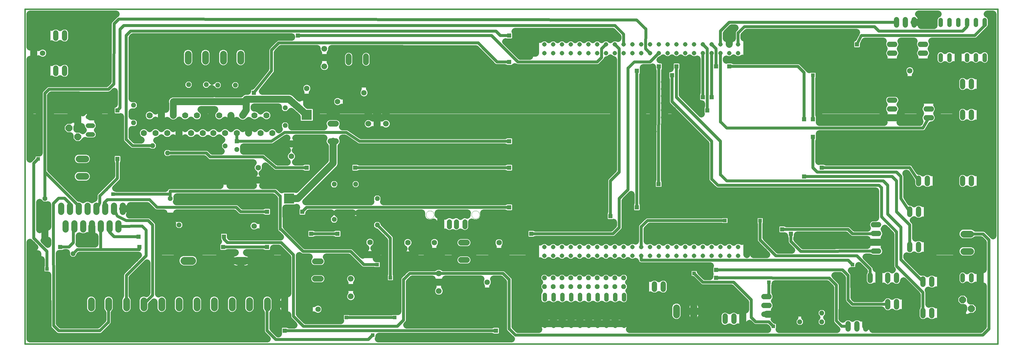
<source format=gtl>
G75*
G70*
%OFA0B0*%
%FSLAX24Y24*%
%IPPOS*%
%LPD*%
%AMOC8*
5,1,8,0,0,1.08239X$1,22.5*
%
%ADD10C,0.0160*%
%ADD11R,0.0515X0.0515*%
%ADD12C,0.0515*%
%ADD13C,0.0600*%
%ADD14OC8,0.0620*%
%ADD15C,0.0620*%
%ADD16C,0.0574*%
%ADD17C,0.0000*%
%ADD18C,0.0650*%
%ADD19C,0.0660*%
%ADD20C,0.0700*%
%ADD21OC8,0.0630*%
%ADD22C,0.0630*%
%ADD23OC8,0.0520*%
%ADD24C,0.0780*%
%ADD25C,0.0515*%
%ADD26C,0.0520*%
%ADD27C,0.0709*%
%ADD28C,0.0885*%
%ADD29OC8,0.0780*%
%ADD30C,0.0803*%
%ADD31R,0.0475X0.0475*%
%ADD32C,0.0320*%
%ADD33R,0.0396X0.0396*%
%ADD34R,0.1181X0.1181*%
%ADD35C,0.0760*%
D10*
X017994Y008994D02*
X128494Y008994D01*
X128494Y046994D01*
X017994Y046994D01*
X017994Y008994D01*
D11*
X099994Y019994D03*
X099994Y042994D03*
D12*
X099994Y041994D03*
X098994Y041994D03*
X098994Y042994D03*
X097994Y042994D03*
X096994Y042994D03*
X096994Y041994D03*
X097994Y041994D03*
X095994Y041994D03*
X095994Y042994D03*
X094994Y042994D03*
X093994Y042994D03*
X093994Y041994D03*
X094994Y041994D03*
X092994Y041994D03*
X092994Y042994D03*
X091994Y042994D03*
X091994Y041994D03*
X090994Y041994D03*
X090994Y042994D03*
X089994Y042994D03*
X089994Y041994D03*
X088994Y041994D03*
X088994Y042994D03*
X087994Y042994D03*
X086994Y042994D03*
X086994Y041994D03*
X087994Y041994D03*
X085994Y041994D03*
X085994Y042994D03*
X084994Y042994D03*
X084994Y041994D03*
X083994Y041994D03*
X083994Y042994D03*
X082994Y042994D03*
X082994Y041994D03*
X081994Y041994D03*
X081994Y042994D03*
X080994Y042994D03*
X079994Y042994D03*
X079994Y041994D03*
X080994Y041994D03*
X078994Y041994D03*
X078994Y042994D03*
X077994Y042994D03*
X077994Y041994D03*
X076994Y041994D03*
X076994Y042994D03*
X075994Y042994D03*
X075994Y041994D03*
X075994Y019994D03*
X076994Y019994D03*
X077994Y019994D03*
X078994Y019994D03*
X079994Y019994D03*
X080994Y019994D03*
X081994Y019994D03*
X082994Y019994D03*
X083994Y019994D03*
X084994Y019994D03*
X085994Y019994D03*
X086994Y019994D03*
X087994Y019994D03*
X088994Y019994D03*
X089994Y019994D03*
X090994Y019994D03*
X091994Y019994D03*
X092994Y019994D03*
X093994Y019994D03*
X094994Y019994D03*
X095994Y019994D03*
X096994Y019994D03*
X097994Y019994D03*
X098994Y019994D03*
X098994Y018994D03*
X099994Y018994D03*
X097994Y018994D03*
X096994Y018994D03*
X095994Y018994D03*
X094994Y018994D03*
X093994Y018994D03*
X092994Y018994D03*
X091994Y018994D03*
X090994Y018994D03*
X089994Y018994D03*
X088994Y018994D03*
X087994Y018994D03*
X086994Y018994D03*
X085994Y018994D03*
X084994Y018994D03*
X083994Y018994D03*
X082994Y018994D03*
X081994Y018994D03*
X080994Y018994D03*
X079994Y018994D03*
X078994Y018994D03*
X077994Y018994D03*
X076994Y018994D03*
X075994Y018994D03*
D13*
X088494Y015794D02*
X088494Y015194D01*
X089494Y015194D02*
X089494Y015794D01*
X090494Y015794D02*
X090494Y015194D01*
X097501Y012146D02*
X097501Y011546D01*
X098501Y011546D02*
X098501Y012146D01*
X099501Y012146D02*
X099501Y011546D01*
X101906Y012346D02*
X102506Y012346D01*
X102506Y013346D02*
X101906Y013346D01*
X101906Y014346D02*
X102506Y014346D01*
X111494Y011294D02*
X111494Y010694D01*
X112494Y010694D02*
X112494Y011294D01*
X113494Y011294D02*
X113494Y010694D01*
X119994Y012194D02*
X119994Y012794D01*
X120994Y012794D02*
X120994Y012194D01*
X121994Y012194D02*
X121994Y012794D01*
X117994Y013194D02*
X117994Y013794D01*
X116994Y013794D02*
X116994Y013194D01*
X115994Y013194D02*
X115994Y013794D01*
X119990Y015761D02*
X119990Y016361D01*
X120990Y016361D02*
X120990Y015761D01*
X121990Y015761D02*
X121990Y016361D01*
X116994Y016194D02*
X116994Y016794D01*
X115994Y016794D02*
X115994Y016194D01*
X114994Y016194D02*
X114994Y016794D01*
X113994Y016794D02*
X113994Y016194D01*
X114363Y019515D02*
X114963Y019515D01*
X114963Y020515D02*
X114363Y020515D01*
X114363Y021515D02*
X114963Y021515D01*
X114963Y022515D02*
X114363Y022515D01*
X118494Y023694D02*
X118494Y024294D01*
X119494Y024294D02*
X119494Y023694D01*
X120494Y023694D02*
X120494Y024294D01*
X120494Y027194D02*
X120494Y027794D01*
X121494Y027794D02*
X121494Y027194D01*
X119494Y027194D02*
X119494Y027794D01*
X124494Y027794D02*
X124494Y027194D01*
X125494Y027194D02*
X125494Y027794D01*
X126494Y027794D02*
X126494Y027194D01*
X120494Y020294D02*
X120494Y019694D01*
X119494Y019694D02*
X119494Y020294D01*
X118494Y020294D02*
X118494Y019694D01*
X116784Y034653D02*
X116184Y034653D01*
X116184Y035653D02*
X116784Y035653D01*
X116784Y036653D02*
X116184Y036653D01*
X120331Y036653D02*
X120931Y036653D01*
X120931Y035653D02*
X120331Y035653D01*
X120331Y034653D02*
X120931Y034653D01*
X124494Y034694D02*
X124494Y035294D01*
X125494Y035294D02*
X125494Y034694D01*
X126494Y034694D02*
X126494Y035294D01*
X126494Y038194D02*
X126494Y038794D01*
X125494Y038794D02*
X125494Y038194D01*
X124494Y038194D02*
X124494Y038794D01*
X120294Y040994D02*
X119694Y040994D01*
X119694Y041994D02*
X120294Y041994D01*
X120294Y042994D02*
X119694Y042994D01*
X116794Y042994D02*
X116194Y042994D01*
X116194Y041994D02*
X116794Y041994D01*
X116794Y040994D02*
X116194Y040994D01*
X116994Y045194D02*
X116994Y045794D01*
X117994Y045794D02*
X117994Y045194D01*
X118994Y045194D02*
X118994Y045794D01*
X022494Y044294D02*
X022494Y043694D01*
X021494Y043694D02*
X021494Y044294D01*
X020494Y044294D02*
X020494Y043694D01*
X020494Y040294D02*
X020494Y039694D01*
X021494Y039694D02*
X021494Y040294D01*
X022494Y040294D02*
X022494Y039694D01*
D14*
X018994Y041994D03*
X049994Y036994D03*
X054494Y036494D03*
X056494Y038494D03*
X045002Y022373D03*
X064494Y019494D03*
X071831Y019485D03*
X070494Y014994D03*
X050265Y012927D03*
X118494Y038994D03*
D15*
X118494Y039994D03*
X071831Y020485D03*
X064494Y020494D03*
X070494Y015994D03*
X051265Y012927D03*
X044002Y022373D03*
X053494Y036494D03*
X056494Y037494D03*
X049994Y037994D03*
X019994Y041994D03*
D16*
X065198Y022876D02*
X065198Y022302D01*
X066182Y022302D02*
X066182Y022876D01*
X066969Y022876D02*
X066969Y022302D01*
X067954Y022302D02*
X067954Y022876D01*
D17*
X068709Y023656D02*
X068711Y023698D01*
X068717Y023740D01*
X068727Y023782D01*
X068740Y023822D01*
X068758Y023861D01*
X068779Y023898D01*
X068803Y023932D01*
X068831Y023965D01*
X068861Y023995D01*
X068894Y024021D01*
X068929Y024045D01*
X068967Y024065D01*
X069006Y024081D01*
X069046Y024094D01*
X069088Y024103D01*
X069130Y024108D01*
X069173Y024109D01*
X069215Y024106D01*
X069257Y024099D01*
X069298Y024088D01*
X069338Y024073D01*
X069376Y024055D01*
X069413Y024033D01*
X069447Y024008D01*
X069479Y023980D01*
X069507Y023949D01*
X069533Y023915D01*
X069556Y023879D01*
X069575Y023842D01*
X069591Y023802D01*
X069603Y023761D01*
X069611Y023720D01*
X069615Y023677D01*
X069615Y023635D01*
X069611Y023592D01*
X069603Y023551D01*
X069591Y023510D01*
X069575Y023470D01*
X069556Y023433D01*
X069533Y023397D01*
X069507Y023363D01*
X069479Y023332D01*
X069447Y023304D01*
X069413Y023279D01*
X069376Y023257D01*
X069338Y023239D01*
X069298Y023224D01*
X069257Y023213D01*
X069215Y023206D01*
X069173Y023203D01*
X069130Y023204D01*
X069088Y023209D01*
X069046Y023218D01*
X069006Y023231D01*
X068967Y023247D01*
X068929Y023267D01*
X068894Y023291D01*
X068861Y023317D01*
X068831Y023347D01*
X068803Y023380D01*
X068779Y023414D01*
X068758Y023451D01*
X068740Y023490D01*
X068727Y023530D01*
X068717Y023572D01*
X068711Y023614D01*
X068709Y023656D01*
X063536Y023656D02*
X063538Y023698D01*
X063544Y023740D01*
X063554Y023782D01*
X063567Y023822D01*
X063585Y023861D01*
X063606Y023898D01*
X063630Y023932D01*
X063658Y023965D01*
X063688Y023995D01*
X063721Y024021D01*
X063756Y024045D01*
X063794Y024065D01*
X063833Y024081D01*
X063873Y024094D01*
X063915Y024103D01*
X063957Y024108D01*
X064000Y024109D01*
X064042Y024106D01*
X064084Y024099D01*
X064125Y024088D01*
X064165Y024073D01*
X064203Y024055D01*
X064240Y024033D01*
X064274Y024008D01*
X064306Y023980D01*
X064334Y023949D01*
X064360Y023915D01*
X064383Y023879D01*
X064402Y023842D01*
X064418Y023802D01*
X064430Y023761D01*
X064438Y023720D01*
X064442Y023677D01*
X064442Y023635D01*
X064438Y023592D01*
X064430Y023551D01*
X064418Y023510D01*
X064402Y023470D01*
X064383Y023433D01*
X064360Y023397D01*
X064334Y023363D01*
X064306Y023332D01*
X064274Y023304D01*
X064240Y023279D01*
X064203Y023257D01*
X064165Y023239D01*
X064125Y023224D01*
X064084Y023213D01*
X064042Y023206D01*
X064000Y023203D01*
X063957Y023204D01*
X063915Y023209D01*
X063873Y023218D01*
X063833Y023231D01*
X063794Y023247D01*
X063756Y023267D01*
X063721Y023291D01*
X063688Y023317D01*
X063658Y023347D01*
X063630Y023380D01*
X063606Y023414D01*
X063585Y023451D01*
X063567Y023490D01*
X063554Y023530D01*
X063544Y023572D01*
X063538Y023614D01*
X063536Y023656D01*
D18*
X067524Y020485D02*
X068174Y020485D01*
X068174Y018516D02*
X067524Y018516D01*
X051576Y018357D02*
X050926Y018357D01*
X050926Y016388D02*
X051576Y016388D01*
X052669Y032009D02*
X053319Y032009D01*
X053319Y033978D02*
X052669Y033978D01*
X054752Y040966D02*
X054752Y041616D01*
X056721Y041616D02*
X056721Y040966D01*
D19*
X051994Y040494D03*
X051994Y041494D03*
X051994Y042494D03*
X056989Y033979D03*
X057989Y033979D03*
X058989Y033979D03*
X064994Y016994D03*
X064994Y015994D03*
X064994Y014994D03*
X054994Y015381D03*
X054994Y016381D03*
X054994Y014381D03*
D20*
X046071Y032916D03*
X044733Y032916D03*
X043394Y032916D03*
X042055Y032916D03*
X040717Y032916D03*
X039378Y032916D03*
X038172Y032914D03*
X036834Y032914D03*
X035495Y032914D03*
X034156Y032914D03*
X032818Y032914D03*
X031479Y032914D03*
X032149Y034914D03*
X033487Y034914D03*
X034826Y034914D03*
X036164Y034914D03*
X037503Y034914D03*
X040048Y034916D03*
X041386Y034916D03*
X042725Y034916D03*
X044063Y034916D03*
X045402Y034916D03*
D21*
X048246Y031691D03*
X044477Y027608D03*
X057166Y019126D03*
X061470Y019084D03*
D22*
X061470Y020484D03*
X057166Y020526D03*
X044477Y029008D03*
X048246Y030291D03*
D23*
X042061Y031062D03*
X040709Y031474D03*
X047532Y033779D03*
X047532Y035779D03*
X041871Y038360D03*
X039871Y038360D03*
X038571Y038410D03*
X036571Y038410D03*
X030324Y036079D03*
X030324Y034079D03*
X032494Y031494D03*
X034167Y030665D03*
X034167Y027665D03*
X032494Y027494D03*
X034494Y025494D03*
X034494Y023494D03*
X035494Y022494D03*
X037494Y022494D03*
X040709Y027474D03*
X042061Y028062D03*
X053099Y027111D03*
X055552Y027119D03*
X057999Y025480D03*
X055552Y023119D03*
X053099Y023111D03*
X057999Y022480D03*
X076994Y016494D03*
X077994Y016494D03*
X078994Y016494D03*
X079994Y016494D03*
X080994Y016494D03*
X081994Y016494D03*
X082994Y016494D03*
X083994Y016494D03*
X084994Y016494D03*
X085994Y016494D03*
X085994Y015494D03*
X084994Y015494D03*
X083994Y015494D03*
X082994Y015494D03*
X081994Y015494D03*
X080994Y015494D03*
X079994Y015494D03*
X078994Y015494D03*
X077994Y015494D03*
X076994Y015494D03*
X105994Y012494D03*
X105994Y011494D03*
X108494Y011494D03*
X108494Y012494D03*
X023443Y019230D03*
X019443Y019230D03*
X020247Y021505D03*
X020247Y025505D03*
D24*
X024104Y028014D02*
X024884Y028014D01*
X024884Y029984D02*
X024104Y029984D01*
X036514Y041104D02*
X036514Y041884D01*
X038484Y041884D02*
X038484Y041104D01*
X040514Y041104D02*
X040514Y041884D01*
X042484Y041884D02*
X042484Y041104D01*
X041504Y013884D02*
X041504Y013104D01*
X039474Y013104D02*
X039474Y013884D01*
X037504Y013884D02*
X037504Y013104D01*
X035474Y013104D02*
X035474Y013884D01*
X033504Y013884D02*
X033504Y013104D01*
X031474Y013104D02*
X031474Y013884D01*
X029504Y013884D02*
X029504Y013104D01*
X027474Y013104D02*
X027474Y013884D01*
X025504Y013884D02*
X025504Y013104D01*
X043474Y013104D02*
X043474Y013884D01*
X045504Y013884D02*
X045504Y013104D01*
X047474Y013104D02*
X047474Y013884D01*
X091990Y013087D02*
X091990Y012307D01*
X093960Y012307D02*
X093960Y013087D01*
X124604Y019504D02*
X125384Y019504D01*
X125384Y021474D02*
X124604Y021474D01*
D25*
X085999Y014564D02*
X085999Y014049D01*
X084999Y014049D02*
X084999Y014564D01*
X083999Y014564D02*
X083999Y014049D01*
X082999Y014049D02*
X082999Y014564D01*
X081999Y014564D02*
X081999Y014049D01*
X080999Y014049D02*
X080999Y014564D01*
X079999Y014564D02*
X079999Y014049D01*
X078999Y014049D02*
X078999Y014564D01*
X077999Y014564D02*
X077999Y014049D01*
X076999Y014049D02*
X076999Y014564D01*
X076999Y011564D02*
X076999Y011049D01*
X077999Y011049D02*
X077999Y011564D01*
X078999Y011564D02*
X078999Y011049D01*
X079999Y011049D02*
X079999Y011564D01*
X080999Y011564D02*
X080999Y011049D01*
X081999Y011049D02*
X081999Y011564D01*
X082999Y011564D02*
X082999Y011049D01*
X083999Y011049D02*
X083999Y011564D01*
X084999Y011564D02*
X084999Y011049D01*
X085999Y011049D02*
X085999Y011564D01*
X121994Y041236D02*
X121994Y041751D01*
X122994Y041751D02*
X122994Y041236D01*
X123994Y041236D02*
X123994Y041751D01*
X124994Y041751D02*
X124994Y041236D01*
X125994Y041236D02*
X125994Y041751D01*
X126994Y041751D02*
X126994Y041236D01*
X126994Y045236D02*
X126994Y045751D01*
X125994Y045751D02*
X125994Y045236D01*
X124994Y045236D02*
X124994Y045751D01*
X123994Y045751D02*
X123994Y045236D01*
X122994Y045236D02*
X122994Y045751D01*
X121994Y045751D02*
X121994Y045236D01*
D26*
X124494Y016754D02*
X124494Y016234D01*
X125494Y016234D02*
X125494Y016754D01*
X126494Y016754D02*
X126494Y016234D01*
X025672Y032760D02*
X025152Y032760D01*
X025152Y033760D02*
X025672Y033760D01*
X025672Y034760D02*
X025152Y034760D01*
D27*
X025079Y024692D02*
X025079Y023983D01*
X026079Y023983D02*
X026079Y024692D01*
X027079Y024692D02*
X027079Y023983D01*
X028079Y023983D02*
X028079Y024692D01*
X029079Y024692D02*
X029079Y023983D01*
X028579Y022692D02*
X028579Y021983D01*
X027579Y021983D02*
X027579Y022692D01*
X026579Y022692D02*
X026579Y021983D01*
X025579Y021983D02*
X025579Y022692D01*
X024579Y022692D02*
X024579Y021983D01*
X023579Y021983D02*
X023579Y022692D01*
X022579Y022692D02*
X022579Y021983D01*
X023079Y023983D02*
X023079Y024692D01*
X024079Y024692D02*
X024079Y023983D01*
X022079Y023983D02*
X022079Y024692D01*
D28*
X036072Y018430D02*
X036957Y018430D01*
X042072Y018430D02*
X042957Y018430D01*
D29*
X023994Y032494D03*
X022994Y033494D03*
X023994Y034494D03*
X124494Y013994D03*
X125494Y012994D03*
X124494Y011994D03*
D30*
X124494Y011994D01*
X124494Y012885D01*
X124622Y012885D01*
X124622Y013122D01*
X124133Y013122D01*
X123622Y013633D01*
X123622Y014355D01*
X124133Y014865D01*
X124855Y014865D01*
X125365Y014355D01*
X125365Y013865D01*
X125855Y013865D01*
X126365Y013355D01*
X126365Y012633D01*
X125855Y012122D01*
X125385Y012122D01*
X125385Y011994D01*
X124494Y011994D01*
X124494Y011994D01*
X124494Y012885D01*
X124124Y012885D01*
X123602Y012363D01*
X123602Y011994D01*
X124494Y011994D01*
X125385Y011994D01*
X125385Y011624D01*
X124863Y011102D01*
X124494Y011102D01*
X124494Y011994D01*
X124494Y011994D01*
X124494Y011994D01*
X123602Y011994D01*
X123602Y011624D01*
X124124Y011102D01*
X124494Y011102D01*
X124494Y011994D01*
X124494Y012262D02*
X124494Y012262D01*
X124494Y011461D02*
X124494Y011461D01*
X125222Y011461D02*
X126852Y011461D01*
X126852Y010967D02*
X126521Y010635D01*
X114294Y010635D01*
X114295Y010641D01*
X114295Y010994D01*
X114295Y011346D01*
X114282Y011450D01*
X114254Y011552D01*
X114214Y011649D01*
X114162Y011740D01*
X114098Y011823D01*
X114023Y011898D01*
X113940Y011962D01*
X113849Y012014D01*
X113752Y012054D01*
X113650Y012082D01*
X113546Y012095D01*
X113494Y012095D01*
X113494Y010994D01*
X113494Y010994D01*
X114295Y010994D01*
X113494Y010994D01*
X113494Y010994D01*
X113494Y012095D01*
X113441Y012095D01*
X113337Y012082D01*
X113235Y012054D01*
X113138Y012014D01*
X113047Y011962D01*
X112982Y011911D01*
X112936Y011956D01*
X112649Y012075D01*
X112338Y012075D01*
X112051Y011956D01*
X111994Y011899D01*
X111936Y011956D01*
X111649Y012075D01*
X111338Y012075D01*
X111051Y011956D01*
X110878Y011783D01*
X110789Y011873D01*
X110797Y012816D01*
X110798Y012819D01*
X110798Y012944D01*
X110799Y013069D01*
X110798Y013071D01*
X110798Y015647D01*
X110799Y015774D01*
X110798Y015774D01*
X110798Y015775D01*
X110750Y015892D01*
X110701Y016010D01*
X110701Y016011D01*
X110611Y016101D01*
X109970Y016744D01*
X110592Y016744D01*
X110842Y016495D01*
X110850Y013990D01*
X110851Y013863D01*
X110851Y013862D01*
X110900Y013745D01*
X110949Y013628D01*
X110949Y013627D01*
X111039Y013538D01*
X111539Y013040D01*
X111629Y012950D01*
X111629Y012949D01*
X111747Y012901D01*
X111864Y012852D01*
X111865Y012852D01*
X111865Y012852D01*
X111992Y012852D01*
X115289Y012852D01*
X115331Y012751D01*
X115551Y012531D01*
X115838Y012412D01*
X116149Y012412D01*
X116436Y012531D01*
X116494Y012588D01*
X116551Y012531D01*
X116838Y012412D01*
X117149Y012412D01*
X117436Y012531D01*
X117482Y012576D01*
X117547Y012526D01*
X117638Y012473D01*
X117735Y012433D01*
X117837Y012406D01*
X117941Y012392D01*
X117994Y012392D01*
X118046Y012392D01*
X118150Y012406D01*
X118252Y012433D01*
X118349Y012473D01*
X118440Y012526D01*
X118523Y012590D01*
X118598Y012664D01*
X118662Y012747D01*
X118714Y012838D01*
X118754Y012935D01*
X118782Y013037D01*
X118795Y013141D01*
X118795Y013494D01*
X118795Y013846D01*
X118782Y013950D01*
X118754Y014052D01*
X118714Y014149D01*
X118662Y014240D01*
X118598Y014323D01*
X118523Y014398D01*
X118440Y014462D01*
X118349Y014514D01*
X118252Y014554D01*
X118150Y014582D01*
X118046Y014595D01*
X117994Y014595D01*
X117994Y013494D01*
X117994Y013494D01*
X118795Y013494D01*
X117994Y013494D01*
X117994Y013494D01*
X117994Y014595D01*
X117941Y014595D01*
X117837Y014582D01*
X117735Y014554D01*
X117638Y014514D01*
X117547Y014462D01*
X117482Y014411D01*
X117436Y014456D01*
X117149Y014575D01*
X116838Y014575D01*
X116551Y014456D01*
X116494Y014399D01*
X116436Y014456D01*
X116149Y014575D01*
X115838Y014575D01*
X115551Y014456D01*
X115331Y014236D01*
X115289Y014135D01*
X112257Y014135D01*
X112133Y014259D01*
X112124Y016765D01*
X112124Y016891D01*
X112124Y016892D01*
X112075Y017010D01*
X112026Y017127D01*
X112026Y017127D01*
X112025Y017128D01*
X111935Y017217D01*
X111838Y017314D01*
X112288Y017314D01*
X112465Y017387D01*
X112600Y017523D01*
X112673Y017700D01*
X112673Y017907D01*
X113337Y017243D01*
X113331Y017236D01*
X113212Y016949D01*
X113212Y016038D01*
X113331Y015751D01*
X113551Y015531D01*
X113838Y015412D01*
X114149Y015412D01*
X114436Y015531D01*
X114482Y015576D01*
X114547Y015526D01*
X114638Y015473D01*
X114735Y015433D01*
X114837Y015406D01*
X114941Y015392D01*
X114994Y015392D01*
X115046Y015392D01*
X115150Y015406D01*
X115252Y015433D01*
X115349Y015473D01*
X115440Y015526D01*
X115505Y015575D01*
X115630Y015450D01*
X115866Y015352D01*
X116121Y015352D01*
X116357Y015450D01*
X116495Y015587D01*
X116551Y015531D01*
X116838Y015412D01*
X117149Y015412D01*
X117436Y015531D01*
X117656Y015751D01*
X117775Y016038D01*
X117775Y016148D01*
X119352Y014571D01*
X119352Y013257D01*
X119331Y013236D01*
X119212Y012949D01*
X119212Y012038D01*
X119331Y011751D01*
X119551Y011531D01*
X119838Y011412D01*
X120149Y011412D01*
X120436Y011531D01*
X120494Y011588D01*
X120551Y011531D01*
X120838Y011412D01*
X121149Y011412D01*
X121436Y011531D01*
X121482Y011576D01*
X121547Y011526D01*
X121638Y011473D01*
X121735Y011433D01*
X121837Y011406D01*
X121941Y011392D01*
X121994Y011392D01*
X122046Y011392D01*
X122150Y011406D01*
X122252Y011433D01*
X122349Y011473D01*
X122440Y011526D01*
X122523Y011590D01*
X122598Y011664D01*
X122662Y011747D01*
X122714Y011838D01*
X122754Y011935D01*
X122782Y012037D01*
X122795Y012141D01*
X122795Y012494D01*
X122795Y012846D01*
X122782Y012950D01*
X122754Y013052D01*
X122714Y013149D01*
X122662Y013240D01*
X122598Y013323D01*
X122523Y013398D01*
X122440Y013462D01*
X122349Y013514D01*
X122252Y013554D01*
X122150Y013582D01*
X122046Y013595D01*
X121994Y013595D01*
X121994Y012494D01*
X121994Y012494D01*
X122795Y012494D01*
X121994Y012494D01*
X121994Y012494D01*
X121994Y013595D01*
X121941Y013595D01*
X121837Y013582D01*
X121735Y013554D01*
X121638Y013514D01*
X121547Y013462D01*
X121482Y013411D01*
X121436Y013456D01*
X121149Y013575D01*
X120838Y013575D01*
X120635Y013491D01*
X120635Y014964D01*
X120587Y015082D01*
X120834Y014979D01*
X121145Y014979D01*
X121432Y015098D01*
X121478Y015143D01*
X121543Y015093D01*
X121634Y015040D01*
X121731Y015000D01*
X121833Y014973D01*
X121937Y014959D01*
X121990Y014959D01*
X122042Y014959D01*
X122146Y014973D01*
X122248Y015000D01*
X122345Y015040D01*
X122436Y015093D01*
X122519Y015157D01*
X122594Y015231D01*
X122658Y015314D01*
X122710Y015405D01*
X122750Y015502D01*
X122778Y015604D01*
X122791Y015708D01*
X122791Y016061D01*
X122791Y016413D01*
X122778Y016517D01*
X122750Y016619D01*
X122710Y016716D01*
X122658Y016807D01*
X122594Y016890D01*
X122519Y016965D01*
X122436Y017029D01*
X122345Y017081D01*
X122248Y017121D01*
X122146Y017149D01*
X122042Y017162D01*
X121990Y017162D01*
X121990Y016061D01*
X121990Y016061D01*
X122791Y016061D01*
X121990Y016061D01*
X121990Y016061D01*
X121990Y017162D01*
X121937Y017162D01*
X121833Y017149D01*
X121731Y017121D01*
X121634Y017081D01*
X121543Y017029D01*
X121478Y016978D01*
X121432Y017023D01*
X121145Y017142D01*
X120834Y017142D01*
X120547Y017023D01*
X120490Y016966D01*
X120432Y017023D01*
X120145Y017142D01*
X119834Y017142D01*
X119821Y017137D01*
X118135Y018822D01*
X118135Y018996D01*
X118338Y018912D01*
X118649Y018912D01*
X118936Y019031D01*
X118994Y019088D01*
X119051Y019031D01*
X119338Y018912D01*
X119649Y018912D01*
X119936Y019031D01*
X119982Y019076D01*
X120047Y019026D01*
X120138Y018973D01*
X120235Y018933D01*
X120337Y018906D01*
X120441Y018892D01*
X120494Y018892D01*
X120546Y018892D01*
X120650Y018906D01*
X120752Y018933D01*
X120849Y018973D01*
X120940Y019026D01*
X121023Y019090D01*
X121098Y019164D01*
X121162Y019247D01*
X121214Y019338D01*
X121254Y019435D01*
X121282Y019537D01*
X121295Y019641D01*
X121295Y019994D01*
X121295Y020346D01*
X121282Y020450D01*
X121254Y020552D01*
X121214Y020649D01*
X121162Y020740D01*
X121098Y020823D01*
X121023Y020898D01*
X120940Y020962D01*
X120849Y021014D01*
X120752Y021054D01*
X120650Y021082D01*
X120546Y021095D01*
X120494Y021095D01*
X120494Y019994D01*
X120494Y019994D01*
X121295Y019994D01*
X120494Y019994D01*
X120494Y019994D01*
X120494Y021095D01*
X120441Y021095D01*
X120337Y021082D01*
X120235Y021054D01*
X120138Y021014D01*
X120047Y020962D01*
X119982Y020911D01*
X119936Y020956D01*
X119649Y021075D01*
X119338Y021075D01*
X119135Y020991D01*
X119135Y022621D01*
X119038Y022857D01*
X118885Y023010D01*
X118936Y023031D01*
X118994Y023088D01*
X119051Y023031D01*
X119338Y022912D01*
X119649Y022912D01*
X119936Y023031D01*
X119982Y023076D01*
X120047Y023026D01*
X120138Y022973D01*
X120235Y022933D01*
X120337Y022906D01*
X120441Y022892D01*
X120494Y022892D01*
X120546Y022892D01*
X120650Y022906D01*
X120752Y022933D01*
X120849Y022973D01*
X120940Y023026D01*
X121023Y023090D01*
X121098Y023164D01*
X121162Y023247D01*
X121214Y023338D01*
X121254Y023435D01*
X121282Y023537D01*
X121295Y023641D01*
X121295Y023994D01*
X121295Y024346D01*
X121282Y024450D01*
X121254Y024552D01*
X121214Y024649D01*
X121162Y024740D01*
X121098Y024823D01*
X121023Y024898D01*
X120940Y024962D01*
X120849Y025014D01*
X120752Y025054D01*
X120650Y025082D01*
X120546Y025095D01*
X120494Y025095D01*
X120494Y023994D01*
X120494Y023994D01*
X121295Y023994D01*
X120494Y023994D01*
X120494Y023994D01*
X120494Y025095D01*
X120441Y025095D01*
X120337Y025082D01*
X120235Y025054D01*
X120138Y025014D01*
X120047Y024962D01*
X119982Y024911D01*
X119936Y024956D01*
X119649Y025075D01*
X119338Y025075D01*
X119051Y024956D01*
X118994Y024899D01*
X118936Y024956D01*
X118649Y025075D01*
X118544Y025075D01*
X118135Y025688D01*
X118135Y028121D01*
X118040Y028352D01*
X118150Y028352D01*
X118712Y027509D01*
X118712Y027038D01*
X118831Y026751D01*
X119051Y026531D01*
X119338Y026412D01*
X119649Y026412D01*
X119936Y026531D01*
X119994Y026588D01*
X120051Y026531D01*
X120338Y026412D01*
X120649Y026412D01*
X120936Y026531D01*
X120982Y026576D01*
X121047Y026526D01*
X121138Y026473D01*
X121235Y026433D01*
X121337Y026406D01*
X121441Y026392D01*
X121494Y026392D01*
X121546Y026392D01*
X121650Y026406D01*
X121752Y026433D01*
X121849Y026473D01*
X121940Y026526D01*
X122023Y026590D01*
X122098Y026664D01*
X122162Y026747D01*
X122214Y026838D01*
X122254Y026935D01*
X122282Y027037D01*
X122295Y027141D01*
X122295Y027494D01*
X122295Y027846D01*
X122282Y027950D01*
X122254Y028052D01*
X122214Y028149D01*
X122162Y028240D01*
X122098Y028323D01*
X122023Y028398D01*
X121940Y028462D01*
X121849Y028514D01*
X121752Y028554D01*
X121650Y028582D01*
X121546Y028595D01*
X121494Y028595D01*
X121494Y027494D01*
X121494Y027494D01*
X122295Y027494D01*
X121494Y027494D01*
X121494Y027494D01*
X123712Y027494D01*
X123712Y027949D02*
X123712Y027038D01*
X123831Y026751D01*
X124051Y026531D01*
X124338Y026412D01*
X124649Y026412D01*
X124936Y026531D01*
X124994Y026588D01*
X125051Y026531D01*
X125338Y026412D01*
X125649Y026412D01*
X125936Y026531D01*
X125982Y026576D01*
X126047Y026526D01*
X126138Y026473D01*
X126235Y026433D01*
X126337Y026406D01*
X126441Y026392D01*
X126494Y026392D01*
X126546Y026392D01*
X126650Y026406D01*
X126752Y026433D01*
X126849Y026473D01*
X126940Y026526D01*
X127023Y026590D01*
X127098Y026664D01*
X127162Y026747D01*
X127214Y026838D01*
X127254Y026935D01*
X127282Y027037D01*
X127295Y027141D01*
X127295Y027494D01*
X127295Y027846D01*
X127282Y027950D01*
X127254Y028052D01*
X127214Y028149D01*
X127162Y028240D01*
X127098Y028323D01*
X127023Y028398D01*
X126940Y028462D01*
X126849Y028514D01*
X126752Y028554D01*
X126650Y028582D01*
X126546Y028595D01*
X126494Y028595D01*
X126494Y027494D01*
X126494Y027494D01*
X127295Y027494D01*
X126494Y027494D01*
X126494Y027494D01*
X127932Y027494D01*
X127932Y028295D02*
X127119Y028295D01*
X126494Y028295D02*
X126494Y028295D01*
X126494Y028595D02*
X126494Y027494D01*
X126494Y026392D01*
X126494Y027494D01*
X126494Y027494D01*
X126494Y026692D02*
X126494Y026692D01*
X127119Y026692D02*
X127932Y026692D01*
X127932Y025890D02*
X118135Y025890D01*
X118535Y025089D02*
X120392Y025089D01*
X120494Y025089D02*
X120494Y025089D01*
X120596Y025089D02*
X127932Y025089D01*
X127932Y024287D02*
X121295Y024287D01*
X120494Y024287D02*
X120494Y024287D01*
X120494Y023994D02*
X120494Y022892D01*
X120494Y023994D01*
X120494Y023994D01*
X120494Y023485D02*
X120494Y023485D01*
X121268Y023485D02*
X127932Y023485D01*
X127932Y022684D02*
X119109Y022684D01*
X119135Y021882D02*
X123830Y021882D01*
X123865Y021967D02*
X123732Y021647D01*
X123732Y021300D01*
X123865Y020980D01*
X124110Y020735D01*
X124430Y020602D01*
X125557Y020602D01*
X125877Y020735D01*
X125975Y020832D01*
X126535Y020832D01*
X126852Y020515D01*
X126852Y017426D01*
X126831Y017438D01*
X126739Y017476D01*
X126643Y017502D01*
X126544Y017515D01*
X126494Y017515D01*
X126494Y016494D01*
X126494Y016494D01*
X126494Y017515D01*
X126444Y017515D01*
X126345Y017502D01*
X126248Y017476D01*
X126156Y017438D01*
X126070Y017388D01*
X125990Y017328D01*
X125980Y017317D01*
X125914Y017382D01*
X125641Y017495D01*
X125346Y017495D01*
X125074Y017382D01*
X124994Y017302D01*
X124914Y017382D01*
X124641Y017495D01*
X124346Y017495D01*
X124074Y017382D01*
X123865Y017174D01*
X123752Y016901D01*
X123752Y016086D01*
X123865Y015814D01*
X124074Y015605D01*
X124346Y015492D01*
X124641Y015492D01*
X124914Y015605D01*
X124994Y015685D01*
X125074Y015605D01*
X125346Y015492D01*
X125641Y015492D01*
X125914Y015605D01*
X125980Y015671D01*
X125990Y015660D01*
X126070Y015599D01*
X126156Y015549D01*
X126248Y015511D01*
X126345Y015485D01*
X126444Y015472D01*
X126494Y015472D01*
X126544Y015472D01*
X126643Y015485D01*
X126739Y015511D01*
X126831Y015549D01*
X126852Y015561D01*
X126852Y010967D01*
X126545Y010659D02*
X114295Y010659D01*
X114279Y011461D02*
X119721Y011461D01*
X120266Y011461D02*
X120721Y011461D01*
X121266Y011461D02*
X121669Y011461D01*
X121994Y011461D02*
X121994Y011461D01*
X121994Y011392D02*
X121994Y012494D01*
X121994Y012494D01*
X121994Y011392D01*
X122319Y011461D02*
X123766Y011461D01*
X123602Y012262D02*
X122795Y012262D01*
X121994Y012262D02*
X121994Y012262D01*
X121994Y013064D02*
X121994Y013064D01*
X122749Y013064D02*
X124622Y013064D01*
X125365Y013866D02*
X126852Y013866D01*
X126852Y014667D02*
X125053Y014667D01*
X123935Y014667D02*
X120635Y014667D01*
X120635Y013866D02*
X123622Y013866D01*
X121990Y014959D02*
X121990Y016061D01*
X121990Y016061D01*
X121990Y014959D01*
X121990Y015469D02*
X121990Y015469D01*
X122736Y015469D02*
X126852Y015469D01*
X126494Y015472D02*
X126494Y016494D01*
X126494Y016494D01*
X126494Y015472D01*
X126494Y016271D02*
X126494Y016271D01*
X126494Y017072D02*
X126494Y017072D01*
X126852Y017874D02*
X119084Y017874D01*
X118282Y018676D02*
X124325Y018676D01*
X124430Y018632D02*
X124110Y018765D01*
X123865Y019010D01*
X123732Y019330D01*
X123732Y019677D01*
X123865Y019997D01*
X124110Y020243D01*
X124430Y020375D01*
X125557Y020375D01*
X125877Y020243D01*
X126123Y019997D01*
X126255Y019677D01*
X126255Y019330D01*
X126123Y019010D01*
X125877Y018765D01*
X125557Y018632D01*
X124430Y018632D01*
X125662Y018676D02*
X126852Y018676D01*
X126852Y019477D02*
X126255Y019477D01*
X125790Y020279D02*
X126852Y020279D01*
X127932Y021250D02*
X127164Y022018D01*
X126929Y022115D01*
X125975Y022115D01*
X125877Y022213D01*
X125557Y022345D01*
X124430Y022345D01*
X124110Y022213D01*
X123865Y021967D01*
X123823Y021081D02*
X120654Y021081D01*
X120494Y021081D02*
X120494Y021081D01*
X120333Y021081D02*
X119135Y021081D01*
X120494Y020279D02*
X120494Y020279D01*
X120494Y019994D02*
X120494Y018892D01*
X120494Y019994D01*
X120494Y019994D01*
X120494Y019477D02*
X120494Y019477D01*
X121266Y019477D02*
X123732Y019477D01*
X124198Y020279D02*
X121295Y020279D01*
X116352Y020279D02*
X115729Y020279D01*
X115723Y020256D02*
X115751Y020358D01*
X115764Y020462D01*
X115764Y020515D01*
X115764Y020567D01*
X115751Y020671D01*
X115723Y020773D01*
X115683Y020870D01*
X115631Y020961D01*
X115580Y021027D01*
X115625Y021072D01*
X115744Y021359D01*
X115744Y021670D01*
X115625Y021957D01*
X115568Y022015D01*
X115625Y022072D01*
X115653Y022139D01*
X116352Y021440D01*
X116352Y017709D01*
X116450Y017473D01*
X116509Y017414D01*
X116494Y017399D01*
X116436Y017456D01*
X116149Y017575D01*
X115838Y017575D01*
X115551Y017456D01*
X115506Y017411D01*
X115440Y017462D01*
X115349Y017514D01*
X115252Y017554D01*
X115150Y017582D01*
X115046Y017595D01*
X114994Y017595D01*
X114994Y016494D01*
X114994Y016494D01*
X114994Y017595D01*
X114941Y017595D01*
X114837Y017582D01*
X114735Y017554D01*
X114638Y017514D01*
X114635Y017512D01*
X114635Y017621D01*
X114538Y017857D01*
X114357Y018038D01*
X113524Y018871D01*
X113901Y018871D01*
X113920Y018852D01*
X114207Y018733D01*
X115118Y018733D01*
X115405Y018852D01*
X115625Y019072D01*
X115744Y019359D01*
X115744Y019670D01*
X115625Y019957D01*
X115580Y020003D01*
X115631Y020068D01*
X115683Y020159D01*
X115723Y020256D01*
X115764Y020515D02*
X114663Y020515D01*
X115764Y020515D01*
X115629Y021081D02*
X116352Y021081D01*
X115910Y021882D02*
X115656Y021882D01*
X113674Y022135D02*
X112259Y022135D01*
X112038Y022357D01*
X112038Y022357D01*
X111857Y022538D01*
X111621Y022635D01*
X104508Y022635D01*
X104504Y022639D01*
X104327Y022713D01*
X103660Y022713D01*
X103483Y022639D01*
X103348Y022504D01*
X103275Y022327D01*
X103275Y021660D01*
X103348Y021483D01*
X103483Y021348D01*
X103660Y021275D01*
X104275Y021275D01*
X104275Y021160D01*
X104348Y020983D01*
X104352Y020979D01*
X104352Y020741D01*
X104352Y020614D01*
X104352Y020487D01*
X104352Y020486D01*
X104401Y020368D01*
X104450Y020251D01*
X104450Y020250D01*
X104540Y020160D01*
X104630Y020070D01*
X104631Y020070D01*
X105066Y019635D01*
X103562Y019635D01*
X102135Y021062D01*
X102135Y022608D01*
X102173Y022700D01*
X102173Y023288D01*
X102100Y023465D01*
X101965Y023600D01*
X101788Y023673D01*
X101200Y023673D01*
X101023Y023600D01*
X100887Y023465D01*
X100814Y023288D01*
X100814Y022700D01*
X100852Y022608D01*
X100852Y020669D01*
X100950Y020433D01*
X101130Y020253D01*
X102248Y019135D01*
X100741Y019135D01*
X100740Y019142D01*
X100714Y019238D01*
X100676Y019330D01*
X100631Y019407D01*
X100634Y019409D01*
X100680Y019473D01*
X100716Y019544D01*
X100740Y019619D01*
X100753Y019697D01*
X100753Y019994D01*
X100753Y020291D01*
X100740Y020369D01*
X100716Y020444D01*
X100680Y020514D01*
X100634Y020578D01*
X100578Y020634D01*
X100514Y020680D01*
X100444Y020716D01*
X100369Y020740D01*
X100291Y020753D01*
X099994Y020753D01*
X099994Y019994D01*
X099994Y019994D01*
X100753Y019994D01*
X099994Y019994D01*
X099994Y019994D01*
X099994Y020753D01*
X099697Y020753D01*
X099619Y020740D01*
X099544Y020716D01*
X099473Y020680D01*
X099409Y020634D01*
X099401Y020625D01*
X099141Y020733D01*
X098847Y020733D01*
X098575Y020620D01*
X098494Y020539D01*
X098412Y020620D01*
X098141Y020733D01*
X097847Y020733D01*
X097575Y020620D01*
X097494Y020539D01*
X097412Y020620D01*
X097141Y020733D01*
X096847Y020733D01*
X096575Y020620D01*
X096494Y020539D01*
X096412Y020620D01*
X096141Y020733D01*
X095847Y020733D01*
X095575Y020620D01*
X095494Y020539D01*
X095412Y020620D01*
X095141Y020733D01*
X094847Y020733D01*
X094575Y020620D01*
X094494Y020539D01*
X094412Y020620D01*
X094141Y020733D01*
X093847Y020733D01*
X093575Y020620D01*
X093494Y020539D01*
X093412Y020620D01*
X093141Y020733D01*
X092847Y020733D01*
X092575Y020620D01*
X092494Y020539D01*
X092412Y020620D01*
X092141Y020733D01*
X091847Y020733D01*
X091575Y020620D01*
X091494Y020539D01*
X091412Y020620D01*
X091141Y020733D01*
X090847Y020733D01*
X090575Y020620D01*
X090494Y020539D01*
X090412Y020620D01*
X090141Y020733D01*
X089847Y020733D01*
X089575Y020620D01*
X089494Y020539D01*
X089412Y020620D01*
X089141Y020733D01*
X088847Y020733D01*
X088635Y020645D01*
X088635Y022021D01*
X088967Y022352D01*
X097108Y022352D01*
X097200Y022314D01*
X097788Y022314D01*
X097965Y022387D01*
X098100Y022523D01*
X098173Y022700D01*
X098173Y023288D01*
X098100Y023465D01*
X097965Y023600D01*
X097788Y023673D01*
X097200Y023673D01*
X097108Y023635D01*
X088573Y023635D01*
X088337Y023538D01*
X088157Y023357D01*
X087450Y022650D01*
X087352Y022414D01*
X087352Y020645D01*
X087141Y020733D01*
X086847Y020733D01*
X086575Y020620D01*
X086494Y020539D01*
X086412Y020620D01*
X086141Y020733D01*
X085847Y020733D01*
X085575Y020620D01*
X085494Y020539D01*
X085412Y020620D01*
X085141Y020733D01*
X084847Y020733D01*
X084575Y020620D01*
X084494Y020539D01*
X084412Y020620D01*
X084141Y020733D01*
X083847Y020733D01*
X083575Y020620D01*
X083494Y020539D01*
X083412Y020620D01*
X083141Y020733D01*
X082847Y020733D01*
X082575Y020620D01*
X082494Y020539D01*
X082412Y020620D01*
X082141Y020733D01*
X081847Y020733D01*
X081575Y020620D01*
X081494Y020539D01*
X081412Y020620D01*
X081141Y020733D01*
X080847Y020733D01*
X080575Y020620D01*
X080494Y020539D01*
X080412Y020620D01*
X080141Y020733D01*
X079847Y020733D01*
X079575Y020620D01*
X079494Y020539D01*
X079412Y020620D01*
X079141Y020733D01*
X078847Y020733D01*
X078575Y020620D01*
X078494Y020539D01*
X078412Y020620D01*
X078141Y020733D01*
X077847Y020733D01*
X077575Y020620D01*
X077494Y020539D01*
X077412Y020620D01*
X077141Y020733D01*
X076847Y020733D01*
X076575Y020620D01*
X076508Y020553D01*
X076495Y020566D01*
X076416Y020626D01*
X076330Y020676D01*
X076238Y020714D01*
X076142Y020740D01*
X076043Y020753D01*
X075994Y020753D01*
X075994Y019994D01*
X075994Y019994D01*
X075994Y020753D01*
X075944Y020753D01*
X075845Y020740D01*
X075749Y020714D01*
X075657Y020676D01*
X075571Y020626D01*
X075492Y020566D01*
X075422Y020495D01*
X075361Y020416D01*
X075311Y020330D01*
X075273Y020238D01*
X075248Y020142D01*
X075235Y020043D01*
X075235Y019994D01*
X075994Y019994D01*
X075994Y019994D01*
X075994Y018994D01*
X075994Y018994D01*
X075994Y019753D01*
X075994Y019994D01*
X075994Y019994D01*
X075235Y019994D01*
X075235Y019944D01*
X075248Y019845D01*
X075273Y019749D01*
X075311Y019657D01*
X075361Y019571D01*
X075421Y019494D01*
X075361Y019416D01*
X075311Y019330D01*
X075273Y019238D01*
X075248Y019142D01*
X075235Y019043D01*
X075235Y018994D01*
X075994Y018994D01*
X075994Y018235D01*
X076043Y018235D01*
X076142Y018248D01*
X076238Y018273D01*
X076330Y018311D01*
X076416Y018361D01*
X076495Y018422D01*
X076508Y018434D01*
X076575Y018367D01*
X076847Y018255D01*
X077141Y018255D01*
X077412Y018367D01*
X077494Y018449D01*
X077575Y018367D01*
X077847Y018255D01*
X078141Y018255D01*
X078412Y018367D01*
X078494Y018449D01*
X078575Y018367D01*
X078847Y018255D01*
X079141Y018255D01*
X079412Y018367D01*
X079494Y018449D01*
X079575Y018367D01*
X079847Y018255D01*
X080141Y018255D01*
X080412Y018367D01*
X080494Y018449D01*
X080575Y018367D01*
X080847Y018255D01*
X081141Y018255D01*
X081412Y018367D01*
X081494Y018449D01*
X081575Y018367D01*
X081847Y018255D01*
X082141Y018255D01*
X082412Y018367D01*
X082494Y018449D01*
X082575Y018367D01*
X082847Y018255D01*
X083141Y018255D01*
X083412Y018367D01*
X083494Y018449D01*
X083575Y018367D01*
X083847Y018255D01*
X084141Y018255D01*
X084412Y018367D01*
X084494Y018449D01*
X084575Y018367D01*
X084847Y018255D01*
X085141Y018255D01*
X085412Y018367D01*
X085494Y018449D01*
X085575Y018367D01*
X085847Y018255D01*
X086141Y018255D01*
X086412Y018367D01*
X086494Y018449D01*
X086575Y018367D01*
X086847Y018255D01*
X087141Y018255D01*
X087361Y018346D01*
X087450Y018130D01*
X087630Y017950D01*
X087866Y017852D01*
X095833Y017852D01*
X095774Y017710D01*
X095774Y017043D01*
X095819Y016934D01*
X095775Y016827D01*
X095775Y016635D01*
X095259Y016635D01*
X094673Y017221D01*
X094673Y017288D01*
X094600Y017465D01*
X094465Y017600D01*
X094288Y017673D01*
X093700Y017673D01*
X093523Y017600D01*
X093387Y017465D01*
X093314Y017288D01*
X093314Y016700D01*
X093387Y016523D01*
X093523Y016387D01*
X093700Y016314D01*
X093766Y016314D01*
X094630Y015450D01*
X094866Y015352D01*
X098228Y015352D01*
X099852Y013728D01*
X099852Y012869D01*
X099759Y012907D01*
X099658Y012934D01*
X099554Y012948D01*
X099501Y012948D01*
X099449Y012948D01*
X099345Y012934D01*
X099243Y012907D01*
X099146Y012867D01*
X099055Y012814D01*
X098989Y012764D01*
X098944Y012809D01*
X098657Y012928D01*
X098346Y012928D01*
X098059Y012809D01*
X098001Y012752D01*
X097944Y012809D01*
X097657Y012928D01*
X097346Y012928D01*
X097059Y012809D01*
X096839Y012589D01*
X096720Y012302D01*
X096720Y011391D01*
X096839Y011103D01*
X097059Y010884D01*
X097346Y010765D01*
X097657Y010765D01*
X097944Y010884D01*
X098001Y010941D01*
X098059Y010884D01*
X098346Y010765D01*
X098657Y010765D01*
X098944Y010884D01*
X098989Y010929D01*
X099055Y010878D01*
X099146Y010826D01*
X099243Y010786D01*
X099345Y010758D01*
X099449Y010745D01*
X099501Y010745D01*
X099501Y011846D01*
X099501Y011846D01*
X099501Y010745D01*
X099554Y010745D01*
X099658Y010758D01*
X099759Y010786D01*
X099857Y010826D01*
X099948Y010878D01*
X100031Y010942D01*
X100105Y011017D01*
X100169Y011100D01*
X100222Y011191D01*
X100262Y011288D01*
X100268Y011312D01*
X100630Y010950D01*
X100866Y010852D01*
X102228Y010852D01*
X102314Y010766D01*
X102314Y010700D01*
X102341Y010635D01*
X086636Y010635D01*
X086681Y010713D01*
X086719Y010805D01*
X086745Y010901D01*
X086758Y010999D01*
X086758Y011307D01*
X086758Y011614D01*
X086745Y011713D01*
X086719Y011809D01*
X086681Y011901D01*
X086631Y011987D01*
X086571Y012066D01*
X086500Y012136D01*
X086421Y012197D01*
X086335Y012246D01*
X086243Y012284D01*
X086147Y012310D01*
X086048Y012323D01*
X085999Y012323D01*
X085999Y011307D01*
X085999Y011307D01*
X086758Y011307D01*
X085999Y011307D01*
X085999Y011307D01*
X085999Y012323D01*
X085949Y012323D01*
X085850Y012310D01*
X085754Y012284D01*
X085662Y012246D01*
X085576Y012197D01*
X085499Y012137D01*
X085421Y012197D01*
X085335Y012246D01*
X085243Y012284D01*
X085147Y012310D01*
X085048Y012323D01*
X084999Y012323D01*
X084999Y011307D01*
X084999Y011307D01*
X085999Y011307D01*
X085999Y011307D01*
X085758Y011307D01*
X084999Y011307D01*
X084999Y011307D01*
X084999Y012323D01*
X084949Y012323D01*
X084850Y012310D01*
X084754Y012284D01*
X084662Y012246D01*
X084576Y012197D01*
X084499Y012137D01*
X084421Y012197D01*
X084335Y012246D01*
X084243Y012284D01*
X084147Y012310D01*
X084048Y012323D01*
X083999Y012323D01*
X083999Y011307D01*
X083999Y011307D01*
X084999Y011307D01*
X084999Y011307D01*
X084240Y011307D01*
X083999Y011307D01*
X083999Y011307D01*
X083999Y012323D01*
X083949Y012323D01*
X083850Y012310D01*
X083754Y012284D01*
X083662Y012246D01*
X083576Y012197D01*
X083499Y012137D01*
X083421Y012197D01*
X083335Y012246D01*
X083243Y012284D01*
X083147Y012310D01*
X083048Y012323D01*
X082999Y012323D01*
X082999Y011307D01*
X082999Y011307D01*
X083999Y011307D01*
X083999Y011307D01*
X083240Y011307D01*
X082999Y011307D01*
X082999Y011307D01*
X082999Y012323D01*
X082949Y012323D01*
X082850Y012310D01*
X082754Y012284D01*
X082662Y012246D01*
X082576Y012197D01*
X082499Y012137D01*
X082421Y012197D01*
X082335Y012246D01*
X082243Y012284D01*
X082147Y012310D01*
X082048Y012323D01*
X081999Y012323D01*
X081999Y011307D01*
X081999Y011307D01*
X082999Y011307D01*
X082999Y011307D01*
X082240Y011307D01*
X081999Y011307D01*
X081999Y011307D01*
X081999Y012323D01*
X081949Y012323D01*
X081850Y012310D01*
X081754Y012284D01*
X081662Y012246D01*
X081576Y012197D01*
X081499Y012137D01*
X081421Y012197D01*
X081335Y012246D01*
X081243Y012284D01*
X081147Y012310D01*
X081048Y012323D01*
X080999Y012323D01*
X080999Y011307D01*
X080999Y011307D01*
X081999Y011307D01*
X081999Y011307D01*
X081240Y011307D01*
X080999Y011307D01*
X080999Y011307D01*
X080999Y012323D01*
X080949Y012323D01*
X080850Y012310D01*
X080754Y012284D01*
X080662Y012246D01*
X080576Y012197D01*
X080499Y012137D01*
X080421Y012197D01*
X080335Y012246D01*
X080243Y012284D01*
X080147Y012310D01*
X080048Y012323D01*
X079999Y012323D01*
X079999Y011307D01*
X079999Y011307D01*
X080999Y011307D01*
X080999Y011307D01*
X080240Y011307D01*
X079999Y011307D01*
X079999Y011307D01*
X079999Y012323D01*
X079949Y012323D01*
X079850Y012310D01*
X079754Y012284D01*
X079662Y012246D01*
X079576Y012197D01*
X079499Y012137D01*
X079421Y012197D01*
X079335Y012246D01*
X079243Y012284D01*
X079147Y012310D01*
X079048Y012323D01*
X078999Y012323D01*
X078999Y011307D01*
X078999Y011307D01*
X079999Y011307D01*
X079999Y011307D01*
X079240Y011307D01*
X078999Y011307D01*
X078999Y011307D01*
X078999Y012323D01*
X078949Y012323D01*
X078850Y012310D01*
X078754Y012284D01*
X078662Y012246D01*
X078576Y012197D01*
X078499Y012137D01*
X078421Y012197D01*
X078335Y012246D01*
X078243Y012284D01*
X078147Y012310D01*
X078048Y012323D01*
X077999Y012323D01*
X077999Y011307D01*
X077999Y011307D01*
X078999Y011307D01*
X078999Y011307D01*
X078758Y011307D01*
X077999Y011307D01*
X077999Y011307D01*
X077999Y012323D01*
X077949Y012323D01*
X077850Y012310D01*
X077754Y012284D01*
X077662Y012246D01*
X077576Y012197D01*
X077499Y012137D01*
X077421Y012197D01*
X077335Y012246D01*
X077243Y012284D01*
X077147Y012310D01*
X077048Y012323D01*
X076999Y012323D01*
X076999Y011307D01*
X076999Y011307D01*
X077999Y011307D01*
X077999Y011307D01*
X077758Y011307D01*
X076999Y011307D01*
X076999Y011307D01*
X076999Y012323D01*
X076949Y012323D01*
X076850Y012310D01*
X076754Y012284D01*
X076662Y012246D01*
X076576Y012197D01*
X076497Y012136D01*
X076427Y012066D01*
X076366Y011987D01*
X076316Y011901D01*
X076278Y011809D01*
X076253Y011713D01*
X076240Y011614D01*
X076240Y011307D01*
X076999Y011307D01*
X076999Y011307D01*
X076240Y011307D01*
X076240Y010999D01*
X076253Y010901D01*
X076278Y010805D01*
X076316Y010713D01*
X076361Y010635D01*
X073967Y010635D01*
X073635Y010967D01*
X073635Y016414D01*
X073538Y016650D01*
X073357Y016830D01*
X072830Y017357D01*
X072650Y017538D01*
X072414Y017635D01*
X065500Y017635D01*
X065453Y017682D01*
X065155Y017805D01*
X064832Y017805D01*
X064534Y017682D01*
X064488Y017635D01*
X061573Y017635D01*
X061337Y017538D01*
X061157Y017357D01*
X060450Y016650D01*
X060352Y016414D01*
X060352Y012647D01*
X060288Y012673D01*
X059700Y012673D01*
X059608Y012635D01*
X054880Y012635D01*
X054788Y012673D01*
X054200Y012673D01*
X054023Y012600D01*
X053887Y012465D01*
X053814Y012288D01*
X053814Y011700D01*
X053841Y011635D01*
X049877Y011635D01*
X049135Y012377D01*
X049135Y019015D01*
X049201Y018950D01*
X049436Y018852D01*
X050281Y018852D01*
X050242Y018814D01*
X050120Y018517D01*
X050120Y018197D01*
X050242Y017900D01*
X050469Y017673D01*
X050765Y017551D01*
X051736Y017551D01*
X052032Y017673D01*
X052259Y017900D01*
X052382Y018197D01*
X052382Y018517D01*
X052259Y018814D01*
X052221Y018852D01*
X054728Y018852D01*
X055950Y017630D01*
X056130Y017450D01*
X056366Y017352D01*
X057608Y017352D01*
X057700Y017314D01*
X058288Y017314D01*
X058465Y017387D01*
X058600Y017523D01*
X058673Y017700D01*
X058673Y018288D01*
X058600Y018465D01*
X058465Y018600D01*
X058288Y018673D01*
X057868Y018673D01*
X057982Y018787D01*
X057982Y019126D01*
X057982Y019464D01*
X057602Y019844D01*
X057617Y019850D01*
X057841Y020074D01*
X057962Y020367D01*
X057962Y020684D01*
X057841Y020977D01*
X057617Y021201D01*
X057324Y021322D01*
X057007Y021322D01*
X056714Y021201D01*
X056490Y020977D01*
X056369Y020684D01*
X056369Y020367D01*
X056490Y020074D01*
X056714Y019850D01*
X056729Y019844D01*
X056349Y019464D01*
X056349Y019126D01*
X057166Y019126D01*
X057982Y019126D01*
X057166Y019126D01*
X057166Y019126D01*
X057166Y019126D01*
X056349Y019126D01*
X056349Y019046D01*
X055357Y020038D01*
X055121Y020135D01*
X049830Y020135D01*
X047633Y022332D01*
X047622Y024422D01*
X048680Y024422D01*
X048842Y024488D01*
X048775Y024327D01*
X048775Y023660D01*
X048848Y023483D01*
X048983Y023348D01*
X049160Y023275D01*
X049827Y023275D01*
X050004Y023348D01*
X050139Y023483D01*
X050213Y023660D01*
X050213Y023805D01*
X050259Y023852D01*
X052791Y023852D01*
X052357Y023418D01*
X052357Y022804D01*
X052792Y022369D01*
X053406Y022369D01*
X053840Y022804D01*
X053840Y023418D01*
X053406Y023852D01*
X055208Y023852D01*
X054790Y023434D01*
X054790Y023119D01*
X055552Y023119D01*
X056313Y023119D01*
X056313Y023434D01*
X055895Y023852D01*
X063059Y023852D01*
X063055Y023842D01*
X063055Y023470D01*
X063197Y023126D01*
X063460Y022864D01*
X063803Y022721D01*
X064175Y022721D01*
X064409Y022818D01*
X064409Y022589D01*
X065198Y022589D01*
X065198Y022589D01*
X065198Y023664D01*
X065249Y023664D01*
X065352Y023651D01*
X065452Y023624D01*
X065547Y023585D01*
X065637Y023533D01*
X065702Y023483D01*
X065747Y023527D01*
X066029Y023644D01*
X066335Y023644D01*
X066576Y023545D01*
X066817Y023644D01*
X067122Y023644D01*
X067405Y023527D01*
X067462Y023471D01*
X067518Y023527D01*
X067801Y023644D01*
X068107Y023644D01*
X068228Y023594D01*
X068228Y023842D01*
X068232Y023852D01*
X064919Y023852D01*
X064923Y023842D01*
X064923Y023616D01*
X064944Y023624D01*
X065044Y023651D01*
X065146Y023664D01*
X065198Y023664D01*
X065198Y022589D01*
X065198Y021513D01*
X065249Y021513D01*
X065352Y021527D01*
X065452Y021553D01*
X065547Y021593D01*
X065637Y021645D01*
X065702Y021695D01*
X065747Y021650D01*
X066029Y021533D01*
X066335Y021533D01*
X066576Y021633D01*
X066817Y021533D01*
X067122Y021533D01*
X067405Y021650D01*
X067462Y021707D01*
X067518Y021650D01*
X067801Y021533D01*
X068107Y021533D01*
X068389Y021650D01*
X068605Y021866D01*
X068722Y022149D01*
X068722Y022827D01*
X068976Y022721D01*
X069348Y022721D01*
X069692Y022864D01*
X069954Y023126D01*
X070097Y023470D01*
X070097Y023842D01*
X070092Y023852D01*
X072479Y023852D01*
X072483Y023848D01*
X072660Y023775D01*
X073327Y023775D01*
X073504Y023848D01*
X073639Y023983D01*
X073713Y024160D01*
X073713Y024827D01*
X073639Y025004D01*
X073504Y025139D01*
X073327Y025213D01*
X072660Y025213D01*
X072483Y025139D01*
X072479Y025135D01*
X058703Y025135D01*
X058740Y025173D01*
X058740Y025787D01*
X058306Y026221D01*
X057692Y026221D01*
X057257Y025787D01*
X057257Y025173D01*
X057294Y025135D01*
X049884Y025135D01*
X053742Y028993D01*
X053877Y029318D01*
X053877Y031427D01*
X054002Y031553D01*
X054125Y031849D01*
X054125Y032170D01*
X054049Y032352D01*
X054299Y032352D01*
X055585Y031495D01*
X055630Y031450D01*
X055690Y031425D01*
X055744Y031389D01*
X055807Y031377D01*
X055866Y031352D01*
X055931Y031352D01*
X055994Y031340D01*
X056057Y031352D01*
X072479Y031352D01*
X072483Y031348D01*
X072660Y031275D01*
X073327Y031275D01*
X073504Y031348D01*
X073639Y031483D01*
X073713Y031660D01*
X073713Y032327D01*
X073639Y032504D01*
X073504Y032639D01*
X073327Y032713D01*
X072660Y032713D01*
X072483Y032639D01*
X072479Y032635D01*
X056188Y032635D01*
X054902Y033492D01*
X054857Y033538D01*
X054797Y033562D01*
X054743Y033598D01*
X054681Y033611D01*
X054621Y033635D01*
X054557Y033635D01*
X054493Y033648D01*
X054430Y033635D01*
X054049Y033635D01*
X054125Y033818D01*
X054125Y034138D01*
X054002Y034435D01*
X053775Y034662D01*
X053479Y034784D01*
X052508Y034784D01*
X052212Y034662D01*
X051985Y034435D01*
X051863Y034138D01*
X051863Y033818D01*
X051938Y033635D01*
X048273Y033635D01*
X048273Y034086D01*
X047839Y034520D01*
X047225Y034520D01*
X046790Y034086D01*
X046790Y033472D01*
X046896Y033366D01*
X046809Y033308D01*
X046776Y033387D01*
X046542Y033621D01*
X046237Y033747D01*
X045906Y033747D01*
X045600Y033621D01*
X045402Y033422D01*
X045204Y033621D01*
X044898Y033747D01*
X044567Y033747D01*
X044262Y033621D01*
X044072Y033431D01*
X044036Y033478D01*
X043957Y033557D01*
X043868Y033625D01*
X043771Y033681D01*
X043668Y033724D01*
X043560Y033753D01*
X043450Y033767D01*
X043394Y033767D01*
X043338Y033767D01*
X043228Y033753D01*
X043120Y033724D01*
X043017Y033681D01*
X042920Y033625D01*
X042831Y033557D01*
X042752Y033478D01*
X042716Y033431D01*
X042526Y033621D01*
X042221Y033747D01*
X041890Y033747D01*
X041584Y033621D01*
X041386Y033422D01*
X041188Y033621D01*
X040882Y033747D01*
X040551Y033747D01*
X040246Y033621D01*
X040048Y033422D01*
X039849Y033621D01*
X039544Y033747D01*
X039213Y033747D01*
X038907Y033621D01*
X038774Y033488D01*
X038643Y033619D01*
X038338Y033745D01*
X038007Y033745D01*
X037701Y033619D01*
X037503Y033420D01*
X037305Y033619D01*
X036999Y033745D01*
X036668Y033745D01*
X036363Y033619D01*
X036173Y033429D01*
X036137Y033476D01*
X036058Y033555D01*
X035969Y033623D01*
X035872Y033679D01*
X035769Y033722D01*
X035661Y033751D01*
X035551Y033765D01*
X035495Y033765D01*
X035439Y033765D01*
X035329Y033751D01*
X035221Y033722D01*
X035118Y033679D01*
X035021Y033623D01*
X034932Y033555D01*
X034853Y033476D01*
X034817Y033429D01*
X034627Y033619D01*
X034322Y033745D01*
X033991Y033745D01*
X033685Y033619D01*
X033487Y033420D01*
X033289Y033619D01*
X032983Y033745D01*
X032652Y033745D01*
X032347Y033619D01*
X032149Y033420D01*
X031950Y033619D01*
X031645Y033745D01*
X031314Y033745D01*
X031008Y033619D01*
X030774Y033385D01*
X030648Y033079D01*
X030648Y032748D01*
X030774Y032443D01*
X031008Y032209D01*
X031186Y032135D01*
X030467Y032135D01*
X030135Y032467D01*
X030135Y033337D01*
X030631Y033337D01*
X031065Y033772D01*
X031065Y034386D01*
X030631Y034820D01*
X030135Y034820D01*
X030135Y035337D01*
X030631Y035337D01*
X031065Y035772D01*
X031065Y036386D01*
X030631Y036820D01*
X030135Y036820D01*
X030135Y043728D01*
X030259Y043852D01*
X048275Y043852D01*
X048275Y043795D01*
X046949Y043795D01*
X046948Y043795D01*
X046822Y043795D01*
X046694Y043795D01*
X046694Y043795D01*
X046693Y043795D01*
X046576Y043746D01*
X046458Y043698D01*
X046458Y043697D01*
X046458Y043697D01*
X046367Y043607D01*
X046278Y043517D01*
X046277Y043517D01*
X045627Y042865D01*
X045627Y042865D01*
X045537Y042775D01*
X045447Y042685D01*
X045447Y042685D01*
X045446Y042684D01*
X045398Y042567D01*
X045349Y042449D01*
X045349Y042449D01*
X045349Y042448D01*
X045349Y042321D01*
X045349Y042194D01*
X045349Y042193D01*
X045352Y040218D01*
X043747Y038213D01*
X043660Y038213D01*
X043483Y038139D01*
X043348Y038004D01*
X043275Y037827D01*
X043275Y037653D01*
X042945Y037653D01*
X042620Y037518D01*
X042474Y037372D01*
X039681Y037372D01*
X039669Y037377D01*
X039318Y037377D01*
X039306Y037372D01*
X034665Y037372D01*
X034340Y037237D01*
X034092Y036989D01*
X033958Y036664D01*
X033958Y036313D01*
X033964Y036297D01*
X033964Y035621D01*
X033961Y035623D01*
X033865Y035679D01*
X033761Y035722D01*
X033654Y035751D01*
X033543Y035765D01*
X033487Y035765D01*
X033431Y035765D01*
X033321Y035751D01*
X033213Y035722D01*
X033110Y035679D01*
X033013Y035623D01*
X032924Y035555D01*
X032845Y035476D01*
X032809Y035429D01*
X032620Y035619D01*
X032314Y035745D01*
X031983Y035745D01*
X031677Y035619D01*
X031444Y035385D01*
X031317Y035079D01*
X031317Y034748D01*
X031444Y034443D01*
X031677Y034209D01*
X031983Y034082D01*
X032314Y034082D01*
X032620Y034209D01*
X032809Y034398D01*
X032845Y034351D01*
X032924Y034272D01*
X033013Y034204D01*
X033110Y034148D01*
X033213Y034106D01*
X033321Y034077D01*
X033431Y034062D01*
X033487Y034062D01*
X033487Y034914D01*
X033487Y035765D01*
X033487Y034914D01*
X033487Y034914D01*
X033487Y034914D01*
X033487Y034062D01*
X033543Y034062D01*
X033654Y034077D01*
X033761Y034106D01*
X033865Y034148D01*
X033961Y034204D01*
X034050Y034272D01*
X034129Y034351D01*
X034147Y034374D01*
X034338Y034183D01*
X034654Y034052D01*
X034997Y034052D01*
X035314Y034183D01*
X035516Y034386D01*
X035693Y034209D01*
X035999Y034082D01*
X036330Y034082D01*
X036635Y034209D01*
X036834Y034407D01*
X037032Y034209D01*
X037337Y034082D01*
X037668Y034082D01*
X037974Y034209D01*
X038208Y034443D01*
X038334Y034748D01*
X038334Y035079D01*
X038208Y035385D01*
X037987Y035606D01*
X039561Y035606D01*
X039343Y035387D01*
X039216Y035081D01*
X039216Y034750D01*
X039343Y034445D01*
X039576Y034211D01*
X039882Y034084D01*
X040213Y034084D01*
X040519Y034211D01*
X040708Y034400D01*
X040744Y034353D01*
X040823Y034274D01*
X040912Y034206D01*
X041009Y034150D01*
X041112Y034108D01*
X041220Y034079D01*
X041330Y034064D01*
X041386Y034064D01*
X041386Y034916D01*
X041386Y034916D01*
X041386Y034064D01*
X041442Y034064D01*
X041553Y034079D01*
X041660Y034108D01*
X041764Y034150D01*
X041860Y034206D01*
X041949Y034274D01*
X042028Y034353D01*
X042034Y034361D01*
X042089Y034278D01*
X042382Y034083D01*
X042726Y034015D01*
X043071Y034084D01*
X043363Y034280D01*
X043427Y034376D01*
X043592Y034211D01*
X043898Y034084D01*
X044229Y034084D01*
X044534Y034211D01*
X044733Y034409D01*
X044931Y034211D01*
X045236Y034084D01*
X045567Y034084D01*
X045873Y034211D01*
X046107Y034445D01*
X046233Y034750D01*
X046233Y035081D01*
X046107Y035387D01*
X045873Y035621D01*
X045567Y035747D01*
X045236Y035747D01*
X044931Y035621D01*
X044733Y035422D01*
X044534Y035621D01*
X044229Y035747D01*
X044004Y035747D01*
X044004Y035887D01*
X046790Y035887D01*
X046790Y035472D01*
X047225Y035037D01*
X047839Y035037D01*
X048204Y035402D01*
X048922Y034765D01*
X048922Y034307D01*
X048995Y034130D01*
X049130Y033995D01*
X049307Y033922D01*
X050680Y033922D01*
X050857Y033995D01*
X050993Y034130D01*
X051066Y034307D01*
X051066Y035680D01*
X050993Y035857D01*
X050857Y035993D01*
X050680Y036066D01*
X050116Y036066D01*
X049985Y036182D01*
X049994Y036182D01*
X050330Y036182D01*
X050805Y036658D01*
X050805Y036994D01*
X050805Y037330D01*
X050627Y037508D01*
X050665Y037545D01*
X050785Y037836D01*
X050785Y038151D01*
X050665Y038442D01*
X050442Y038665D01*
X050151Y038785D01*
X049836Y038785D01*
X049545Y038665D01*
X049323Y038442D01*
X049202Y038151D01*
X049202Y037836D01*
X049323Y037545D01*
X049360Y037508D01*
X049182Y037330D01*
X049182Y036994D01*
X049994Y036994D01*
X050805Y036994D01*
X049994Y036994D01*
X049994Y036994D01*
X049994Y036994D01*
X049994Y036182D01*
X049994Y036994D01*
X049994Y036994D01*
X049182Y036994D01*
X049182Y036895D01*
X048600Y037413D01*
X048494Y037518D01*
X048469Y037529D01*
X048449Y037547D01*
X048307Y037596D01*
X048169Y037653D01*
X048142Y037653D01*
X048117Y037662D01*
X047968Y037653D01*
X044943Y037653D01*
X046473Y039565D01*
X046538Y039631D01*
X046552Y039664D01*
X046574Y039693D01*
X046600Y039781D01*
X046635Y039867D01*
X046635Y039903D01*
X046645Y039938D01*
X046635Y040030D01*
X046633Y042057D01*
X047087Y042512D01*
X051182Y042511D01*
X051182Y042332D01*
X051306Y042034D01*
X051336Y042003D01*
X051301Y041957D01*
X051246Y041862D01*
X051205Y041762D01*
X051176Y041656D01*
X051162Y041548D01*
X051162Y041494D01*
X051994Y041494D01*
X052825Y041494D01*
X052825Y041548D01*
X052811Y041656D01*
X052783Y041762D01*
X052741Y041862D01*
X052687Y041957D01*
X052651Y042003D01*
X052682Y042034D01*
X052805Y042332D01*
X052805Y042511D01*
X069199Y042507D01*
X069463Y042240D01*
X069556Y042146D01*
X069643Y042059D01*
X071057Y040632D01*
X071057Y040630D01*
X071147Y040541D01*
X071235Y040451D01*
X071237Y040451D01*
X071238Y040450D01*
X071354Y040402D01*
X071471Y040353D01*
X071472Y040353D01*
X071474Y040352D01*
X071600Y040352D01*
X071726Y040352D01*
X071727Y040352D01*
X072479Y040352D01*
X072483Y040348D01*
X072660Y040275D01*
X073327Y040275D01*
X073504Y040348D01*
X073618Y040462D01*
X073630Y040450D01*
X073866Y040352D01*
X083121Y040352D01*
X083357Y040450D01*
X083857Y040950D01*
X084038Y041130D01*
X084089Y041255D01*
X084141Y041255D01*
X084412Y041367D01*
X084494Y041449D01*
X084575Y041367D01*
X084847Y041255D01*
X084852Y041255D01*
X084852Y028759D01*
X083950Y027857D01*
X083852Y027621D01*
X083852Y024008D01*
X083848Y024004D01*
X083775Y023827D01*
X083775Y023160D01*
X083848Y022983D01*
X083983Y022848D01*
X084160Y022775D01*
X084827Y022775D01*
X084852Y022785D01*
X084852Y022467D01*
X084521Y022135D01*
X076008Y022135D01*
X076004Y022139D01*
X075827Y022213D01*
X075160Y022213D01*
X074983Y022139D01*
X074848Y022004D01*
X074775Y021827D01*
X074775Y021160D01*
X074848Y020983D01*
X074983Y020848D01*
X075160Y020775D01*
X075827Y020775D01*
X076004Y020848D01*
X076008Y020852D01*
X084914Y020852D01*
X085150Y020950D01*
X085330Y021130D01*
X086038Y021837D01*
X086135Y022073D01*
X086135Y025228D01*
X086852Y025945D01*
X086852Y025008D01*
X086848Y025004D01*
X086775Y024827D01*
X086775Y024160D01*
X086848Y023983D01*
X086983Y023848D01*
X087160Y023775D01*
X087827Y023775D01*
X088004Y023848D01*
X088139Y023983D01*
X088213Y024160D01*
X088213Y024827D01*
X088139Y025004D01*
X088135Y025008D01*
X088135Y039479D01*
X088139Y039483D01*
X088213Y039660D01*
X088213Y040327D01*
X088202Y040352D01*
X089121Y040352D01*
X089275Y040416D01*
X089275Y040160D01*
X089348Y039983D01*
X089351Y039981D01*
X089316Y027645D01*
X089310Y027639D01*
X089237Y027462D01*
X089237Y026795D01*
X089310Y026618D01*
X089445Y026483D01*
X089622Y026410D01*
X090289Y026410D01*
X090466Y026483D01*
X090601Y026618D01*
X090675Y026795D01*
X090675Y027462D01*
X090601Y027639D01*
X090599Y027642D01*
X090634Y039978D01*
X090639Y039983D01*
X090713Y040160D01*
X090713Y040827D01*
X090639Y041004D01*
X090504Y041139D01*
X090327Y041213D01*
X090120Y041213D01*
X090177Y041270D01*
X090412Y041367D01*
X090494Y041449D01*
X090575Y041367D01*
X090847Y041255D01*
X091141Y041255D01*
X091412Y041367D01*
X091494Y041449D01*
X091575Y041367D01*
X091847Y041255D01*
X092141Y041255D01*
X092412Y041367D01*
X092494Y041449D01*
X092575Y041367D01*
X092847Y041255D01*
X093141Y041255D01*
X093412Y041367D01*
X093494Y041449D01*
X093575Y041367D01*
X093847Y041255D01*
X094141Y041255D01*
X094352Y041342D01*
X094352Y037508D01*
X094348Y037504D01*
X094275Y037327D01*
X094275Y036660D01*
X094348Y036483D01*
X094483Y036348D01*
X094660Y036275D01*
X094852Y036275D01*
X094852Y036008D01*
X094848Y036004D01*
X094775Y035827D01*
X094775Y035160D01*
X094803Y035092D01*
X092635Y037259D01*
X092635Y039979D01*
X092639Y039983D01*
X092713Y040160D01*
X092713Y040827D01*
X092639Y041004D01*
X092504Y041139D01*
X092327Y041213D01*
X091660Y041213D01*
X091483Y041139D01*
X091348Y041004D01*
X091275Y040827D01*
X091275Y040213D01*
X091160Y040213D01*
X090983Y040139D01*
X090848Y040004D01*
X090775Y039827D01*
X090775Y039160D01*
X090848Y038983D01*
X090852Y038979D01*
X090852Y036366D01*
X090950Y036130D01*
X095352Y031728D01*
X095352Y027573D01*
X095450Y027337D01*
X096157Y026630D01*
X096337Y026450D01*
X096573Y026352D01*
X114626Y026352D01*
X114626Y023304D01*
X114629Y023296D01*
X114207Y023296D01*
X113920Y023177D01*
X113700Y022957D01*
X113581Y022670D01*
X113581Y022359D01*
X113674Y022135D01*
X113587Y022684D02*
X104397Y022684D01*
X103591Y022684D02*
X102167Y022684D01*
X102079Y023485D02*
X114626Y023485D01*
X114626Y024287D02*
X088213Y024287D01*
X088285Y023485D02*
X086135Y023485D01*
X086135Y022684D02*
X087484Y022684D01*
X087352Y021882D02*
X086056Y021882D01*
X085281Y021081D02*
X087352Y021081D01*
X088635Y021081D02*
X100852Y021081D01*
X100852Y021882D02*
X088635Y021882D01*
X084852Y022684D02*
X068722Y022684D01*
X067476Y023485D02*
X067447Y023485D01*
X065705Y023485D02*
X065699Y023485D01*
X065198Y023485D02*
X065198Y023485D01*
X065198Y022684D02*
X065198Y022684D01*
X065198Y022589D02*
X065198Y022589D01*
X065198Y022589D01*
X064409Y022589D01*
X064409Y022250D01*
X064423Y022148D01*
X064449Y022048D01*
X064489Y021952D01*
X064541Y021863D01*
X064604Y021781D01*
X064677Y021708D01*
X064759Y021645D01*
X064848Y021593D01*
X064944Y021553D01*
X065044Y021527D01*
X065146Y021513D01*
X065198Y021513D01*
X065198Y022589D01*
X065198Y021882D02*
X065198Y021882D01*
X064529Y021882D02*
X059513Y021882D01*
X060038Y021357D02*
X058740Y022654D01*
X058740Y022787D01*
X058306Y023221D01*
X057692Y023221D01*
X057257Y022787D01*
X057257Y022173D01*
X057692Y021738D01*
X057842Y021738D01*
X058852Y020728D01*
X058852Y016880D01*
X058814Y016788D01*
X058814Y016200D01*
X058887Y016023D01*
X059023Y015887D01*
X059200Y015814D01*
X059788Y015814D01*
X059965Y015887D01*
X060100Y016023D01*
X060173Y016200D01*
X060173Y016788D01*
X060135Y016880D01*
X060135Y021121D01*
X060038Y021357D01*
X060135Y021081D02*
X060940Y021081D01*
X061018Y021159D02*
X060794Y020935D01*
X060673Y020642D01*
X060673Y020325D01*
X060794Y020032D01*
X061018Y019808D01*
X061033Y019802D01*
X060653Y019422D01*
X060653Y019084D01*
X061470Y019084D01*
X062286Y019084D01*
X062286Y019422D01*
X061906Y019802D01*
X061921Y019808D01*
X062145Y020032D01*
X062266Y020325D01*
X062266Y020642D01*
X062145Y020935D01*
X061921Y021159D01*
X061628Y021280D01*
X061311Y021280D01*
X061018Y021159D01*
X061999Y021081D02*
X063961Y021081D01*
X064045Y021165D02*
X063823Y020942D01*
X063702Y020651D01*
X063702Y020336D01*
X063823Y020045D01*
X063860Y020008D01*
X063682Y019830D01*
X063682Y019494D01*
X064494Y019494D01*
X065305Y019494D01*
X065305Y019830D01*
X065127Y020008D01*
X065165Y020045D01*
X065285Y020336D01*
X065285Y020651D01*
X065165Y020942D01*
X064942Y021165D01*
X064651Y021285D01*
X064336Y021285D01*
X064045Y021165D01*
X065026Y021081D02*
X066979Y021081D01*
X067067Y021169D02*
X066840Y020942D01*
X066718Y020645D01*
X066718Y020325D01*
X066840Y020028D01*
X067067Y019801D01*
X067363Y019679D01*
X068334Y019679D01*
X068630Y019801D01*
X068857Y020028D01*
X068980Y020325D01*
X068980Y020645D01*
X068857Y020942D01*
X068630Y021169D01*
X068334Y021291D01*
X067363Y021291D01*
X067067Y021169D01*
X068612Y021882D02*
X074798Y021882D01*
X074808Y021081D02*
X072354Y021081D01*
X072279Y021156D02*
X071988Y021276D01*
X071673Y021276D01*
X071382Y021156D01*
X071160Y020933D01*
X071039Y020642D01*
X071039Y020327D01*
X071160Y020036D01*
X071197Y019999D01*
X071019Y019821D01*
X071019Y019485D01*
X071831Y019485D01*
X072642Y019485D01*
X072642Y019821D01*
X072464Y019999D01*
X072502Y020036D01*
X072622Y020327D01*
X072622Y020642D01*
X072502Y020933D01*
X072279Y021156D01*
X071307Y021081D02*
X068718Y021081D01*
X068961Y020279D02*
X071059Y020279D01*
X071019Y019485D02*
X071019Y019149D01*
X071495Y018673D01*
X071831Y018673D01*
X072167Y018673D01*
X072642Y019149D01*
X072642Y019485D01*
X071831Y019485D01*
X071831Y019485D01*
X071831Y019485D01*
X071831Y018673D01*
X071831Y019485D01*
X071831Y019485D01*
X071019Y019485D01*
X071019Y019477D02*
X065305Y019477D01*
X065305Y019494D02*
X064494Y019494D01*
X064494Y019494D01*
X064494Y019494D01*
X064494Y018682D01*
X064830Y018682D01*
X065305Y019158D01*
X065305Y019494D01*
X065262Y020279D02*
X066736Y020279D01*
X067067Y019200D02*
X067363Y019323D01*
X068334Y019323D01*
X068630Y019200D01*
X068857Y018973D01*
X068980Y018677D01*
X068980Y018356D01*
X068857Y018060D01*
X068630Y017833D01*
X068334Y017710D01*
X067363Y017710D01*
X067067Y017833D01*
X066840Y018060D01*
X066718Y018356D01*
X066718Y018677D01*
X066840Y018973D01*
X067067Y019200D01*
X066718Y018676D02*
X062216Y018676D01*
X062286Y018745D02*
X061808Y018267D01*
X061470Y018267D01*
X061470Y019084D01*
X061470Y019084D01*
X062286Y019084D01*
X062286Y018745D01*
X062231Y019477D02*
X063682Y019477D01*
X063682Y019494D02*
X063682Y019158D01*
X064158Y018682D01*
X064494Y018682D01*
X064494Y019494D01*
X064494Y019494D01*
X063682Y019494D01*
X063726Y020279D02*
X062247Y020279D01*
X060692Y020279D02*
X060135Y020279D01*
X060135Y019477D02*
X060708Y019477D01*
X060653Y019084D02*
X060653Y018745D01*
X061131Y018267D01*
X061470Y018267D01*
X061470Y019084D01*
X061470Y019084D01*
X061470Y019084D01*
X060653Y019084D01*
X060723Y018676D02*
X060135Y018676D01*
X060135Y017874D02*
X067026Y017874D01*
X068671Y017874D02*
X087814Y017874D01*
X086735Y016801D02*
X086301Y017235D01*
X085687Y017235D01*
X085494Y017042D01*
X085301Y017235D01*
X084687Y017235D01*
X084494Y017042D01*
X084301Y017235D01*
X083687Y017235D01*
X083494Y017042D01*
X083301Y017235D01*
X082687Y017235D01*
X082494Y017042D01*
X082301Y017235D01*
X081687Y017235D01*
X081494Y017042D01*
X081301Y017235D01*
X080687Y017235D01*
X080494Y017042D01*
X080301Y017235D01*
X079687Y017235D01*
X079494Y017042D01*
X079301Y017235D01*
X078687Y017235D01*
X078494Y017042D01*
X078301Y017235D01*
X077687Y017235D01*
X077494Y017042D01*
X077301Y017235D01*
X076687Y017235D01*
X076252Y016801D01*
X076252Y016187D01*
X076445Y015994D01*
X076252Y015801D01*
X076252Y015187D01*
X076414Y015025D01*
X076372Y014983D01*
X076260Y014711D01*
X076260Y013902D01*
X076372Y013631D01*
X076580Y013423D01*
X076852Y013310D01*
X077146Y013310D01*
X077417Y013423D01*
X077499Y013504D01*
X077580Y013423D01*
X077852Y013310D01*
X078146Y013310D01*
X078417Y013423D01*
X078499Y013504D01*
X078580Y013423D01*
X078852Y013310D01*
X079146Y013310D01*
X079417Y013423D01*
X079499Y013504D01*
X079580Y013423D01*
X079852Y013310D01*
X080146Y013310D01*
X080417Y013423D01*
X080499Y013504D01*
X080580Y013423D01*
X080852Y013310D01*
X081146Y013310D01*
X081417Y013423D01*
X081499Y013504D01*
X081580Y013423D01*
X081852Y013310D01*
X082146Y013310D01*
X082417Y013423D01*
X082499Y013504D01*
X082580Y013423D01*
X082852Y013310D01*
X083146Y013310D01*
X083417Y013423D01*
X083499Y013504D01*
X083580Y013423D01*
X083852Y013310D01*
X084146Y013310D01*
X084417Y013423D01*
X084499Y013504D01*
X084580Y013423D01*
X084852Y013310D01*
X085146Y013310D01*
X085417Y013423D01*
X085499Y013504D01*
X085580Y013423D01*
X085852Y013310D01*
X086146Y013310D01*
X086417Y013423D01*
X086625Y013631D01*
X086738Y013902D01*
X086738Y014711D01*
X086625Y014983D01*
X086578Y015030D01*
X086735Y015187D01*
X086735Y015801D01*
X086542Y015994D01*
X086735Y016187D01*
X086735Y016801D01*
X086464Y017072D02*
X093314Y017072D01*
X094822Y017072D02*
X095774Y017072D01*
X093809Y016271D02*
X091122Y016271D01*
X091156Y016236D02*
X090936Y016456D01*
X090649Y016575D01*
X090338Y016575D01*
X090051Y016456D01*
X089994Y016399D01*
X089936Y016456D01*
X089649Y016575D01*
X089338Y016575D01*
X089051Y016456D01*
X089006Y016411D01*
X088940Y016462D01*
X088849Y016514D01*
X088752Y016554D01*
X088650Y016582D01*
X088546Y016595D01*
X088494Y016595D01*
X088494Y015494D01*
X088494Y015494D01*
X088494Y016595D01*
X088441Y016595D01*
X088337Y016582D01*
X088235Y016554D01*
X088138Y016514D01*
X088047Y016462D01*
X087964Y016398D01*
X087890Y016323D01*
X087826Y016240D01*
X087773Y016149D01*
X087733Y016052D01*
X087706Y015950D01*
X087692Y015846D01*
X087692Y015494D01*
X088494Y015494D01*
X088494Y014392D01*
X088546Y014392D01*
X088650Y014406D01*
X088752Y014433D01*
X088849Y014473D01*
X088940Y014526D01*
X089006Y014576D01*
X089051Y014531D01*
X089338Y014412D01*
X089649Y014412D01*
X089936Y014531D01*
X089994Y014588D01*
X090051Y014531D01*
X090338Y014412D01*
X090649Y014412D01*
X090936Y014531D01*
X091156Y014751D01*
X091275Y015038D01*
X091275Y015949D01*
X091156Y016236D01*
X091275Y015469D02*
X094611Y015469D01*
X091073Y014667D02*
X098913Y014667D01*
X099714Y013866D02*
X094394Y013866D01*
X094356Y013888D02*
X094248Y013933D01*
X094135Y013963D01*
X094019Y013978D01*
X093960Y013978D01*
X093902Y013978D01*
X093786Y013963D01*
X093673Y013933D01*
X093565Y013888D01*
X093464Y013830D01*
X093371Y013759D01*
X093289Y013676D01*
X093217Y013583D01*
X093159Y013482D01*
X093114Y013374D01*
X093084Y013261D01*
X093069Y013145D01*
X093069Y012697D01*
X093960Y012697D01*
X093960Y012697D01*
X093960Y013978D01*
X093960Y012697D01*
X093960Y012697D01*
X093069Y012697D01*
X093069Y012248D01*
X093084Y012132D01*
X093114Y012020D01*
X093159Y011912D01*
X093217Y011810D01*
X093289Y011718D01*
X093371Y011635D01*
X093464Y011564D01*
X093565Y011505D01*
X093673Y011461D01*
X092225Y011461D01*
X092164Y011435D02*
X092484Y011568D01*
X092729Y011813D01*
X092862Y012133D01*
X092862Y013260D01*
X092729Y013580D01*
X092484Y013826D01*
X092164Y013958D01*
X091817Y013958D01*
X091497Y013826D01*
X091252Y013580D01*
X091119Y013260D01*
X091119Y012133D01*
X091252Y011813D01*
X091497Y011568D01*
X091817Y011435D01*
X092164Y011435D01*
X091755Y011461D02*
X086758Y011461D01*
X085999Y011461D02*
X085999Y011461D01*
X085999Y012262D02*
X085999Y012262D01*
X086297Y012262D02*
X091119Y012262D01*
X092862Y012262D02*
X093069Y012262D01*
X093960Y012262D02*
X093960Y012262D01*
X093960Y012697D02*
X093960Y011415D01*
X093960Y012697D01*
X093960Y012697D01*
X094852Y012697D01*
X094852Y013145D01*
X094837Y013261D01*
X094806Y013374D01*
X094762Y013482D01*
X094703Y013583D01*
X094632Y013676D01*
X094550Y013759D01*
X094457Y013830D01*
X094356Y013888D01*
X093960Y013866D02*
X093960Y013866D01*
X093526Y013866D02*
X092387Y013866D01*
X091593Y013866D02*
X086723Y013866D01*
X086738Y014667D02*
X087887Y014667D01*
X087890Y014664D02*
X087964Y014590D01*
X088047Y014526D01*
X088138Y014473D01*
X088235Y014433D01*
X088337Y014406D01*
X088441Y014392D01*
X088494Y014392D01*
X088494Y015494D01*
X088494Y015494D01*
X088494Y015494D01*
X087692Y015494D01*
X087692Y015141D01*
X087706Y015037D01*
X087733Y014935D01*
X087773Y014838D01*
X087826Y014747D01*
X087890Y014664D01*
X088494Y014667D02*
X088494Y014667D01*
X088494Y015469D02*
X088494Y015469D01*
X088494Y016271D02*
X088494Y016271D01*
X087849Y016271D02*
X086735Y016271D01*
X086735Y015469D02*
X087692Y015469D01*
X085524Y017072D02*
X085464Y017072D01*
X084524Y017072D02*
X084464Y017072D01*
X083524Y017072D02*
X083464Y017072D01*
X082524Y017072D02*
X082464Y017072D01*
X081524Y017072D02*
X081464Y017072D01*
X080524Y017072D02*
X080464Y017072D01*
X079524Y017072D02*
X079464Y017072D01*
X078524Y017072D02*
X078464Y017072D01*
X077524Y017072D02*
X077464Y017072D01*
X076524Y017072D02*
X073115Y017072D01*
X073357Y016830D02*
X073357Y016830D01*
X073635Y016271D02*
X076252Y016271D01*
X076252Y015469D02*
X073635Y015469D01*
X072352Y015469D02*
X071166Y015469D01*
X071127Y015508D02*
X071165Y015545D01*
X071285Y015836D01*
X071285Y016151D01*
X071202Y016352D01*
X072021Y016352D01*
X072352Y016021D01*
X072352Y010573D01*
X072450Y010337D01*
X073157Y009630D01*
X073232Y009555D01*
X058114Y009555D01*
X058173Y009700D01*
X058173Y009852D01*
X070979Y009852D01*
X070983Y009848D01*
X071160Y009775D01*
X071827Y009775D01*
X072004Y009848D01*
X072139Y009983D01*
X072213Y010160D01*
X072213Y010827D01*
X072139Y011004D01*
X072004Y011139D01*
X071827Y011213D01*
X071160Y011213D01*
X070983Y011139D01*
X070979Y011135D01*
X061335Y011135D01*
X061357Y011157D01*
X061538Y011337D01*
X061635Y011573D01*
X061635Y016021D01*
X061967Y016352D01*
X064242Y016352D01*
X064205Y016262D01*
X064176Y016156D01*
X064162Y016048D01*
X064162Y015994D01*
X064994Y015994D01*
X065825Y015994D01*
X065825Y016048D01*
X065811Y016156D01*
X065783Y016262D01*
X065745Y016352D01*
X069785Y016352D01*
X069702Y016151D01*
X069702Y015836D01*
X069823Y015545D01*
X069860Y015508D01*
X069682Y015330D01*
X069682Y014994D01*
X070494Y014994D01*
X071305Y014994D01*
X071305Y015330D01*
X071127Y015508D01*
X071305Y014994D02*
X070494Y014994D01*
X070494Y014994D01*
X070494Y014182D01*
X070830Y014182D01*
X071305Y014658D01*
X071305Y014994D01*
X071305Y014667D02*
X072352Y014667D01*
X072352Y013866D02*
X061635Y013866D01*
X061635Y014667D02*
X064250Y014667D01*
X064306Y014534D02*
X064534Y014306D01*
X064832Y014182D01*
X065155Y014182D01*
X065453Y014306D01*
X065682Y014534D01*
X065805Y014832D01*
X065805Y015155D01*
X065682Y015453D01*
X065651Y015484D01*
X065687Y015531D01*
X065741Y015625D01*
X065783Y015726D01*
X065811Y015831D01*
X065825Y015939D01*
X065825Y015994D01*
X064994Y015994D01*
X064994Y015994D01*
X064994Y015994D01*
X064162Y015994D01*
X064162Y015939D01*
X064176Y015831D01*
X064205Y015726D01*
X064246Y015625D01*
X064301Y015531D01*
X064336Y015484D01*
X064306Y015453D01*
X064182Y015155D01*
X064182Y014832D01*
X064306Y014534D01*
X065737Y014667D02*
X069682Y014667D01*
X069682Y014658D02*
X070158Y014182D01*
X070494Y014182D01*
X070494Y014994D01*
X070494Y014994D01*
X070494Y014994D01*
X069682Y014994D01*
X069682Y014658D01*
X070494Y014667D02*
X070494Y014667D01*
X069821Y015469D02*
X065666Y015469D01*
X065779Y016271D02*
X069752Y016271D01*
X071236Y016271D02*
X072102Y016271D01*
X072830Y017357D02*
X072830Y017357D01*
X072169Y018676D02*
X075304Y018676D01*
X075311Y018657D02*
X075361Y018571D01*
X075422Y018492D01*
X075492Y018422D01*
X075571Y018361D01*
X075657Y018311D01*
X075749Y018273D01*
X075845Y018248D01*
X075944Y018235D01*
X075994Y018235D01*
X075994Y018994D01*
X075994Y018994D01*
X075994Y018994D01*
X075235Y018994D01*
X075235Y018944D01*
X075248Y018845D01*
X075273Y018749D01*
X075311Y018657D01*
X075994Y018676D02*
X075994Y018676D01*
X075994Y019477D02*
X075994Y019477D01*
X075408Y019477D02*
X072642Y019477D01*
X072602Y020279D02*
X075290Y020279D01*
X075994Y020279D02*
X075994Y020279D01*
X071831Y019477D02*
X071831Y019477D01*
X071831Y018676D02*
X071831Y018676D01*
X071492Y018676D02*
X068980Y018676D01*
X064494Y019477D02*
X064494Y019477D01*
X061470Y018676D02*
X061470Y018676D01*
X058852Y018676D02*
X057870Y018676D01*
X058673Y017874D02*
X058852Y017874D01*
X058852Y017072D02*
X055445Y017072D01*
X055453Y017069D02*
X055155Y017192D01*
X054832Y017192D01*
X054534Y017069D01*
X054306Y016840D01*
X054182Y016542D01*
X054182Y016219D01*
X054306Y015921D01*
X054336Y015890D01*
X054301Y015844D01*
X054246Y015749D01*
X054205Y015649D01*
X054176Y015543D01*
X054162Y015435D01*
X054162Y015381D01*
X054994Y015381D01*
X055825Y015381D01*
X055825Y015435D01*
X055811Y015543D01*
X055783Y015649D01*
X055741Y015749D01*
X055687Y015844D01*
X055651Y015890D01*
X055682Y015921D01*
X055805Y016219D01*
X055805Y016542D01*
X055682Y016840D01*
X055453Y017069D01*
X055706Y017874D02*
X052233Y017874D01*
X052316Y018676D02*
X054905Y018676D01*
X055918Y019477D02*
X056362Y019477D01*
X056406Y020279D02*
X049686Y020279D01*
X049983Y020848D02*
X050160Y020775D01*
X050827Y020775D01*
X051004Y020848D01*
X051008Y020852D01*
X052979Y020852D01*
X052983Y020848D01*
X053160Y020775D01*
X053827Y020775D01*
X054004Y020848D01*
X054139Y020983D01*
X054213Y021160D01*
X054213Y021827D01*
X054139Y022004D01*
X054004Y022139D01*
X053827Y022213D01*
X053160Y022213D01*
X052983Y022139D01*
X052979Y022135D01*
X051008Y022135D01*
X051004Y022139D01*
X050827Y022213D01*
X050160Y022213D01*
X049983Y022139D01*
X049848Y022004D01*
X049775Y021827D01*
X049775Y021160D01*
X049848Y020983D01*
X049983Y020848D01*
X049808Y021081D02*
X048885Y021081D01*
X048083Y021882D02*
X049798Y021882D01*
X047632Y022684D02*
X052477Y022684D01*
X052425Y023485D02*
X050140Y023485D01*
X048847Y023485D02*
X047627Y023485D01*
X047623Y024287D02*
X048775Y024287D01*
X046340Y024287D02*
X046213Y024287D01*
X046213Y024327D02*
X046139Y024504D01*
X046004Y024639D01*
X045827Y024713D01*
X045160Y024713D01*
X044983Y024639D01*
X044979Y024635D01*
X042759Y024635D01*
X042538Y024857D01*
X042538Y024857D01*
X042357Y025038D01*
X042121Y025135D01*
X035184Y025135D01*
X035235Y025187D01*
X035235Y025689D01*
X046125Y025689D01*
X046334Y025482D01*
X046352Y021992D01*
X046352Y021866D01*
X046353Y021864D01*
X046353Y021863D01*
X046402Y021747D01*
X046450Y021630D01*
X046451Y021629D01*
X046452Y021627D01*
X046541Y021539D01*
X046630Y021450D01*
X046632Y021449D01*
X046633Y021448D01*
X046750Y021400D01*
X047015Y021136D01*
X041304Y021137D01*
X041304Y021508D01*
X041230Y021685D01*
X041095Y021820D01*
X040918Y021894D01*
X040251Y021894D01*
X040074Y021820D01*
X039939Y021685D01*
X039866Y021508D01*
X039866Y020841D01*
X039939Y020664D01*
X039974Y020630D01*
X039848Y020504D01*
X039775Y020327D01*
X039775Y019660D01*
X039848Y019483D01*
X039983Y019348D01*
X040160Y019275D01*
X040827Y019275D01*
X041004Y019348D01*
X041008Y019352D01*
X041871Y019352D01*
X041810Y019338D01*
X041710Y019303D01*
X041615Y019257D01*
X041525Y019201D01*
X041442Y019135D01*
X041367Y019060D01*
X041301Y018977D01*
X041245Y018887D01*
X041199Y018792D01*
X041164Y018691D01*
X041140Y018588D01*
X041128Y018483D01*
X041128Y018430D01*
X042515Y018430D01*
X043901Y018430D01*
X043901Y018483D01*
X043889Y018588D01*
X043866Y018691D01*
X043831Y018792D01*
X043785Y018887D01*
X043728Y018977D01*
X043662Y019060D01*
X043587Y019135D01*
X043504Y019201D01*
X043415Y019257D01*
X043319Y019303D01*
X043219Y019338D01*
X043158Y019352D01*
X044979Y019352D01*
X044983Y019348D01*
X045160Y019275D01*
X045827Y019275D01*
X046004Y019348D01*
X046139Y019483D01*
X046213Y019660D01*
X046213Y019853D01*
X046814Y019853D01*
X047852Y018814D01*
X047852Y014692D01*
X047761Y014730D01*
X047648Y014760D01*
X047532Y014775D01*
X047474Y014775D01*
X047474Y013494D01*
X047474Y013494D01*
X047474Y014775D01*
X047415Y014775D01*
X047299Y014760D01*
X047186Y014730D01*
X047079Y014685D01*
X046977Y014627D01*
X046885Y014555D01*
X046802Y014473D01*
X046731Y014380D01*
X046672Y014279D01*
X046628Y014171D01*
X046597Y014058D01*
X046582Y013942D01*
X046582Y013494D01*
X047474Y013494D01*
X047474Y012212D01*
X047532Y012212D01*
X047648Y012227D01*
X047761Y012258D01*
X047852Y012295D01*
X047852Y011984D01*
X047950Y011748D01*
X048563Y011135D01*
X048008Y011135D01*
X048004Y011139D01*
X047827Y011213D01*
X047160Y011213D01*
X046983Y011139D01*
X046848Y011004D01*
X046775Y010827D01*
X046775Y010160D01*
X046785Y010135D01*
X046759Y010135D01*
X046135Y010759D01*
X046135Y012503D01*
X046243Y012610D01*
X046375Y012930D01*
X046375Y014057D01*
X046243Y014377D01*
X045997Y014623D01*
X045677Y014755D01*
X045330Y014755D01*
X045010Y014623D01*
X044765Y014377D01*
X044632Y014057D01*
X044632Y012930D01*
X044765Y012610D01*
X044852Y012523D01*
X044852Y010366D01*
X044950Y010130D01*
X045525Y009555D01*
X018555Y009555D01*
X018555Y020525D01*
X019108Y019972D01*
X018681Y019545D01*
X018681Y019230D01*
X019443Y019230D01*
X019443Y018468D01*
X019758Y018468D01*
X019852Y018562D01*
X019852Y017880D01*
X019814Y017788D01*
X019814Y017200D01*
X019887Y017023D01*
X020023Y016887D01*
X020200Y016814D01*
X020591Y016814D01*
X020598Y011051D01*
X020598Y010924D01*
X020599Y010923D01*
X020599Y010923D01*
X020647Y010806D01*
X020696Y010688D01*
X020696Y010688D01*
X020697Y010687D01*
X020786Y010597D01*
X021262Y010121D01*
X021262Y010121D01*
X021354Y010030D01*
X021443Y009941D01*
X021443Y009941D01*
X021443Y009941D01*
X021562Y009891D01*
X021678Y009843D01*
X021679Y009843D01*
X021806Y009843D01*
X021934Y009843D01*
X026612Y009843D01*
X026848Y009941D01*
X027837Y010930D01*
X028018Y011110D01*
X028115Y011346D01*
X028115Y012513D01*
X028213Y012610D01*
X028345Y012930D01*
X028345Y014057D01*
X028213Y014377D01*
X027967Y014623D01*
X027647Y014755D01*
X027300Y014755D01*
X026980Y014623D01*
X026735Y014377D01*
X026602Y014057D01*
X026602Y012930D01*
X026735Y012610D01*
X026832Y012513D01*
X026832Y011739D01*
X026219Y011126D01*
X022072Y011126D01*
X021881Y011317D01*
X021871Y019275D01*
X022327Y019275D01*
X022504Y019348D01*
X022508Y019352D01*
X022701Y019352D01*
X022701Y018923D01*
X023136Y018488D01*
X023750Y018488D01*
X024184Y018923D01*
X024184Y019039D01*
X024194Y019048D01*
X030885Y019048D01*
X028960Y017123D01*
X028862Y016887D01*
X028862Y014475D01*
X028765Y014377D01*
X028632Y014057D01*
X028632Y012930D01*
X028765Y012610D01*
X029010Y012365D01*
X029330Y012232D01*
X029677Y012232D01*
X029997Y012365D01*
X030243Y012610D01*
X030375Y012930D01*
X030375Y014057D01*
X030243Y014377D01*
X030145Y014475D01*
X030145Y016494D01*
X031852Y018201D01*
X031852Y014779D01*
X031775Y014702D01*
X031647Y014755D01*
X031300Y014755D01*
X030980Y014623D01*
X030735Y014377D01*
X030602Y014057D01*
X030602Y012930D01*
X030735Y012610D01*
X030980Y012365D01*
X031300Y012232D01*
X031647Y012232D01*
X031967Y012365D01*
X032213Y012610D01*
X032345Y012930D01*
X032345Y013458D01*
X032632Y013745D01*
X032632Y012930D01*
X032765Y012610D01*
X033010Y012365D01*
X033330Y012232D01*
X033677Y012232D01*
X033997Y012365D01*
X034243Y012610D01*
X034375Y012930D01*
X034375Y014057D01*
X034243Y014377D01*
X033997Y014623D01*
X033677Y014755D01*
X033330Y014755D01*
X033135Y014674D01*
X033135Y022621D01*
X033038Y022857D01*
X032538Y023357D01*
X032357Y023538D01*
X032121Y023635D01*
X029861Y023635D01*
X029891Y023708D01*
X029920Y023816D01*
X029935Y023927D01*
X029935Y024338D01*
X029935Y024704D01*
X031876Y024704D01*
X032450Y024130D01*
X032630Y023950D01*
X032866Y023852D01*
X033775Y023852D01*
X033732Y023809D01*
X033732Y023494D01*
X034494Y023494D01*
X035255Y023494D01*
X035255Y023809D01*
X035212Y023852D01*
X041728Y023852D01*
X041950Y023630D01*
X042130Y023450D01*
X042366Y023352D01*
X044979Y023352D01*
X044983Y023348D01*
X045160Y023275D01*
X045827Y023275D01*
X046004Y023348D01*
X046139Y023483D01*
X046213Y023660D01*
X046213Y024327D01*
X046140Y023485D02*
X046344Y023485D01*
X046348Y022684D02*
X045813Y022684D01*
X045813Y022709D02*
X045338Y023184D01*
X045002Y023184D01*
X045002Y022373D01*
X045813Y022373D01*
X045813Y022709D01*
X045813Y022373D02*
X045002Y022373D01*
X045002Y022373D01*
X045002Y022373D01*
X045002Y023184D01*
X044666Y023184D01*
X044488Y023006D01*
X044450Y023044D01*
X044159Y023164D01*
X043844Y023164D01*
X043553Y023044D01*
X043331Y022821D01*
X043210Y022530D01*
X043210Y022215D01*
X043331Y021924D01*
X043553Y021702D01*
X043844Y021581D01*
X044159Y021581D01*
X044450Y021702D01*
X044488Y021739D01*
X044666Y021561D01*
X045002Y021561D01*
X045338Y021561D01*
X045813Y022037D01*
X045813Y022373D01*
X045659Y021882D02*
X046352Y021882D01*
X046750Y021400D02*
X046750Y021400D01*
X045002Y021561D02*
X045002Y022373D01*
X045002Y022373D01*
X045002Y021561D01*
X045002Y021882D02*
X045002Y021882D01*
X045002Y022684D02*
X045002Y022684D01*
X043274Y022684D02*
X038255Y022684D01*
X038255Y022809D02*
X037809Y023255D01*
X037494Y023255D01*
X037494Y022494D01*
X038255Y022494D01*
X038255Y022809D01*
X038255Y022494D02*
X037494Y022494D01*
X037494Y022494D01*
X037494Y022494D01*
X037494Y023255D01*
X037178Y023255D01*
X036732Y022809D01*
X036732Y022494D01*
X037494Y022494D01*
X037494Y021732D01*
X037809Y021732D01*
X038255Y022178D01*
X038255Y022494D01*
X037959Y021882D02*
X040223Y021882D01*
X040946Y021882D02*
X043373Y021882D01*
X039866Y021081D02*
X033135Y021081D01*
X033135Y021882D02*
X035057Y021882D01*
X035187Y021752D02*
X035801Y021752D01*
X036235Y022187D01*
X036235Y022801D01*
X035801Y023235D01*
X035255Y023235D01*
X035255Y023494D01*
X034494Y023494D01*
X034494Y023494D01*
X034494Y022732D01*
X034752Y022732D01*
X034752Y022187D01*
X035187Y021752D01*
X035931Y021882D02*
X037028Y021882D01*
X037178Y021732D02*
X037494Y021732D01*
X037494Y022494D01*
X037494Y022494D01*
X037494Y022494D01*
X036732Y022494D01*
X036732Y022178D01*
X037178Y021732D01*
X037494Y021882D02*
X037494Y021882D01*
X037494Y022684D02*
X037494Y022684D01*
X036732Y022684D02*
X036235Y022684D01*
X035255Y023485D02*
X042095Y023485D01*
X041950Y023630D02*
X041950Y023630D01*
X042234Y025089D02*
X046336Y025089D01*
X047994Y025494D02*
X048994Y025494D01*
X052994Y029494D01*
X052994Y032009D01*
X052111Y031427D02*
X052111Y029860D01*
X048777Y026526D01*
X048680Y026566D01*
X047307Y026566D01*
X047135Y026494D01*
X046843Y026785D01*
X046753Y026875D01*
X046752Y026875D01*
X046752Y026876D01*
X046635Y026924D01*
X046517Y026972D01*
X046516Y026972D01*
X046516Y026973D01*
X046389Y026972D01*
X044996Y026972D01*
X045293Y027269D01*
X045293Y027608D01*
X045293Y027946D01*
X044913Y028326D01*
X044928Y028332D01*
X045152Y028556D01*
X045273Y028849D01*
X045273Y029166D01*
X045268Y029180D01*
X046061Y028519D01*
X046130Y028450D01*
X046158Y028438D01*
X046181Y028419D01*
X046275Y028390D01*
X046366Y028352D01*
X046396Y028352D01*
X046425Y028343D01*
X046523Y028352D01*
X049479Y028352D01*
X049483Y028348D01*
X049660Y028275D01*
X050327Y028275D01*
X050504Y028348D01*
X050639Y028483D01*
X050713Y028660D01*
X050713Y029327D01*
X050639Y029504D01*
X050504Y029639D01*
X050327Y029713D01*
X049660Y029713D01*
X049483Y029639D01*
X049479Y029635D01*
X048717Y029635D01*
X048921Y029839D01*
X049042Y030132D01*
X049042Y030449D01*
X048921Y030742D01*
X048697Y030966D01*
X048682Y030972D01*
X049062Y031352D01*
X049062Y031691D01*
X049062Y032029D01*
X048739Y032352D01*
X051938Y032352D01*
X051863Y032170D01*
X051863Y031849D01*
X051985Y031553D01*
X052111Y031427D01*
X052036Y031502D02*
X049062Y031502D01*
X049062Y031691D02*
X048246Y031691D01*
X049062Y031691D01*
X048246Y031691D02*
X048246Y031691D01*
X048246Y031691D01*
X047429Y031691D01*
X047429Y032029D01*
X047752Y032352D01*
X047688Y032352D01*
X046402Y031495D01*
X046357Y031450D01*
X046297Y031425D01*
X046243Y031389D01*
X046181Y031377D01*
X046121Y031352D01*
X046057Y031352D01*
X045993Y031340D01*
X045930Y031352D01*
X042802Y031352D01*
X042802Y030858D01*
X044995Y030858D01*
X045093Y030867D01*
X045122Y030858D01*
X045152Y030858D01*
X045243Y030821D01*
X045337Y030791D01*
X045360Y030772D01*
X045388Y030761D01*
X045458Y030691D01*
X046726Y029635D01*
X047775Y029635D01*
X047570Y029839D01*
X047449Y030132D01*
X047449Y030449D01*
X047570Y030742D01*
X047794Y030966D01*
X047809Y030972D01*
X047429Y031352D01*
X047429Y031691D01*
X048246Y031691D01*
X047429Y031502D02*
X046413Y031502D01*
X045448Y030700D02*
X047553Y030700D01*
X048938Y030700D02*
X052111Y030700D01*
X053877Y030700D02*
X084852Y030700D01*
X084852Y031502D02*
X073647Y031502D01*
X073713Y032304D02*
X084852Y032304D01*
X084852Y033105D02*
X055483Y033105D01*
X056301Y033519D02*
X056529Y033291D01*
X056827Y033167D01*
X057150Y033167D01*
X057448Y033291D01*
X057479Y033321D01*
X057526Y033286D01*
X057620Y033231D01*
X057721Y033190D01*
X057826Y033161D01*
X057934Y033147D01*
X057989Y033147D01*
X058043Y033147D01*
X058151Y033161D01*
X058257Y033190D01*
X058357Y033231D01*
X058452Y033286D01*
X058498Y033321D01*
X058529Y033291D01*
X058827Y033167D01*
X059150Y033167D01*
X059448Y033291D01*
X059677Y033519D01*
X059800Y033817D01*
X059800Y034140D01*
X059677Y034438D01*
X059448Y034667D01*
X059150Y034790D01*
X058827Y034790D01*
X058529Y034667D01*
X058498Y034636D01*
X058452Y034672D01*
X058357Y034726D01*
X058257Y034768D01*
X058151Y034796D01*
X058043Y034810D01*
X057989Y034810D01*
X057989Y033979D01*
X057989Y033979D01*
X057989Y034810D01*
X057934Y034810D01*
X057826Y034796D01*
X057721Y034768D01*
X057620Y034726D01*
X057526Y034672D01*
X057479Y034636D01*
X057448Y034667D01*
X057150Y034790D01*
X056827Y034790D01*
X056529Y034667D01*
X056301Y034438D01*
X056177Y034140D01*
X056177Y033817D01*
X056301Y033519D01*
X056177Y033907D02*
X054125Y033907D01*
X051863Y033907D02*
X048273Y033907D01*
X046790Y033907D02*
X031065Y033907D01*
X030658Y033105D02*
X030135Y033105D01*
X030298Y032304D02*
X030913Y032304D01*
X032954Y032082D02*
X032983Y032082D01*
X033289Y032209D01*
X033487Y032407D01*
X033685Y032209D01*
X033991Y032082D01*
X034322Y032082D01*
X034627Y032209D01*
X034817Y032398D01*
X034853Y032351D01*
X034932Y032272D01*
X035021Y032204D01*
X035118Y032148D01*
X035221Y032106D01*
X035329Y032077D01*
X035439Y032062D01*
X035495Y032062D01*
X035551Y032062D01*
X035661Y032077D01*
X035769Y032106D01*
X035872Y032148D01*
X035969Y032204D01*
X036058Y032272D01*
X036137Y032351D01*
X036173Y032398D01*
X036363Y032209D01*
X036668Y032082D01*
X036999Y032082D01*
X037305Y032209D01*
X037503Y032407D01*
X037701Y032209D01*
X038007Y032082D01*
X038338Y032082D01*
X038643Y032209D01*
X038776Y032342D01*
X038907Y032211D01*
X039213Y032084D01*
X039544Y032084D01*
X039849Y032211D01*
X040048Y032409D01*
X040246Y032211D01*
X040353Y032166D01*
X039967Y031781D01*
X039967Y031167D01*
X040275Y030858D01*
X039284Y030858D01*
X038934Y031209D01*
X038698Y031306D01*
X034574Y031306D01*
X034474Y031406D01*
X033860Y031406D01*
X033425Y030972D01*
X033425Y030358D01*
X033860Y029923D01*
X034474Y029923D01*
X034574Y030023D01*
X038305Y030023D01*
X038655Y029673D01*
X038891Y029575D01*
X043918Y029575D01*
X043801Y029459D01*
X043680Y029166D01*
X043680Y028849D01*
X043801Y028556D01*
X044025Y028332D01*
X044040Y028326D01*
X043660Y027946D01*
X043660Y027608D01*
X044477Y027608D01*
X045293Y027608D01*
X044477Y027608D01*
X044477Y027608D01*
X044477Y027608D01*
X043660Y027608D01*
X043660Y027269D01*
X043957Y026972D01*
X041284Y026972D01*
X041470Y027158D01*
X041470Y027474D01*
X041470Y027575D01*
X041745Y027300D01*
X042061Y027300D01*
X042376Y027300D01*
X042822Y027746D01*
X042822Y028062D01*
X042822Y028377D01*
X042376Y028823D01*
X042061Y028823D01*
X042061Y028062D01*
X042061Y028062D01*
X042822Y028062D01*
X042061Y028062D01*
X042061Y028062D01*
X042061Y028823D01*
X041745Y028823D01*
X041299Y028377D01*
X041299Y028062D01*
X042061Y028062D01*
X042061Y028062D01*
X042061Y027300D01*
X042061Y028062D01*
X042061Y028062D01*
X041299Y028062D01*
X041299Y027960D01*
X041024Y028235D01*
X040709Y028235D01*
X040709Y027474D01*
X040709Y027474D01*
X041470Y027474D01*
X040709Y027474D01*
X040709Y027474D01*
X040709Y028235D01*
X040393Y028235D01*
X039947Y027789D01*
X039947Y027474D01*
X040709Y027474D01*
X040709Y027474D01*
X039947Y027474D01*
X039947Y027158D01*
X040133Y026972D01*
X034551Y026972D01*
X034928Y027349D01*
X034928Y027665D01*
X034928Y027980D01*
X034482Y028426D01*
X034167Y028426D01*
X034167Y027665D01*
X034167Y027665D01*
X034928Y027665D01*
X034167Y027665D01*
X034167Y027665D01*
X034167Y028426D01*
X033851Y028426D01*
X033405Y027980D01*
X033405Y027665D01*
X034167Y027665D01*
X034167Y026903D01*
X034199Y026903D01*
X034130Y026875D01*
X033950Y026694D01*
X033925Y026635D01*
X028380Y026635D01*
X028288Y026673D01*
X028857Y027243D01*
X029038Y027423D01*
X029135Y027659D01*
X029135Y029479D01*
X029139Y029483D01*
X029213Y029660D01*
X029213Y030327D01*
X029139Y030504D01*
X029004Y030639D01*
X028827Y030713D01*
X028160Y030713D01*
X027983Y030639D01*
X027848Y030504D01*
X027775Y030327D01*
X027775Y029660D01*
X027848Y029483D01*
X027852Y029479D01*
X027852Y028052D01*
X026657Y026857D01*
X025950Y026150D01*
X025852Y025914D01*
X025852Y025503D01*
X025605Y025401D01*
X025579Y025374D01*
X025552Y025401D01*
X025245Y025528D01*
X024912Y025528D01*
X024605Y025401D01*
X024579Y025374D01*
X024552Y025401D01*
X024245Y025528D01*
X024127Y025528D01*
X020895Y028759D01*
X020889Y037156D01*
X020981Y037248D01*
X027435Y037236D01*
X027591Y037236D01*
X027694Y037279D01*
X027827Y037333D01*
X027827Y037333D01*
X027920Y037427D01*
X028144Y037649D01*
X028144Y036206D01*
X027983Y036139D01*
X027848Y036004D01*
X027775Y035827D01*
X027775Y035160D01*
X027848Y034983D01*
X027983Y034848D01*
X028160Y034775D01*
X028827Y034775D01*
X028852Y034785D01*
X028852Y032073D01*
X028950Y031837D01*
X029657Y031130D01*
X029837Y030950D01*
X030073Y030852D01*
X032087Y030852D01*
X032187Y030752D01*
X032801Y030752D01*
X033235Y031187D01*
X033235Y031801D01*
X032954Y032082D01*
X033384Y032304D02*
X033591Y032304D01*
X034722Y032304D02*
X034901Y032304D01*
X035495Y032304D02*
X035495Y032304D01*
X035495Y032062D02*
X035495Y032914D01*
X035495Y033765D01*
X035495Y032914D01*
X035495Y032914D01*
X035495Y032914D01*
X035495Y032062D01*
X036089Y032304D02*
X036268Y032304D01*
X035495Y033105D02*
X035495Y033105D01*
X037399Y032304D02*
X037606Y032304D01*
X038738Y032304D02*
X038814Y032304D01*
X039942Y032304D02*
X040153Y032304D01*
X039967Y031502D02*
X033235Y031502D01*
X033425Y030700D02*
X028857Y030700D01*
X028130Y030700D02*
X025400Y030700D01*
X025377Y030723D02*
X025057Y030855D01*
X023930Y030855D01*
X023610Y030723D01*
X023365Y030477D01*
X023232Y030157D01*
X023232Y029810D01*
X023365Y029490D01*
X023610Y029245D01*
X023930Y029112D01*
X025057Y029112D01*
X025377Y029245D01*
X025623Y029490D01*
X025755Y029810D01*
X025755Y030157D01*
X025623Y030477D01*
X025377Y030723D01*
X024355Y031622D02*
X024825Y032092D01*
X025004Y032018D01*
X025819Y032018D01*
X026092Y032131D01*
X026300Y032340D01*
X026413Y032612D01*
X026413Y032907D01*
X026300Y033180D01*
X026220Y033260D01*
X026300Y033340D01*
X026413Y033612D01*
X026413Y033907D01*
X028852Y033907D01*
X028852Y033105D02*
X026331Y033105D01*
X026264Y032304D02*
X028852Y032304D01*
X029285Y031502D02*
X020893Y031502D01*
X020894Y030700D02*
X023588Y030700D01*
X023633Y031622D02*
X024355Y031622D01*
X023633Y031622D02*
X023122Y032133D01*
X023122Y032622D01*
X022633Y032622D01*
X022122Y033133D01*
X022122Y033855D01*
X022633Y034365D01*
X023102Y034365D01*
X023102Y034494D01*
X023994Y034494D01*
X023994Y034494D01*
X023994Y035385D01*
X024363Y035385D01*
X024538Y035211D01*
X024578Y035263D01*
X024648Y035334D01*
X024728Y035394D01*
X024814Y035444D01*
X024906Y035482D01*
X025003Y035508D01*
X025102Y035521D01*
X025412Y035521D01*
X025412Y034760D01*
X025412Y034760D01*
X026433Y034760D01*
X026433Y034810D01*
X026420Y034909D01*
X026394Y035005D01*
X026356Y035097D01*
X026306Y035184D01*
X026246Y035263D01*
X026175Y035334D01*
X026096Y035394D01*
X026009Y035444D01*
X025917Y035482D01*
X025821Y035508D01*
X025722Y035521D01*
X025412Y035521D01*
X025412Y034760D01*
X025412Y034760D01*
X026433Y034760D01*
X026433Y034710D01*
X026420Y034611D01*
X026394Y034514D01*
X026356Y034422D01*
X026306Y034336D01*
X026246Y034256D01*
X026235Y034246D01*
X026300Y034180D01*
X026413Y033907D01*
X024603Y033260D02*
X024532Y033188D01*
X024355Y033365D01*
X023865Y033365D01*
X023865Y033602D01*
X023994Y033602D01*
X023994Y034494D01*
X023994Y035385D01*
X023624Y035385D01*
X023102Y034863D01*
X023102Y034494D01*
X023994Y034494D01*
X023994Y034494D01*
X023994Y034494D01*
X023994Y033602D01*
X024363Y033602D01*
X024410Y033649D01*
X024410Y033612D01*
X024523Y033340D01*
X024603Y033260D01*
X023994Y033907D02*
X023994Y033907D01*
X023994Y034709D02*
X023994Y034709D01*
X023102Y034709D02*
X020891Y034709D01*
X020890Y035510D02*
X025018Y035510D01*
X025412Y035510D02*
X025412Y035510D01*
X025806Y035510D02*
X027775Y035510D01*
X028852Y034709D02*
X026433Y034709D01*
X028144Y036312D02*
X020889Y036312D01*
X020889Y037113D02*
X028144Y037113D01*
X027827Y037333D02*
X027827Y037333D01*
X027591Y037236D02*
X027591Y037236D01*
X027591Y037236D01*
X027200Y038520D02*
X020844Y038531D01*
X020843Y038531D01*
X020716Y038531D01*
X020589Y038532D01*
X020588Y038531D01*
X020470Y038483D01*
X020353Y038434D01*
X020353Y038434D01*
X020352Y038434D01*
X020262Y038344D01*
X020172Y038254D01*
X020172Y038254D01*
X019883Y037965D01*
X019794Y037875D01*
X019703Y037785D01*
X019703Y037784D01*
X019655Y037668D01*
X019605Y037549D01*
X019605Y037549D01*
X019605Y037548D01*
X019605Y037421D01*
X019605Y037294D01*
X019606Y037293D01*
X019610Y030673D01*
X019200Y030673D01*
X019023Y030600D01*
X018887Y030465D01*
X018814Y030288D01*
X018814Y030221D01*
X018630Y030038D01*
X018555Y029963D01*
X018555Y041284D01*
X018658Y041182D01*
X018994Y041182D01*
X019330Y041182D01*
X019508Y041360D01*
X019545Y041323D01*
X019836Y041202D01*
X020151Y041202D01*
X020442Y041323D01*
X020665Y041545D01*
X020785Y041836D01*
X020785Y042151D01*
X020665Y042442D01*
X020442Y042665D01*
X020151Y042785D01*
X019836Y042785D01*
X019545Y042665D01*
X019508Y042627D01*
X019330Y042805D01*
X018994Y042805D01*
X018994Y041994D01*
X018994Y041994D01*
X018994Y042805D01*
X018658Y042805D01*
X018555Y042703D01*
X018555Y046432D01*
X028349Y046432D01*
X028274Y046402D01*
X028274Y046401D01*
X028183Y046311D01*
X027739Y045868D01*
X027647Y045777D01*
X027559Y045688D01*
X027559Y045688D01*
X027559Y045688D01*
X027511Y045574D01*
X027460Y045453D01*
X027460Y045453D01*
X027460Y045453D01*
X027460Y045337D01*
X027460Y045197D01*
X027449Y038768D01*
X027200Y038520D01*
X027397Y038717D02*
X018555Y038717D01*
X018555Y039518D02*
X019711Y039518D01*
X019706Y039537D02*
X019733Y039435D01*
X019773Y039338D01*
X019826Y039247D01*
X019890Y039164D01*
X019964Y039090D01*
X020047Y039026D01*
X020138Y038973D01*
X020235Y038933D01*
X020337Y038906D01*
X020441Y038892D01*
X020494Y038892D01*
X020546Y038892D01*
X020650Y038906D01*
X020752Y038933D01*
X020849Y038973D01*
X020940Y039026D01*
X021006Y039076D01*
X021051Y039031D01*
X021338Y038912D01*
X021649Y038912D01*
X021936Y039031D01*
X021994Y039088D01*
X022051Y039031D01*
X022338Y038912D01*
X022649Y038912D01*
X022936Y039031D01*
X023156Y039251D01*
X023275Y039538D01*
X023275Y040449D01*
X023156Y040736D01*
X022936Y040956D01*
X022649Y041075D01*
X022338Y041075D01*
X022051Y040956D01*
X021994Y040899D01*
X021936Y040956D01*
X021649Y041075D01*
X021338Y041075D01*
X021051Y040956D01*
X021006Y040911D01*
X020940Y040962D01*
X020849Y041014D01*
X020752Y041054D01*
X020650Y041082D01*
X020546Y041095D01*
X020494Y041095D01*
X020494Y039994D01*
X020494Y039994D01*
X020494Y041095D01*
X020441Y041095D01*
X020337Y041082D01*
X020235Y041054D01*
X020138Y041014D01*
X020047Y040962D01*
X019964Y040898D01*
X019890Y040823D01*
X019826Y040740D01*
X019773Y040649D01*
X019733Y040552D01*
X019706Y040450D01*
X019692Y040346D01*
X019692Y039994D01*
X020494Y039994D01*
X020494Y039994D01*
X020494Y038892D01*
X020494Y039994D01*
X020494Y039994D01*
X019692Y039994D01*
X019692Y039641D01*
X019706Y039537D01*
X020494Y039518D02*
X020494Y039518D01*
X020494Y040320D02*
X020494Y040320D01*
X019692Y040320D02*
X018555Y040320D01*
X018555Y041122D02*
X027453Y041122D01*
X027454Y041923D02*
X020785Y041923D01*
X018994Y041923D02*
X018994Y041923D01*
X018994Y041994D02*
X018994Y041182D01*
X018994Y041994D01*
X018994Y041994D01*
X018994Y042725D02*
X018994Y042725D01*
X019410Y042725D02*
X019691Y042725D01*
X019964Y043090D02*
X020047Y043026D01*
X020138Y042973D01*
X020235Y042933D01*
X020337Y042906D01*
X020441Y042892D01*
X020494Y042892D01*
X020546Y042892D01*
X020650Y042906D01*
X020752Y042933D01*
X020849Y042973D01*
X020940Y043026D01*
X021006Y043076D01*
X021051Y043031D01*
X021338Y042912D01*
X021649Y042912D01*
X021936Y043031D01*
X021994Y043088D01*
X022051Y043031D01*
X022338Y042912D01*
X022649Y042912D01*
X022936Y043031D01*
X023156Y043251D01*
X023275Y043538D01*
X023275Y044449D01*
X023156Y044736D01*
X022936Y044956D01*
X022649Y045075D01*
X022338Y045075D01*
X022051Y044956D01*
X021994Y044899D01*
X021936Y044956D01*
X021649Y045075D01*
X021338Y045075D01*
X021051Y044956D01*
X021006Y044911D01*
X020940Y044962D01*
X020849Y045014D01*
X020752Y045054D01*
X020650Y045082D01*
X020546Y045095D01*
X020494Y045095D01*
X020494Y043994D01*
X020494Y043994D01*
X020494Y045095D01*
X020441Y045095D01*
X020337Y045082D01*
X020235Y045054D01*
X020138Y045014D01*
X020047Y044962D01*
X019964Y044898D01*
X019890Y044823D01*
X019826Y044740D01*
X019773Y044649D01*
X019733Y044552D01*
X019706Y044450D01*
X019692Y044346D01*
X019692Y043994D01*
X020494Y043994D01*
X020494Y043994D01*
X020494Y042892D01*
X020494Y043994D01*
X020494Y043994D01*
X019692Y043994D01*
X019692Y043641D01*
X019706Y043537D01*
X019733Y043435D01*
X019773Y043338D01*
X019826Y043247D01*
X019890Y043164D01*
X019964Y043090D01*
X020297Y042725D02*
X027456Y042725D01*
X027457Y043527D02*
X023270Y043527D01*
X023275Y044328D02*
X027458Y044328D01*
X027460Y045130D02*
X018555Y045130D01*
X018555Y044328D02*
X019692Y044328D01*
X020494Y044328D02*
X020494Y044328D01*
X020494Y043527D02*
X020494Y043527D01*
X019709Y043527D02*
X018555Y043527D01*
X018555Y042725D02*
X018577Y042725D01*
X023275Y040320D02*
X027451Y040320D01*
X027450Y039518D02*
X023267Y039518D01*
X020588Y038531D02*
X020588Y038531D01*
X019883Y037965D02*
X019883Y037965D01*
X019834Y037915D02*
X018555Y037915D01*
X018555Y037113D02*
X019606Y037113D01*
X019703Y037784D02*
X019703Y037784D01*
X019606Y036312D02*
X018555Y036312D01*
X018555Y035510D02*
X019607Y035510D01*
X019607Y034709D02*
X018555Y034709D01*
X018555Y033907D02*
X019608Y033907D01*
X019609Y033105D02*
X018555Y033105D01*
X018555Y032304D02*
X019609Y032304D01*
X020892Y032304D02*
X023122Y032304D01*
X022150Y033105D02*
X020892Y033105D01*
X020891Y033907D02*
X022174Y033907D01*
X019610Y031502D02*
X018555Y031502D01*
X018555Y030700D02*
X019610Y030700D01*
X020894Y029899D02*
X023232Y029899D01*
X023610Y028753D02*
X023365Y028507D01*
X023232Y028187D01*
X023232Y027840D01*
X023365Y027520D01*
X023610Y027275D01*
X023930Y027142D01*
X025057Y027142D01*
X025377Y027275D01*
X025623Y027520D01*
X025755Y027840D01*
X025755Y028187D01*
X025623Y028507D01*
X025377Y028753D01*
X025057Y028885D01*
X023930Y028885D01*
X023610Y028753D01*
X023277Y028295D02*
X021359Y028295D01*
X022161Y027494D02*
X023391Y027494D01*
X022962Y026692D02*
X026492Y026692D01*
X027293Y027494D02*
X025596Y027494D01*
X025710Y028295D02*
X027852Y028295D01*
X029135Y028295D02*
X033720Y028295D01*
X034167Y028295D02*
X034167Y028295D01*
X034613Y028295D02*
X041299Y028295D01*
X042061Y028295D02*
X042061Y028295D01*
X042822Y028295D02*
X044010Y028295D01*
X043660Y027494D02*
X042570Y027494D01*
X042061Y027494D02*
X042061Y027494D01*
X041552Y027494D02*
X041470Y027494D01*
X040709Y027494D02*
X040709Y027494D01*
X039947Y027494D02*
X034928Y027494D01*
X034167Y027494D02*
X034167Y027494D01*
X034167Y027665D02*
X034167Y027665D01*
X034167Y027665D01*
X034167Y026903D01*
X033851Y026903D01*
X033405Y027349D01*
X033405Y027665D01*
X034167Y027665D01*
X033405Y027494D02*
X032494Y027494D01*
X032494Y027494D01*
X032494Y028255D01*
X032809Y028255D01*
X033255Y027809D01*
X033255Y027494D01*
X032494Y027494D01*
X032494Y027494D01*
X032494Y028255D01*
X032178Y028255D01*
X031732Y027809D01*
X031732Y027494D01*
X032494Y027494D01*
X033255Y027494D01*
X033255Y027178D01*
X032809Y026732D01*
X032494Y026732D01*
X032494Y027494D01*
X032494Y027494D01*
X032494Y027494D01*
X029067Y027494D01*
X028306Y026692D02*
X033949Y026692D01*
X032494Y026732D02*
X032494Y027494D01*
X031732Y027494D01*
X031732Y027178D01*
X032178Y026732D01*
X032494Y026732D01*
X029135Y029097D02*
X043680Y029097D01*
X045273Y029097D02*
X045367Y029097D01*
X046409Y029899D02*
X047546Y029899D01*
X048946Y029899D02*
X052111Y029899D01*
X051348Y029097D02*
X050713Y029097D01*
X050546Y028295D02*
X050377Y028295D01*
X049610Y028295D02*
X044944Y028295D01*
X045293Y027494D02*
X049745Y027494D01*
X048943Y026692D02*
X046936Y026692D01*
X050639Y025890D02*
X057361Y025890D01*
X058637Y025890D02*
X083852Y025890D01*
X083852Y025089D02*
X073555Y025089D01*
X073713Y024287D02*
X083852Y024287D01*
X083775Y023485D02*
X070097Y023485D01*
X064409Y022684D02*
X058740Y022684D01*
X057257Y022684D02*
X056194Y022684D01*
X056313Y022803D02*
X056313Y023119D01*
X055552Y023119D01*
X055552Y023119D01*
X055552Y022357D01*
X055867Y022357D01*
X056313Y022803D01*
X056262Y023485D02*
X063055Y023485D01*
X058500Y021081D02*
X057737Y021081D01*
X057548Y021882D02*
X054190Y021882D01*
X054180Y021081D02*
X056594Y021081D01*
X057926Y020279D02*
X058852Y020279D01*
X058852Y019477D02*
X057969Y019477D01*
X060135Y017072D02*
X060872Y017072D01*
X060352Y016271D02*
X060173Y016271D01*
X060352Y015469D02*
X055821Y015469D01*
X055825Y015381D02*
X054994Y015381D01*
X054994Y015381D01*
X054994Y015381D01*
X054162Y015381D01*
X054162Y015326D01*
X054176Y015218D01*
X054205Y015113D01*
X054246Y015012D01*
X054301Y014918D01*
X054336Y014871D01*
X054306Y014840D01*
X054182Y014542D01*
X054182Y014219D01*
X054306Y013921D01*
X054534Y013693D01*
X054832Y013569D01*
X055155Y013569D01*
X055453Y013693D01*
X055682Y013921D01*
X055805Y014219D01*
X055805Y014542D01*
X055682Y014840D01*
X055651Y014871D01*
X055687Y014918D01*
X055741Y015012D01*
X055783Y015113D01*
X055811Y015218D01*
X055825Y015326D01*
X055825Y015381D01*
X055805Y016271D02*
X058814Y016271D01*
X060352Y014667D02*
X055753Y014667D01*
X055626Y013866D02*
X060352Y013866D01*
X060352Y013064D02*
X052056Y013064D01*
X052056Y013084D02*
X051936Y013375D01*
X051713Y013598D01*
X051422Y013718D01*
X051107Y013718D01*
X050816Y013598D01*
X050779Y013560D01*
X050601Y013738D01*
X050265Y013738D01*
X050265Y012927D01*
X050265Y012927D01*
X050265Y013738D01*
X049929Y013738D01*
X049453Y013263D01*
X049453Y012927D01*
X050265Y012927D01*
X050265Y012115D01*
X050601Y012115D01*
X050779Y012293D01*
X050816Y012256D01*
X051107Y012135D01*
X051422Y012135D01*
X051713Y012256D01*
X051936Y012478D01*
X052056Y012769D01*
X052056Y013084D01*
X054361Y013866D02*
X049135Y013866D01*
X049135Y014667D02*
X054234Y014667D01*
X054167Y015469D02*
X049135Y015469D01*
X049135Y016271D02*
X050120Y016271D01*
X050120Y016228D02*
X050242Y015932D01*
X050469Y015705D01*
X050765Y015582D01*
X051736Y015582D01*
X052032Y015705D01*
X052259Y015932D01*
X052382Y016228D01*
X052382Y016549D01*
X052259Y016845D01*
X052032Y017072D01*
X051736Y017195D01*
X050765Y017195D01*
X050469Y017072D01*
X050242Y016845D01*
X050120Y016549D01*
X050120Y016228D01*
X047852Y016271D02*
X033135Y016271D01*
X033135Y015469D02*
X047852Y015469D01*
X047474Y014667D02*
X047474Y014667D01*
X047048Y014667D02*
X045889Y014667D01*
X045118Y014667D02*
X043859Y014667D01*
X043967Y014623D02*
X043647Y014755D01*
X043300Y014755D01*
X042980Y014623D01*
X042735Y014377D01*
X042602Y014057D01*
X042602Y012930D01*
X042735Y012610D01*
X042980Y012365D01*
X043300Y012232D01*
X043647Y012232D01*
X043967Y012365D01*
X044213Y012610D01*
X044345Y012930D01*
X044345Y014057D01*
X044213Y014377D01*
X043967Y014623D01*
X044345Y013866D02*
X044632Y013866D01*
X044632Y013064D02*
X044345Y013064D01*
X042602Y013064D02*
X042375Y013064D01*
X042375Y012930D02*
X042375Y014057D01*
X042243Y014377D01*
X041997Y014623D01*
X041677Y014755D01*
X041330Y014755D01*
X041010Y014623D01*
X040765Y014377D01*
X040632Y014057D01*
X040632Y012930D01*
X040765Y012610D01*
X041010Y012365D01*
X041330Y012232D01*
X041677Y012232D01*
X041997Y012365D01*
X042243Y012610D01*
X042375Y012930D01*
X041750Y012262D02*
X043227Y012262D01*
X043720Y012262D02*
X044852Y012262D01*
X044852Y011461D02*
X028115Y011461D01*
X028115Y012262D02*
X029257Y012262D01*
X029750Y012262D02*
X031227Y012262D01*
X031720Y012262D02*
X033257Y012262D01*
X033750Y012262D02*
X035227Y012262D01*
X035300Y012232D02*
X035647Y012232D01*
X035967Y012365D01*
X036213Y012610D01*
X036345Y012930D01*
X036345Y014057D01*
X036213Y014377D01*
X035967Y014623D01*
X035647Y014755D01*
X035300Y014755D01*
X034980Y014623D01*
X034735Y014377D01*
X034602Y014057D01*
X034602Y012930D01*
X034735Y012610D01*
X034980Y012365D01*
X035300Y012232D01*
X035720Y012262D02*
X037257Y012262D01*
X037330Y012232D02*
X037677Y012232D01*
X037997Y012365D01*
X038243Y012610D01*
X038375Y012930D01*
X038375Y014057D01*
X038243Y014377D01*
X037997Y014623D01*
X037677Y014755D01*
X037330Y014755D01*
X037010Y014623D01*
X036765Y014377D01*
X036632Y014057D01*
X036632Y012930D01*
X036765Y012610D01*
X037010Y012365D01*
X037330Y012232D01*
X037750Y012262D02*
X039227Y012262D01*
X039300Y012232D02*
X039647Y012232D01*
X039967Y012365D01*
X040213Y012610D01*
X040345Y012930D01*
X040345Y014057D01*
X040213Y014377D01*
X039967Y014623D01*
X039647Y014755D01*
X039300Y014755D01*
X038980Y014623D01*
X038735Y014377D01*
X038602Y014057D01*
X038602Y012930D01*
X038735Y012610D01*
X038980Y012365D01*
X039300Y012232D01*
X039720Y012262D02*
X041257Y012262D01*
X040632Y013064D02*
X040345Y013064D01*
X040345Y013866D02*
X040632Y013866D01*
X041118Y014667D02*
X039859Y014667D01*
X039088Y014667D02*
X037889Y014667D01*
X037118Y014667D02*
X035859Y014667D01*
X035088Y014667D02*
X033889Y014667D01*
X034375Y013866D02*
X034602Y013866D01*
X034602Y013064D02*
X034375Y013064D01*
X032632Y013064D02*
X032345Y013064D01*
X030602Y013064D02*
X030375Y013064D01*
X030375Y013866D02*
X030602Y013866D01*
X030145Y014667D02*
X031088Y014667D01*
X031852Y015469D02*
X030145Y015469D01*
X030145Y016271D02*
X031852Y016271D01*
X031852Y017072D02*
X030724Y017072D01*
X031525Y017874D02*
X031852Y017874D01*
X033135Y017874D02*
X035321Y017874D01*
X035289Y017906D02*
X035549Y017646D01*
X035888Y017506D01*
X037141Y017506D01*
X037481Y017646D01*
X037741Y017906D01*
X037881Y018246D01*
X037881Y018614D01*
X037741Y018953D01*
X037481Y019213D01*
X037141Y019354D01*
X035888Y019354D01*
X035549Y019213D01*
X035289Y018953D01*
X035148Y018614D01*
X035148Y018246D01*
X035289Y017906D01*
X035174Y018676D02*
X033135Y018676D01*
X033135Y019477D02*
X039854Y019477D01*
X039775Y020279D02*
X033135Y020279D01*
X030512Y018676D02*
X023937Y018676D01*
X022948Y018676D02*
X021872Y018676D01*
X021873Y017874D02*
X029711Y017874D01*
X028939Y017072D02*
X021874Y017072D01*
X019867Y017072D02*
X018555Y017072D01*
X018555Y017874D02*
X019850Y017874D01*
X019443Y018468D02*
X019443Y019230D01*
X019443Y019230D01*
X019443Y019230D01*
X018681Y019230D01*
X018681Y018914D01*
X019127Y018468D01*
X019443Y018468D01*
X019443Y018676D02*
X019443Y018676D01*
X018920Y018676D02*
X018555Y018676D01*
X018555Y019477D02*
X018681Y019477D01*
X018801Y020279D02*
X018555Y020279D01*
X020152Y020743D02*
X020247Y020743D01*
X020562Y020743D01*
X020586Y020767D01*
X020587Y020308D01*
X020152Y020743D01*
X020247Y020743D02*
X020247Y021505D01*
X020247Y021505D01*
X020247Y022266D01*
X020562Y022266D01*
X020584Y022244D01*
X020581Y024790D01*
X020554Y024763D01*
X019940Y024763D01*
X019635Y025067D01*
X019635Y021970D01*
X019931Y022266D01*
X020247Y022266D01*
X020247Y021505D01*
X020247Y020743D01*
X020247Y021081D02*
X020247Y021081D01*
X020247Y021505D02*
X020247Y021505D01*
X020247Y021882D02*
X020247Y021882D01*
X020584Y022684D02*
X019635Y022684D01*
X019635Y023485D02*
X020583Y023485D01*
X020582Y024287D02*
X019635Y024287D01*
X023764Y025890D02*
X025852Y025890D01*
X029079Y024338D02*
X029935Y024338D01*
X029079Y024338D01*
X029079Y024338D01*
X029935Y024287D02*
X032293Y024287D01*
X032450Y024130D02*
X032450Y024130D01*
X032409Y023485D02*
X033732Y023485D01*
X033732Y023494D02*
X033732Y023178D01*
X034178Y022732D01*
X034494Y022732D01*
X034494Y023494D01*
X034494Y023494D01*
X034494Y023494D01*
X033732Y023494D01*
X034494Y023485D02*
X034494Y023485D01*
X034752Y022684D02*
X033109Y022684D01*
X025937Y021205D02*
X025937Y020331D01*
X024121Y020331D01*
X024135Y020366D01*
X024135Y021262D01*
X024412Y021147D01*
X024745Y021147D01*
X025052Y021275D01*
X025071Y021294D01*
X025102Y021270D01*
X025199Y021214D01*
X025303Y021171D01*
X025411Y021142D01*
X025523Y021127D01*
X025579Y021127D01*
X025635Y021127D01*
X025746Y021142D01*
X025854Y021171D01*
X025937Y021205D01*
X025937Y021081D02*
X024135Y021081D01*
X025579Y021127D02*
X025579Y022338D01*
X025579Y021127D01*
X025579Y021882D02*
X025579Y021882D01*
X025579Y022338D02*
X025579Y022338D01*
X037708Y017874D02*
X041308Y017874D01*
X041301Y017883D02*
X041367Y017800D01*
X041442Y017725D01*
X041525Y017659D01*
X041615Y017602D01*
X041710Y017556D01*
X041810Y017521D01*
X041914Y017497D01*
X042019Y017486D01*
X042515Y017486D01*
X043010Y017486D01*
X043116Y017497D01*
X043219Y017521D01*
X043319Y017556D01*
X043415Y017602D01*
X043504Y017659D01*
X043587Y017725D01*
X043662Y017800D01*
X043728Y017883D01*
X043785Y017972D01*
X043831Y018068D01*
X043866Y018168D01*
X043889Y018271D01*
X043901Y018377D01*
X043901Y018430D01*
X042515Y018430D01*
X042515Y018430D01*
X042515Y017486D01*
X042515Y018430D01*
X042515Y018430D01*
X042515Y018430D01*
X041128Y018430D01*
X041128Y018377D01*
X041140Y018271D01*
X041164Y018168D01*
X041199Y018068D01*
X041245Y017972D01*
X041301Y017883D01*
X041160Y018676D02*
X037856Y018676D01*
X042515Y017874D02*
X042515Y017874D01*
X043721Y017874D02*
X047852Y017874D01*
X047852Y018676D02*
X043869Y018676D01*
X046133Y019477D02*
X047189Y019477D01*
X049135Y018676D02*
X050185Y018676D01*
X050269Y017874D02*
X049135Y017874D01*
X049135Y017072D02*
X050470Y017072D01*
X052032Y017072D02*
X054543Y017072D01*
X054182Y016271D02*
X052382Y016271D01*
X047852Y017072D02*
X033135Y017072D01*
X028862Y016271D02*
X021875Y016271D01*
X021876Y015469D02*
X028862Y015469D01*
X028862Y014667D02*
X027859Y014667D01*
X027088Y014667D02*
X025889Y014667D01*
X025997Y014623D02*
X025677Y014755D01*
X025330Y014755D01*
X025010Y014623D01*
X024765Y014377D01*
X024632Y014057D01*
X024632Y012930D01*
X024765Y012610D01*
X025010Y012365D01*
X025330Y012232D01*
X025677Y012232D01*
X025997Y012365D01*
X026243Y012610D01*
X026375Y012930D01*
X026375Y014057D01*
X026243Y014377D01*
X025997Y014623D01*
X026375Y013866D02*
X026602Y013866D01*
X026602Y013064D02*
X026375Y013064D01*
X024632Y013064D02*
X021879Y013064D01*
X021878Y013866D02*
X024632Y013866D01*
X025118Y014667D02*
X021877Y014667D01*
X020594Y014667D02*
X018555Y014667D01*
X018555Y013866D02*
X020595Y013866D01*
X020596Y013064D02*
X018555Y013064D01*
X018555Y012262D02*
X020597Y012262D01*
X020598Y011461D02*
X018555Y011461D01*
X018555Y010659D02*
X020725Y010659D01*
X021644Y009857D02*
X018555Y009857D01*
X021679Y009843D02*
X021679Y009843D01*
X021934Y009843D02*
X021934Y009843D01*
X021881Y011461D02*
X026553Y011461D01*
X026832Y012262D02*
X025750Y012262D01*
X025257Y012262D02*
X021880Y012262D01*
X026647Y009857D02*
X045223Y009857D01*
X044852Y010659D02*
X027566Y010659D01*
X028345Y013064D02*
X028632Y013064D01*
X028632Y013866D02*
X028345Y013866D01*
X036345Y013866D02*
X036632Y013866D01*
X036632Y013064D02*
X036345Y013064D01*
X038375Y013064D02*
X038602Y013064D01*
X038602Y013866D02*
X038375Y013866D01*
X041889Y014667D02*
X043088Y014667D01*
X042602Y013866D02*
X042375Y013866D01*
X046375Y013866D02*
X046582Y013866D01*
X046582Y013494D02*
X046582Y013045D01*
X046597Y012929D01*
X046628Y012816D01*
X046672Y012709D01*
X046731Y012607D01*
X046802Y012515D01*
X046885Y012432D01*
X046977Y012361D01*
X047079Y012302D01*
X047186Y012258D01*
X047299Y012227D01*
X047415Y012212D01*
X047474Y012212D01*
X047474Y013494D01*
X047474Y013494D01*
X047474Y013494D01*
X046582Y013494D01*
X046582Y013064D02*
X046375Y013064D01*
X047474Y013064D02*
X047474Y013064D01*
X047474Y013866D02*
X047474Y013866D01*
X049135Y013064D02*
X049453Y013064D01*
X049453Y012927D02*
X049453Y012591D01*
X049929Y012115D01*
X050265Y012115D01*
X050265Y012927D01*
X050265Y012927D01*
X050265Y012927D01*
X049453Y012927D01*
X049250Y012262D02*
X049781Y012262D01*
X050265Y012262D02*
X050265Y012262D01*
X050748Y012262D02*
X050810Y012262D01*
X051720Y012262D02*
X053814Y012262D01*
X050265Y013064D02*
X050265Y013064D01*
X047852Y012262D02*
X047772Y012262D01*
X047474Y012262D02*
X047474Y012262D01*
X047175Y012262D02*
X046135Y012262D01*
X046135Y011461D02*
X048237Y011461D01*
X046775Y010659D02*
X046236Y010659D01*
X061589Y011461D02*
X072352Y011461D01*
X072352Y012262D02*
X061635Y012262D01*
X061635Y013064D02*
X072352Y013064D01*
X073635Y013064D02*
X091119Y013064D01*
X092862Y013064D02*
X093069Y013064D01*
X093960Y013064D02*
X093960Y013064D01*
X093960Y012697D02*
X093960Y012697D01*
X094852Y012697D01*
X094852Y012248D01*
X094837Y012132D01*
X094806Y012020D01*
X094762Y011912D01*
X094703Y011810D01*
X094632Y011718D01*
X094550Y011635D01*
X094457Y011564D01*
X094356Y011505D01*
X094248Y011461D01*
X096720Y011461D01*
X096720Y012262D02*
X094852Y012262D01*
X094248Y011461D02*
X094135Y011430D01*
X094019Y011415D01*
X093960Y011415D01*
X093902Y011415D01*
X093786Y011430D01*
X093673Y011461D01*
X093960Y011461D02*
X093960Y011461D01*
X094852Y013064D02*
X099852Y013064D01*
X099501Y012948D02*
X099501Y011846D01*
X099501Y012948D01*
X099501Y012262D02*
X099501Y012262D01*
X099501Y011846D02*
X099501Y011846D01*
X099501Y011461D02*
X099501Y011461D01*
X102206Y012346D02*
X102206Y012346D01*
X103307Y012346D01*
X103307Y012398D01*
X103294Y012502D01*
X103266Y012604D01*
X103226Y012701D01*
X103174Y012792D01*
X103123Y012858D01*
X103168Y012903D01*
X103287Y013190D01*
X103287Y013501D01*
X103168Y013788D01*
X103111Y013846D01*
X103168Y013903D01*
X103287Y014190D01*
X103287Y014501D01*
X103168Y014788D01*
X103135Y014821D01*
X103135Y015608D01*
X103173Y015700D01*
X103173Y015830D01*
X109090Y015810D01*
X109515Y015383D01*
X109515Y012949D01*
X109505Y011743D01*
X109504Y011742D01*
X109504Y011616D01*
X109502Y011490D01*
X109503Y011488D01*
X109503Y011487D01*
X109551Y011370D01*
X109598Y011253D01*
X109599Y011252D01*
X109600Y011251D01*
X109688Y011161D01*
X109777Y011071D01*
X109778Y011070D01*
X110210Y010635D01*
X103647Y010635D01*
X103673Y010700D01*
X103673Y011288D01*
X103600Y011465D01*
X103465Y011600D01*
X103288Y011673D01*
X103221Y011673D01*
X103094Y011801D01*
X103110Y011816D01*
X103174Y011899D01*
X103226Y011990D01*
X103266Y012087D01*
X103294Y012189D01*
X103307Y012293D01*
X103307Y012346D01*
X102206Y012346D01*
X103303Y012262D02*
X105232Y012262D01*
X105232Y012178D02*
X105431Y011980D01*
X105252Y011801D01*
X105252Y011187D01*
X105687Y010752D01*
X106301Y010752D01*
X106735Y011187D01*
X106735Y011801D01*
X106557Y011980D01*
X106755Y012178D01*
X106755Y012494D01*
X106755Y012809D01*
X106309Y013255D01*
X105994Y013255D01*
X105994Y012494D01*
X106755Y012494D01*
X105994Y012494D01*
X105994Y012494D01*
X105994Y012494D01*
X105994Y013255D01*
X105678Y013255D01*
X105232Y012809D01*
X105232Y012494D01*
X105994Y012494D01*
X105994Y012494D01*
X105232Y012494D01*
X105232Y012178D01*
X105252Y011461D02*
X103602Y011461D01*
X103657Y010659D02*
X110186Y010659D01*
X109235Y011187D02*
X109235Y011801D01*
X109042Y011994D01*
X109235Y012187D01*
X109235Y012801D01*
X108801Y013235D01*
X108187Y013235D01*
X107752Y012801D01*
X107752Y012187D01*
X107945Y011994D01*
X107752Y011801D01*
X107752Y011187D01*
X108187Y010752D01*
X108801Y010752D01*
X109235Y011187D01*
X109235Y011461D02*
X109514Y011461D01*
X109509Y012262D02*
X109235Y012262D01*
X107752Y012262D02*
X106755Y012262D01*
X106735Y011461D02*
X107752Y011461D01*
X108015Y013064D02*
X106500Y013064D01*
X105994Y013064D02*
X105994Y013064D01*
X105487Y013064D02*
X103235Y013064D01*
X103131Y013866D02*
X109515Y013866D01*
X109515Y014667D02*
X103218Y014667D01*
X103135Y015469D02*
X109429Y015469D01*
X110442Y016271D02*
X110843Y016271D01*
X110701Y016010D02*
X110701Y016010D01*
X110798Y015469D02*
X110846Y015469D01*
X112129Y015469D02*
X113701Y015469D01*
X114286Y015469D02*
X114649Y015469D01*
X114994Y015469D02*
X114994Y015469D01*
X114994Y015392D02*
X114994Y016494D01*
X114994Y016494D01*
X114994Y015392D01*
X115339Y015469D02*
X115611Y015469D01*
X116376Y015469D02*
X116701Y015469D01*
X117286Y015469D02*
X118454Y015469D01*
X119256Y014667D02*
X112131Y014667D01*
X110848Y014667D02*
X110798Y014667D01*
X110798Y013866D02*
X110851Y013866D01*
X110851Y013863D02*
X110851Y013863D01*
X110949Y013627D02*
X110949Y013627D01*
X110799Y013064D02*
X111514Y013064D01*
X111629Y012950D02*
X111629Y012950D01*
X110792Y012262D02*
X119212Y012262D01*
X117994Y012392D02*
X117994Y013494D01*
X117994Y013494D01*
X117994Y012392D01*
X117994Y013064D02*
X117994Y013064D01*
X118785Y013064D02*
X119260Y013064D01*
X119352Y013866D02*
X118793Y013866D01*
X117994Y013866D02*
X117994Y013866D01*
X114994Y016271D02*
X114994Y016271D01*
X114994Y017072D02*
X114994Y017072D01*
X114521Y017874D02*
X116352Y017874D01*
X116352Y018676D02*
X113719Y018676D01*
X112706Y017874D02*
X112673Y017874D01*
X113263Y017072D02*
X112049Y017072D01*
X112124Y016892D02*
X112124Y016892D01*
X112126Y016271D02*
X113212Y016271D01*
X109515Y013064D02*
X108972Y013064D01*
X113494Y011461D02*
X113494Y011461D01*
X121990Y016271D02*
X121990Y016271D01*
X122791Y016271D02*
X123752Y016271D01*
X123823Y017072D02*
X122360Y017072D01*
X121990Y017072D02*
X121990Y017072D01*
X121619Y017072D02*
X121314Y017072D01*
X120665Y017072D02*
X120314Y017072D01*
X116352Y019477D02*
X115744Y019477D01*
X113645Y020154D02*
X106379Y020138D01*
X105635Y020880D01*
X105635Y020979D01*
X105639Y020983D01*
X105713Y021160D01*
X105713Y021352D01*
X111228Y021352D01*
X111450Y021130D01*
X111630Y020950D01*
X111866Y020852D01*
X113635Y020852D01*
X113602Y020773D01*
X113575Y020671D01*
X113561Y020567D01*
X113561Y020515D01*
X114663Y020515D01*
X114663Y020515D01*
X114663Y020515D01*
X113561Y020515D01*
X113561Y020462D01*
X113575Y020358D01*
X113602Y020256D01*
X113642Y020159D01*
X113645Y020154D01*
X113596Y020279D02*
X106238Y020279D01*
X104450Y020250D02*
X104450Y020250D01*
X104438Y020279D02*
X102919Y020279D01*
X101906Y019477D02*
X100682Y019477D01*
X099994Y019477D02*
X099994Y019477D01*
X099994Y019753D02*
X099994Y019135D01*
X099994Y019135D01*
X099994Y019994D01*
X099994Y019994D01*
X099994Y019753D01*
X099994Y020279D02*
X099994Y020279D01*
X100753Y020279D02*
X101104Y020279D01*
X102135Y021081D02*
X104308Y021081D01*
X104352Y020741D02*
X104352Y020741D01*
X104352Y020486D02*
X104352Y020486D01*
X105680Y021081D02*
X111500Y021081D01*
X111450Y021130D02*
X111450Y021130D01*
X103275Y021882D02*
X102135Y021882D01*
X100821Y022684D02*
X098167Y022684D01*
X098079Y023485D02*
X100908Y023485D01*
X096095Y026692D02*
X090632Y026692D01*
X090662Y027494D02*
X095385Y027494D01*
X095352Y028295D02*
X090601Y028295D01*
X089317Y028295D02*
X088135Y028295D01*
X088135Y027494D02*
X089250Y027494D01*
X089279Y026692D02*
X088135Y026692D01*
X088135Y025890D02*
X114626Y025890D01*
X114626Y025089D02*
X088135Y025089D01*
X086852Y025089D02*
X086135Y025089D01*
X086798Y025890D02*
X086852Y025890D01*
X086775Y024287D02*
X086135Y024287D01*
X083852Y026692D02*
X056174Y026692D01*
X056293Y026812D02*
X055859Y026377D01*
X055245Y026377D01*
X054810Y026812D01*
X054810Y027426D01*
X055245Y027860D01*
X055859Y027860D01*
X056293Y027426D01*
X056293Y026812D01*
X056225Y027494D02*
X083852Y027494D01*
X084388Y028295D02*
X073377Y028295D01*
X073327Y028275D02*
X073504Y028348D01*
X073639Y028483D01*
X073713Y028660D01*
X073713Y029327D01*
X073639Y029504D01*
X073504Y029639D01*
X073327Y029713D01*
X072660Y029713D01*
X072483Y029639D01*
X072479Y029635D01*
X056008Y029635D01*
X056004Y029639D01*
X055827Y029713D01*
X055160Y029713D01*
X054983Y029639D01*
X054848Y029504D01*
X054775Y029327D01*
X054775Y028660D01*
X054848Y028483D01*
X054983Y028348D01*
X055160Y028275D01*
X055827Y028275D01*
X056004Y028348D01*
X056008Y028352D01*
X072479Y028352D01*
X072483Y028348D01*
X072660Y028275D01*
X073327Y028275D01*
X072610Y028295D02*
X055877Y028295D01*
X055110Y028295D02*
X053044Y028295D01*
X052792Y027852D02*
X052357Y027418D01*
X052357Y026804D01*
X052792Y026369D01*
X053406Y026369D01*
X053840Y026804D01*
X053840Y027418D01*
X053406Y027852D01*
X052792Y027852D01*
X052433Y027494D02*
X052243Y027494D01*
X052469Y026692D02*
X051441Y026692D01*
X053729Y026692D02*
X054930Y026692D01*
X054878Y027494D02*
X053764Y027494D01*
X053785Y029097D02*
X054775Y029097D01*
X053877Y029899D02*
X084852Y029899D01*
X084852Y029097D02*
X073713Y029097D01*
X084852Y033907D02*
X059800Y033907D01*
X057989Y033907D02*
X057989Y033907D01*
X057989Y033979D02*
X057989Y033147D01*
X057989Y033979D01*
X057989Y033979D01*
X057989Y034709D02*
X057989Y034709D01*
X058388Y034709D02*
X058630Y034709D01*
X059347Y034709D02*
X084852Y034709D01*
X084852Y035510D02*
X051066Y035510D01*
X051066Y034709D02*
X052326Y034709D01*
X053662Y034709D02*
X056630Y034709D01*
X057347Y034709D02*
X057590Y034709D01*
X055305Y036158D02*
X055305Y036494D01*
X055305Y036830D01*
X054830Y037305D01*
X054494Y037305D01*
X054494Y036494D01*
X055305Y036494D01*
X054494Y036494D01*
X054494Y036494D01*
X054494Y036494D01*
X054494Y037305D01*
X054158Y037305D01*
X053980Y037127D01*
X053942Y037165D01*
X053651Y037285D01*
X053336Y037285D01*
X053045Y037165D01*
X052823Y036942D01*
X052702Y036651D01*
X052702Y036336D01*
X052823Y036045D01*
X053045Y035823D01*
X053336Y035702D01*
X053651Y035702D01*
X053942Y035823D01*
X053980Y035860D01*
X054158Y035682D01*
X054494Y035682D01*
X054830Y035682D01*
X055305Y036158D01*
X055305Y036312D02*
X084852Y036312D01*
X084852Y037113D02*
X057193Y037113D01*
X057165Y037045D02*
X057285Y037336D01*
X057285Y037651D01*
X057165Y037942D01*
X057127Y037980D01*
X057305Y038158D01*
X057305Y038494D01*
X057305Y038830D01*
X056830Y039305D01*
X056494Y039305D01*
X056494Y038494D01*
X056494Y038494D01*
X057305Y038494D01*
X056494Y038494D01*
X056494Y038494D01*
X056494Y039305D01*
X056158Y039305D01*
X055682Y038830D01*
X055682Y038494D01*
X056494Y038494D01*
X056494Y038494D01*
X055682Y038494D01*
X055682Y038158D01*
X055860Y037980D01*
X055823Y037942D01*
X055702Y037651D01*
X055702Y037336D01*
X055823Y037045D01*
X056045Y036823D01*
X056336Y036702D01*
X056651Y036702D01*
X056942Y036823D01*
X057165Y037045D01*
X057176Y037915D02*
X084852Y037915D01*
X084852Y038717D02*
X057305Y038717D01*
X056494Y038717D02*
X056494Y038717D01*
X055682Y038717D02*
X050316Y038717D01*
X049671Y038717D02*
X045794Y038717D01*
X046435Y039518D02*
X084852Y039518D01*
X084852Y040320D02*
X073437Y040320D01*
X072551Y040320D02*
X057216Y040320D01*
X057178Y040282D02*
X057405Y040509D01*
X057527Y040805D01*
X057527Y041776D01*
X057405Y042072D01*
X057178Y042299D01*
X056881Y042422D01*
X056561Y042422D01*
X056264Y042299D01*
X056037Y042072D01*
X055915Y041776D01*
X055915Y040805D01*
X056037Y040509D01*
X056264Y040282D01*
X056561Y040160D01*
X056881Y040160D01*
X057178Y040282D01*
X057527Y041122D02*
X070571Y041122D01*
X069777Y041923D02*
X057466Y041923D01*
X055976Y041923D02*
X055498Y041923D01*
X055559Y041776D02*
X055436Y042072D01*
X055209Y042299D01*
X054913Y042422D01*
X054592Y042422D01*
X054296Y042299D01*
X054069Y042072D01*
X053946Y041776D01*
X053946Y040805D01*
X054069Y040509D01*
X054296Y040282D01*
X054592Y040160D01*
X054913Y040160D01*
X055209Y040282D01*
X055436Y040509D01*
X055559Y040805D01*
X055559Y041776D01*
X055559Y041122D02*
X055915Y041122D01*
X056226Y040320D02*
X055247Y040320D01*
X054258Y040320D02*
X052800Y040320D01*
X052805Y040332D02*
X052805Y040655D01*
X052682Y040953D01*
X052651Y040984D01*
X052687Y041031D01*
X052741Y041125D01*
X052783Y041226D01*
X052811Y041331D01*
X052825Y041439D01*
X052825Y041494D01*
X051994Y041494D01*
X051994Y041494D01*
X051994Y041494D01*
X051162Y041494D01*
X051162Y041439D01*
X051176Y041331D01*
X051205Y041226D01*
X051246Y041125D01*
X051301Y041031D01*
X051336Y040984D01*
X051306Y040953D01*
X051182Y040655D01*
X051182Y040332D01*
X051306Y040034D01*
X051534Y039806D01*
X051832Y039682D01*
X052155Y039682D01*
X052453Y039806D01*
X052682Y040034D01*
X052805Y040332D01*
X052739Y041122D02*
X053946Y041122D01*
X054007Y041923D02*
X052706Y041923D01*
X051282Y041923D02*
X046633Y041923D01*
X046634Y041122D02*
X051248Y041122D01*
X051187Y040320D02*
X046635Y040320D01*
X045352Y040320D02*
X042869Y040320D01*
X042977Y040365D02*
X043223Y040610D01*
X043355Y040930D01*
X043355Y042057D01*
X043223Y042377D01*
X042977Y042623D01*
X042657Y042755D01*
X042310Y042755D01*
X041990Y042623D01*
X041745Y042377D01*
X041612Y042057D01*
X041612Y040930D01*
X041745Y040610D01*
X041990Y040365D01*
X042310Y040232D01*
X042657Y040232D01*
X042977Y040365D01*
X043355Y041122D02*
X045351Y041122D01*
X045350Y041923D02*
X043355Y041923D01*
X041612Y041923D02*
X041385Y041923D01*
X041385Y042057D02*
X041385Y040930D01*
X041253Y040610D01*
X041007Y040365D01*
X040687Y040232D01*
X040340Y040232D01*
X040020Y040365D01*
X039775Y040610D01*
X039642Y040930D01*
X039642Y042057D01*
X039775Y042377D01*
X040020Y042623D01*
X040340Y042755D01*
X040687Y042755D01*
X041007Y042623D01*
X041253Y042377D01*
X041385Y042057D01*
X040760Y042725D02*
X042237Y042725D01*
X042730Y042725D02*
X045487Y042725D01*
X046287Y043527D02*
X030135Y043527D01*
X030135Y042725D02*
X036267Y042725D01*
X036340Y042755D02*
X036020Y042623D01*
X035775Y042377D01*
X035642Y042057D01*
X035642Y040930D01*
X035775Y040610D01*
X036020Y040365D01*
X036340Y040232D01*
X036687Y040232D01*
X037007Y040365D01*
X037253Y040610D01*
X037385Y040930D01*
X037385Y042057D01*
X037253Y042377D01*
X037007Y042623D01*
X036687Y042755D01*
X036340Y042755D01*
X036760Y042725D02*
X038237Y042725D01*
X038310Y042755D02*
X037990Y042623D01*
X037745Y042377D01*
X037612Y042057D01*
X037612Y040930D01*
X037745Y040610D01*
X037990Y040365D01*
X038310Y040232D01*
X038657Y040232D01*
X038977Y040365D01*
X039223Y040610D01*
X039355Y040930D01*
X039355Y042057D01*
X039223Y042377D01*
X038977Y042623D01*
X038657Y042755D01*
X038310Y042755D01*
X038730Y042725D02*
X040267Y042725D01*
X039642Y041923D02*
X039355Y041923D01*
X039355Y041122D02*
X039642Y041122D01*
X040128Y040320D02*
X038869Y040320D01*
X038098Y040320D02*
X036899Y040320D01*
X036128Y040320D02*
X030135Y040320D01*
X030135Y041122D02*
X035642Y041122D01*
X035642Y041923D02*
X030135Y041923D01*
X030135Y039518D02*
X044792Y039518D01*
X044151Y038717D02*
X042562Y038717D01*
X042612Y038667D02*
X042178Y039101D01*
X041564Y039101D01*
X041129Y038667D01*
X041129Y038053D01*
X041564Y037618D01*
X042178Y037618D01*
X042612Y038053D01*
X042612Y038667D01*
X041179Y038717D02*
X040562Y038717D01*
X040612Y038667D02*
X040178Y039101D01*
X039564Y039101D01*
X039246Y038783D01*
X038878Y039151D01*
X038264Y039151D01*
X037829Y038717D01*
X037829Y038103D01*
X038264Y037668D01*
X038878Y037668D01*
X039196Y037986D01*
X039564Y037618D01*
X040178Y037618D01*
X040612Y038053D01*
X040612Y038667D01*
X037829Y038717D02*
X037312Y038717D01*
X036878Y039151D01*
X036264Y039151D01*
X035829Y038717D01*
X035829Y038103D01*
X036264Y037668D01*
X036878Y037668D01*
X037312Y038103D01*
X037312Y038717D01*
X035829Y038717D02*
X030135Y038717D01*
X030135Y037915D02*
X036017Y037915D01*
X037125Y037915D02*
X038017Y037915D01*
X039125Y037915D02*
X039267Y037915D01*
X040475Y037915D02*
X041267Y037915D01*
X042475Y037915D02*
X043311Y037915D01*
X043121Y036770D02*
X043121Y036489D01*
X039494Y036489D01*
X039494Y036494D01*
X039494Y036489D02*
X034841Y036489D01*
X034217Y037113D02*
X030135Y037113D01*
X031065Y036312D02*
X033958Y036312D01*
X033487Y035510D02*
X033487Y035510D01*
X032879Y035510D02*
X032728Y035510D01*
X033487Y034709D02*
X033487Y034709D01*
X031569Y035510D02*
X030804Y035510D01*
X030743Y034709D02*
X031333Y034709D01*
X038082Y035510D02*
X039466Y035510D01*
X039233Y034709D02*
X038318Y034709D01*
X041386Y034709D02*
X041386Y034709D01*
X042725Y034916D02*
X043121Y035511D01*
X043121Y036489D01*
X043121Y036770D02*
X047994Y036770D01*
X049994Y034994D01*
X048922Y034709D02*
X046216Y034709D01*
X045983Y035510D02*
X046790Y035510D01*
X044820Y035510D02*
X044645Y035510D01*
X043394Y033767D02*
X043394Y032916D01*
X043394Y033767D01*
X043394Y033105D02*
X043394Y033105D01*
X043394Y032916D02*
X043394Y032916D01*
X047615Y032304D02*
X047704Y032304D01*
X048788Y032304D02*
X051918Y032304D01*
X054069Y032304D02*
X054372Y032304D01*
X053951Y031502D02*
X055575Y031502D01*
X054494Y035682D02*
X054494Y036494D01*
X054494Y036494D01*
X054494Y035682D01*
X054494Y036312D02*
X054494Y036312D01*
X054494Y037113D02*
X054494Y037113D01*
X055022Y037113D02*
X055794Y037113D01*
X055811Y037915D02*
X050785Y037915D01*
X050805Y037113D02*
X052994Y037113D01*
X052712Y036312D02*
X050460Y036312D01*
X049994Y036312D02*
X049994Y036312D01*
X049182Y037113D02*
X048937Y037113D01*
X049202Y037915D02*
X045152Y037915D01*
X042098Y040320D02*
X040899Y040320D01*
X041385Y041122D02*
X041612Y041122D01*
X037612Y041122D02*
X037385Y041122D01*
X037385Y041923D02*
X037612Y041923D01*
X027739Y045868D02*
X027739Y045868D01*
X027803Y045932D02*
X018555Y045932D01*
X027460Y045197D02*
X027460Y045197D01*
X028274Y046401D02*
X028274Y046401D01*
X029657Y031130D02*
X029657Y031130D01*
X029213Y029899D02*
X038429Y029899D01*
X027852Y029097D02*
X020895Y029097D01*
X025755Y029899D02*
X027775Y029899D01*
X053773Y023485D02*
X054841Y023485D01*
X054790Y023119D02*
X054790Y022803D01*
X055236Y022357D01*
X055552Y022357D01*
X055552Y023119D01*
X055552Y023119D01*
X055552Y023119D01*
X054790Y023119D01*
X054910Y022684D02*
X053721Y022684D01*
X055552Y022684D02*
X055552Y022684D01*
X061885Y016271D02*
X064208Y016271D01*
X064321Y015469D02*
X061635Y015469D01*
X073635Y014667D02*
X076260Y014667D01*
X076275Y013866D02*
X073635Y013866D01*
X073635Y012262D02*
X076701Y012262D01*
X076999Y012262D02*
X076999Y012262D01*
X077297Y012262D02*
X077701Y012262D01*
X077999Y012262D02*
X077999Y012262D01*
X078297Y012262D02*
X078701Y012262D01*
X078999Y012262D02*
X078999Y012262D01*
X079297Y012262D02*
X079701Y012262D01*
X079999Y012262D02*
X079999Y012262D01*
X080297Y012262D02*
X080701Y012262D01*
X080999Y012262D02*
X080999Y012262D01*
X081297Y012262D02*
X081701Y012262D01*
X081999Y012262D02*
X081999Y012262D01*
X082297Y012262D02*
X082701Y012262D01*
X082999Y012262D02*
X082999Y012262D01*
X083297Y012262D02*
X083701Y012262D01*
X083999Y012262D02*
X083999Y012262D01*
X084297Y012262D02*
X084701Y012262D01*
X084999Y012262D02*
X084999Y012262D01*
X085297Y012262D02*
X085701Y012262D01*
X084999Y011461D02*
X084999Y011461D01*
X083999Y011461D02*
X083999Y011461D01*
X082999Y011461D02*
X082999Y011461D01*
X081999Y011461D02*
X081999Y011461D01*
X080999Y011461D02*
X080999Y011461D01*
X079999Y011461D02*
X079999Y011461D01*
X078999Y011461D02*
X078999Y011461D01*
X077999Y011461D02*
X077999Y011461D01*
X076999Y011461D02*
X076999Y011461D01*
X076240Y011461D02*
X073635Y011461D01*
X073943Y010659D02*
X076347Y010659D01*
X073157Y009630D02*
X073157Y009630D01*
X072930Y009857D02*
X072013Y009857D01*
X072213Y010659D02*
X072352Y010659D01*
X086650Y010659D02*
X102331Y010659D01*
X125995Y012262D02*
X126852Y012262D01*
X126852Y013064D02*
X126365Y013064D01*
X127932Y021250D02*
X127932Y046432D01*
X127281Y046432D01*
X127412Y046378D01*
X127620Y046170D01*
X127733Y045898D01*
X127733Y045089D01*
X127620Y044818D01*
X127412Y044610D01*
X127390Y044600D01*
X127357Y044568D01*
X126239Y043450D01*
X126003Y043352D01*
X120991Y043352D01*
X121075Y043149D01*
X121075Y042838D01*
X120956Y042551D01*
X120899Y042494D01*
X120956Y042436D01*
X121075Y042149D01*
X121075Y041838D01*
X120956Y041551D01*
X120911Y041506D01*
X120962Y041440D01*
X121014Y041349D01*
X121054Y041252D01*
X121082Y041150D01*
X121095Y041046D01*
X121095Y040994D01*
X119994Y040994D01*
X119994Y040994D01*
X121095Y040994D01*
X121095Y040941D01*
X121082Y040837D01*
X121054Y040735D01*
X121014Y040638D01*
X120962Y040547D01*
X120898Y040464D01*
X120823Y040390D01*
X120740Y040326D01*
X120649Y040273D01*
X120552Y040233D01*
X120450Y040206D01*
X120346Y040192D01*
X119994Y040192D01*
X119994Y040994D01*
X119994Y040994D01*
X119994Y040994D01*
X118892Y040994D01*
X118892Y041046D01*
X118906Y041150D01*
X118933Y041252D01*
X118973Y041349D01*
X119026Y041440D01*
X119076Y041506D01*
X119031Y041551D01*
X118912Y041838D01*
X118912Y042149D01*
X119031Y042436D01*
X119088Y042494D01*
X119031Y042551D01*
X118912Y042838D01*
X118912Y043149D01*
X118996Y043352D01*
X117491Y043352D01*
X117575Y043149D01*
X117575Y042838D01*
X117456Y042551D01*
X117399Y042494D01*
X117456Y042436D01*
X117575Y042149D01*
X117575Y041838D01*
X117456Y041551D01*
X117411Y041506D01*
X117462Y041440D01*
X117514Y041349D01*
X117554Y041252D01*
X117582Y041150D01*
X117595Y041046D01*
X117595Y040994D01*
X116494Y040994D01*
X116494Y040994D01*
X117595Y040994D01*
X117595Y040941D01*
X117582Y040837D01*
X117554Y040735D01*
X117514Y040638D01*
X117462Y040547D01*
X117398Y040464D01*
X117323Y040390D01*
X117240Y040326D01*
X117149Y040273D01*
X117052Y040233D01*
X116950Y040206D01*
X116846Y040192D01*
X116494Y040192D01*
X116494Y040994D01*
X116494Y040994D01*
X116494Y040994D01*
X115392Y040994D01*
X115392Y041046D01*
X115406Y041150D01*
X115433Y041252D01*
X115473Y041349D01*
X115526Y041440D01*
X115576Y041506D01*
X115531Y041551D01*
X115412Y041838D01*
X115412Y042149D01*
X115531Y042436D01*
X115588Y042494D01*
X115531Y042551D01*
X115412Y042838D01*
X115412Y043149D01*
X115496Y043352D01*
X113390Y043352D01*
X113213Y042997D01*
X113213Y042660D01*
X113139Y042483D01*
X113004Y042348D01*
X112827Y042275D01*
X112160Y042275D01*
X111983Y042348D01*
X111848Y042483D01*
X111775Y042660D01*
X111775Y043327D01*
X111848Y043504D01*
X111983Y043639D01*
X112130Y043700D01*
X112410Y044260D01*
X112448Y044352D01*
X099967Y044352D01*
X099635Y044021D01*
X099635Y043743D01*
X099697Y043753D01*
X099994Y043753D01*
X099994Y042994D01*
X099994Y042994D01*
X100753Y042994D01*
X100753Y043291D01*
X100740Y043369D01*
X100716Y043444D01*
X100680Y043514D01*
X100634Y043578D01*
X100578Y043634D01*
X100514Y043680D01*
X100444Y043716D01*
X100369Y043740D01*
X100291Y043753D01*
X099994Y043753D01*
X099994Y042994D01*
X099994Y042994D01*
X100753Y042994D01*
X100753Y042697D01*
X100740Y042619D01*
X100716Y042544D01*
X100680Y042473D01*
X100634Y042409D01*
X100631Y042407D01*
X100676Y042330D01*
X100714Y042238D01*
X100740Y042142D01*
X100753Y042043D01*
X100753Y041994D01*
X099994Y041994D01*
X099994Y041994D01*
X099994Y041994D01*
X099994Y042994D01*
X099994Y042994D01*
X099994Y042753D01*
X099994Y041994D01*
X100753Y041994D01*
X100753Y041944D01*
X100740Y041845D01*
X100714Y041749D01*
X100676Y041657D01*
X100626Y041571D01*
X100566Y041492D01*
X100495Y041422D01*
X100416Y041361D01*
X100330Y041311D01*
X100238Y041273D01*
X100142Y041248D01*
X100043Y041235D01*
X099994Y041235D01*
X099994Y041994D01*
X099994Y041994D01*
X099994Y041235D01*
X099944Y041235D01*
X099845Y041248D01*
X099749Y041273D01*
X099657Y041311D01*
X099571Y041361D01*
X099492Y041422D01*
X099480Y041434D01*
X099412Y041367D01*
X099141Y041255D01*
X098847Y041255D01*
X098575Y041367D01*
X098494Y041449D01*
X098412Y041367D01*
X098141Y041255D01*
X097847Y041255D01*
X097635Y041342D01*
X097635Y041202D01*
X097660Y041213D01*
X098327Y041213D01*
X098504Y041139D01*
X098508Y041135D01*
X105914Y041135D01*
X106150Y041038D01*
X106330Y040857D01*
X107038Y040150D01*
X107053Y040113D01*
X107200Y040173D01*
X107788Y040173D01*
X107965Y040100D01*
X108100Y039965D01*
X108173Y039788D01*
X108173Y039200D01*
X108135Y039108D01*
X108135Y035008D01*
X108139Y035004D01*
X108213Y034827D01*
X108213Y034160D01*
X108202Y034135D01*
X115570Y034135D01*
X115516Y034206D01*
X115463Y034297D01*
X115423Y034394D01*
X115396Y034496D01*
X115382Y034600D01*
X115382Y034653D01*
X116484Y034653D01*
X117585Y034653D01*
X117585Y034705D01*
X117572Y034809D01*
X117544Y034911D01*
X117504Y035008D01*
X117452Y035099D01*
X117401Y035165D01*
X117446Y035210D01*
X117565Y035497D01*
X117565Y035808D01*
X117446Y036095D01*
X117389Y036153D01*
X117446Y036210D01*
X117565Y036497D01*
X117565Y036808D01*
X117446Y037095D01*
X117226Y037315D01*
X116939Y037434D01*
X116028Y037434D01*
X115741Y037315D01*
X115521Y037095D01*
X115402Y036808D01*
X115402Y036497D01*
X115521Y036210D01*
X115578Y036153D01*
X115521Y036095D01*
X115402Y035808D01*
X115402Y035497D01*
X115521Y035210D01*
X115566Y035165D01*
X115516Y035099D01*
X115463Y035008D01*
X115423Y034911D01*
X115396Y034809D01*
X115382Y034705D01*
X115382Y034653D01*
X116484Y034653D01*
X116484Y034653D01*
X117585Y034653D01*
X117585Y034600D01*
X117572Y034496D01*
X117544Y034394D01*
X117504Y034297D01*
X117452Y034206D01*
X117397Y034135D01*
X119614Y034135D01*
X119663Y034223D01*
X119549Y034497D01*
X119549Y034808D01*
X119668Y035095D01*
X119725Y035153D01*
X119668Y035210D01*
X119549Y035497D01*
X119549Y035808D01*
X119668Y036095D01*
X119713Y036141D01*
X119663Y036206D01*
X119610Y036297D01*
X119570Y036394D01*
X119543Y036496D01*
X119529Y036600D01*
X119529Y036653D01*
X120631Y036653D01*
X120631Y036653D01*
X120631Y037454D01*
X120983Y037454D01*
X121087Y037441D01*
X121189Y037413D01*
X121286Y037373D01*
X121377Y037321D01*
X121460Y037257D01*
X121535Y037182D01*
X121599Y037099D01*
X121651Y037008D01*
X121691Y036911D01*
X121719Y036809D01*
X121732Y036705D01*
X121732Y036653D01*
X120631Y036653D01*
X120631Y036653D01*
X120631Y037454D01*
X120278Y037454D01*
X120174Y037441D01*
X120072Y037413D01*
X119975Y037373D01*
X119884Y037321D01*
X119801Y037257D01*
X119727Y037182D01*
X119663Y037099D01*
X119610Y037008D01*
X119570Y036911D01*
X119543Y036809D01*
X119529Y036705D01*
X119529Y036653D01*
X120631Y036653D01*
X121732Y036653D01*
X121732Y036600D01*
X121719Y036496D01*
X121691Y036394D01*
X121651Y036297D01*
X121599Y036206D01*
X121548Y036141D01*
X121593Y036095D01*
X121712Y035808D01*
X121712Y035497D01*
X121593Y035210D01*
X121536Y035153D01*
X121593Y035095D01*
X121712Y034808D01*
X121712Y034497D01*
X121593Y034210D01*
X121373Y033990D01*
X121086Y033871D01*
X120933Y033871D01*
X120573Y033216D01*
X120538Y033130D01*
X120512Y033105D01*
X120494Y033073D01*
X120422Y033015D01*
X120357Y032950D01*
X120324Y032936D01*
X120295Y032913D01*
X120207Y032887D01*
X120121Y032852D01*
X120085Y032852D01*
X120050Y032842D01*
X119958Y032852D01*
X108202Y032852D01*
X108213Y032827D01*
X108213Y032160D01*
X108139Y031983D01*
X108135Y031979D01*
X108135Y029702D01*
X108160Y029713D01*
X108827Y029713D01*
X109004Y029639D01*
X109008Y029635D01*
X118431Y029635D01*
X118494Y029648D01*
X118557Y029635D01*
X118621Y029635D01*
X118681Y029610D01*
X118745Y029598D01*
X118798Y029562D01*
X118857Y029538D01*
X118903Y029492D01*
X118957Y029456D01*
X118992Y029402D01*
X119038Y029357D01*
X119062Y029297D01*
X119544Y028575D01*
X119649Y028575D01*
X119936Y028456D01*
X119994Y028399D01*
X120051Y028456D01*
X120338Y028575D01*
X120649Y028575D01*
X120936Y028456D01*
X120982Y028411D01*
X121047Y028462D01*
X121138Y028514D01*
X121235Y028554D01*
X121337Y028582D01*
X121441Y028595D01*
X121494Y028595D01*
X121494Y027494D01*
X121494Y026392D01*
X121494Y027494D01*
X121494Y027494D01*
X121494Y028295D02*
X121494Y028295D01*
X122119Y028295D02*
X123890Y028295D01*
X123831Y028236D02*
X123712Y027949D01*
X123831Y028236D02*
X124051Y028456D01*
X124338Y028575D01*
X124649Y028575D01*
X124936Y028456D01*
X124994Y028399D01*
X125051Y028456D01*
X125338Y028575D01*
X125649Y028575D01*
X125936Y028456D01*
X125982Y028411D01*
X126047Y028462D01*
X126138Y028514D01*
X126235Y028554D01*
X126337Y028582D01*
X126441Y028595D01*
X126494Y028595D01*
X127932Y029097D02*
X119196Y029097D01*
X118188Y028295D02*
X118063Y028295D01*
X118135Y027494D02*
X118712Y027494D01*
X118890Y026692D02*
X118135Y026692D01*
X121494Y026692D02*
X121494Y026692D01*
X122119Y026692D02*
X123890Y026692D01*
X127932Y029899D02*
X108135Y029899D01*
X108135Y030700D02*
X127932Y030700D01*
X127932Y031502D02*
X108135Y031502D01*
X108213Y032304D02*
X127932Y032304D01*
X127932Y033105D02*
X120513Y033105D01*
X121173Y033907D02*
X126333Y033907D01*
X126337Y033906D02*
X126441Y033892D01*
X126494Y033892D01*
X126546Y033892D01*
X126650Y033906D01*
X126752Y033933D01*
X126849Y033973D01*
X126940Y034026D01*
X127023Y034090D01*
X127098Y034164D01*
X127162Y034247D01*
X127214Y034338D01*
X127254Y034435D01*
X127282Y034537D01*
X127295Y034641D01*
X127295Y034994D01*
X127295Y035346D01*
X127282Y035450D01*
X127254Y035552D01*
X127214Y035649D01*
X127162Y035740D01*
X127098Y035823D01*
X127023Y035898D01*
X126940Y035962D01*
X126849Y036014D01*
X126752Y036054D01*
X126650Y036082D01*
X126546Y036095D01*
X126494Y036095D01*
X126494Y034994D01*
X126494Y034994D01*
X127295Y034994D01*
X126494Y034994D01*
X126494Y034994D01*
X126494Y036095D01*
X126441Y036095D01*
X126337Y036082D01*
X126235Y036054D01*
X126138Y036014D01*
X126047Y035962D01*
X125982Y035911D01*
X125936Y035956D01*
X125649Y036075D01*
X125338Y036075D01*
X125051Y035956D01*
X124994Y035899D01*
X124936Y035956D01*
X124649Y036075D01*
X124338Y036075D01*
X124051Y035956D01*
X123831Y035736D01*
X123712Y035449D01*
X123712Y034538D01*
X123831Y034251D01*
X124051Y034031D01*
X124338Y033912D01*
X124649Y033912D01*
X124936Y034031D01*
X124994Y034088D01*
X125051Y034031D01*
X125338Y033912D01*
X125649Y033912D01*
X125936Y034031D01*
X125982Y034076D01*
X126047Y034026D01*
X126138Y033973D01*
X126235Y033933D01*
X126337Y033906D01*
X126494Y033907D02*
X126494Y033907D01*
X126494Y033892D02*
X126494Y034994D01*
X126494Y034994D01*
X126494Y033892D01*
X126654Y033907D02*
X127932Y033907D01*
X127932Y034709D02*
X127295Y034709D01*
X126494Y034709D02*
X126494Y034709D01*
X126494Y035510D02*
X126494Y035510D01*
X127266Y035510D02*
X127932Y035510D01*
X127932Y036312D02*
X121657Y036312D01*
X121587Y037113D02*
X127932Y037113D01*
X127932Y037915D02*
X127246Y037915D01*
X127254Y037935D02*
X127282Y038037D01*
X127295Y038141D01*
X127295Y038494D01*
X127295Y038846D01*
X127282Y038950D01*
X127254Y039052D01*
X127214Y039149D01*
X127162Y039240D01*
X127098Y039323D01*
X127023Y039398D01*
X126940Y039462D01*
X126849Y039514D01*
X126752Y039554D01*
X126650Y039582D01*
X126546Y039595D01*
X126494Y039595D01*
X126494Y038494D01*
X126494Y038494D01*
X127295Y038494D01*
X126494Y038494D01*
X126494Y038494D01*
X126494Y039595D01*
X126441Y039595D01*
X126337Y039582D01*
X126235Y039554D01*
X126138Y039514D01*
X126047Y039462D01*
X125982Y039411D01*
X125936Y039456D01*
X125649Y039575D01*
X125338Y039575D01*
X125051Y039456D01*
X124994Y039399D01*
X124936Y039456D01*
X124649Y039575D01*
X124338Y039575D01*
X124051Y039456D01*
X123831Y039236D01*
X123712Y038949D01*
X123712Y038038D01*
X123831Y037751D01*
X124051Y037531D01*
X124338Y037412D01*
X124649Y037412D01*
X124936Y037531D01*
X124994Y037588D01*
X125051Y037531D01*
X125338Y037412D01*
X125649Y037412D01*
X125936Y037531D01*
X125982Y037576D01*
X126047Y037526D01*
X126138Y037473D01*
X126235Y037433D01*
X126337Y037406D01*
X126441Y037392D01*
X126494Y037392D01*
X126546Y037392D01*
X126650Y037406D01*
X126752Y037433D01*
X126849Y037473D01*
X126940Y037526D01*
X127023Y037590D01*
X127098Y037664D01*
X127162Y037747D01*
X127214Y037838D01*
X127254Y037935D01*
X126494Y037915D02*
X126494Y037915D01*
X126494Y037392D02*
X126494Y038494D01*
X126494Y038494D01*
X126494Y037392D01*
X123763Y037915D02*
X108135Y037915D01*
X108135Y037113D02*
X115539Y037113D01*
X115479Y036312D02*
X108135Y036312D01*
X108135Y035510D02*
X115402Y035510D01*
X115383Y034709D02*
X108213Y034709D01*
X116484Y034653D02*
X116484Y034653D01*
X117585Y034709D02*
X119549Y034709D01*
X119549Y035510D02*
X117565Y035510D01*
X117488Y036312D02*
X119604Y036312D01*
X119674Y037113D02*
X117428Y037113D01*
X118158Y038182D02*
X118494Y038182D01*
X118830Y038182D01*
X119305Y038658D01*
X119305Y038994D01*
X119305Y039330D01*
X119127Y039508D01*
X119165Y039545D01*
X119285Y039836D01*
X119285Y040151D01*
X119197Y040365D01*
X119247Y040326D01*
X119338Y040273D01*
X119435Y040233D01*
X119537Y040206D01*
X119641Y040192D01*
X119994Y040192D01*
X119994Y040994D01*
X118892Y040994D01*
X118892Y040941D01*
X118906Y040837D01*
X118933Y040735D01*
X118973Y040638D01*
X118980Y040627D01*
X118942Y040665D01*
X118651Y040785D01*
X118336Y040785D01*
X118045Y040665D01*
X117823Y040442D01*
X117702Y040151D01*
X117702Y039836D01*
X117823Y039545D01*
X117860Y039508D01*
X117682Y039330D01*
X117682Y038994D01*
X118494Y038994D01*
X119305Y038994D01*
X118494Y038994D01*
X118494Y038994D01*
X118494Y038182D01*
X118494Y038994D01*
X118494Y038994D01*
X118494Y038994D01*
X117682Y038994D01*
X117682Y038658D01*
X118158Y038182D01*
X118494Y038717D02*
X118494Y038717D01*
X119305Y038717D02*
X123712Y038717D01*
X124201Y039518D02*
X119138Y039518D01*
X117849Y039518D02*
X108173Y039518D01*
X108135Y038717D02*
X117682Y038717D01*
X116494Y040192D02*
X116141Y040192D01*
X116037Y040206D01*
X115935Y040233D01*
X115838Y040273D01*
X115747Y040326D01*
X115664Y040390D01*
X115590Y040464D01*
X115526Y040547D01*
X115473Y040638D01*
X115433Y040735D01*
X115406Y040837D01*
X115392Y040941D01*
X115392Y040994D01*
X116494Y040994D01*
X116494Y040192D01*
X116494Y040320D02*
X116494Y040320D01*
X117230Y040320D02*
X117772Y040320D01*
X117585Y041122D02*
X118902Y041122D01*
X118912Y041923D02*
X117575Y041923D01*
X115412Y041923D02*
X100750Y041923D01*
X099994Y041923D02*
X099994Y041923D01*
X099994Y042725D02*
X099994Y042725D01*
X100753Y042725D02*
X111775Y042725D01*
X111871Y043527D02*
X100671Y043527D01*
X099994Y043527D02*
X099994Y043527D01*
X098352Y043663D02*
X098330Y043676D01*
X098238Y043714D01*
X098142Y043740D01*
X098043Y043753D01*
X097994Y043753D01*
X097994Y042994D01*
X097994Y042994D01*
X097994Y043753D01*
X097944Y043753D01*
X097845Y043740D01*
X097749Y043714D01*
X097657Y043676D01*
X097635Y043663D01*
X097635Y044228D01*
X098259Y044852D01*
X098652Y044852D01*
X098450Y044650D01*
X098352Y044414D01*
X098352Y043663D01*
X097994Y043527D02*
X097994Y043527D01*
X097736Y044328D02*
X098352Y044328D01*
X099943Y044328D02*
X112438Y044328D01*
X113213Y042725D02*
X115459Y042725D01*
X117528Y042725D02*
X118959Y042725D01*
X121028Y042725D02*
X127932Y042725D01*
X127412Y042378D02*
X127141Y042490D01*
X126847Y042490D01*
X126575Y042378D01*
X126494Y042296D01*
X126412Y042378D01*
X126141Y042490D01*
X125847Y042490D01*
X125575Y042378D01*
X125494Y042296D01*
X125412Y042378D01*
X125141Y042490D01*
X124847Y042490D01*
X124575Y042378D01*
X124508Y042311D01*
X124495Y042323D01*
X124416Y042384D01*
X124330Y042433D01*
X124238Y042471D01*
X124142Y042497D01*
X124043Y042510D01*
X123994Y042510D01*
X123994Y041494D01*
X123994Y041494D01*
X123994Y042510D01*
X123944Y042510D01*
X123845Y042497D01*
X123749Y042471D01*
X123657Y042433D01*
X123571Y042384D01*
X123492Y042323D01*
X123480Y042311D01*
X123412Y042378D01*
X123141Y042490D01*
X122847Y042490D01*
X122575Y042378D01*
X122494Y042296D01*
X122412Y042378D01*
X122141Y042490D01*
X121847Y042490D01*
X121575Y042378D01*
X121367Y042170D01*
X121255Y041898D01*
X121255Y041089D01*
X121367Y040818D01*
X121575Y040610D01*
X121847Y040497D01*
X122141Y040497D01*
X122412Y040610D01*
X122494Y040691D01*
X122575Y040610D01*
X122847Y040497D01*
X123141Y040497D01*
X123412Y040610D01*
X123480Y040677D01*
X123492Y040664D01*
X123571Y040604D01*
X123657Y040554D01*
X123749Y040516D01*
X123845Y040490D01*
X123944Y040477D01*
X123994Y040477D01*
X124043Y040477D01*
X124142Y040490D01*
X124238Y040516D01*
X124330Y040554D01*
X124416Y040604D01*
X124495Y040664D01*
X124508Y040677D01*
X124575Y040610D01*
X124847Y040497D01*
X125141Y040497D01*
X125412Y040610D01*
X125494Y040691D01*
X125575Y040610D01*
X125847Y040497D01*
X126141Y040497D01*
X126412Y040610D01*
X126494Y040691D01*
X126575Y040610D01*
X126847Y040497D01*
X127141Y040497D01*
X127412Y040610D01*
X127620Y040818D01*
X127733Y041089D01*
X127733Y041898D01*
X127620Y042170D01*
X127412Y042378D01*
X127722Y041923D02*
X127932Y041923D01*
X127932Y041122D02*
X127733Y041122D01*
X127932Y040320D02*
X120730Y040320D01*
X119994Y040320D02*
X119994Y040320D01*
X119257Y040320D02*
X119215Y040320D01*
X121085Y041122D02*
X121255Y041122D01*
X121265Y041923D02*
X121075Y041923D01*
X123994Y041923D02*
X123994Y041923D01*
X123994Y041494D02*
X123994Y040477D01*
X123994Y041494D01*
X123994Y041494D01*
X123994Y041122D02*
X123994Y041122D01*
X124786Y039518D02*
X125201Y039518D01*
X125786Y039518D02*
X126149Y039518D01*
X126494Y039518D02*
X126494Y039518D01*
X126839Y039518D02*
X127932Y039518D01*
X127932Y038717D02*
X127295Y038717D01*
X126494Y038717D02*
X126494Y038717D01*
X120631Y037113D02*
X120631Y037113D01*
X120631Y036653D02*
X120631Y036653D01*
X121712Y035510D02*
X123737Y035510D01*
X123712Y034709D02*
X121712Y034709D01*
X115757Y040320D02*
X106868Y040320D01*
X105947Y041122D02*
X115402Y041122D01*
X119794Y045135D02*
X119795Y045141D01*
X119795Y045494D01*
X119795Y045846D01*
X119782Y045950D01*
X119754Y046052D01*
X119714Y046149D01*
X119662Y046240D01*
X119598Y046323D01*
X119523Y046398D01*
X119478Y046432D01*
X121706Y046432D01*
X121575Y046378D01*
X121367Y046170D01*
X121255Y045898D01*
X121255Y045135D01*
X119794Y045135D01*
X119795Y045494D02*
X118994Y045494D01*
X119795Y045494D01*
X119784Y045932D02*
X121269Y045932D01*
X118994Y045494D02*
X118994Y045494D01*
X126316Y043527D02*
X127932Y043527D01*
X127932Y044328D02*
X127118Y044328D01*
X127733Y045130D02*
X127932Y045130D01*
X127932Y045932D02*
X127719Y045932D01*
X094352Y041122D02*
X092522Y041122D01*
X092713Y040320D02*
X094352Y040320D01*
X094352Y039518D02*
X092635Y039518D01*
X092635Y038717D02*
X094352Y038717D01*
X094352Y037915D02*
X092635Y037915D01*
X092781Y037113D02*
X094275Y037113D01*
X094571Y036312D02*
X093583Y036312D01*
X094385Y035510D02*
X094775Y035510D01*
X092372Y034709D02*
X090619Y034709D01*
X090621Y035510D02*
X091570Y035510D01*
X090875Y036312D02*
X090623Y036312D01*
X090626Y037113D02*
X090852Y037113D01*
X090852Y037915D02*
X090628Y037915D01*
X089345Y037915D02*
X088135Y037915D01*
X088135Y037113D02*
X089343Y037113D01*
X089340Y036312D02*
X088135Y036312D01*
X088135Y035510D02*
X089338Y035510D01*
X089336Y034709D02*
X088135Y034709D01*
X088135Y033907D02*
X089333Y033907D01*
X089331Y033105D02*
X088135Y033105D01*
X088135Y032304D02*
X089329Y032304D01*
X090612Y032304D02*
X094776Y032304D01*
X093975Y033105D02*
X090614Y033105D01*
X090617Y033907D02*
X093173Y033907D01*
X095352Y031502D02*
X090610Y031502D01*
X090607Y030700D02*
X095352Y030700D01*
X095352Y029899D02*
X090605Y029899D01*
X090603Y029097D02*
X095352Y029097D01*
X089320Y029097D02*
X088135Y029097D01*
X088135Y029899D02*
X089322Y029899D01*
X089324Y030700D02*
X088135Y030700D01*
X088135Y031502D02*
X089327Y031502D01*
X089347Y038717D02*
X088135Y038717D01*
X088154Y039518D02*
X089349Y039518D01*
X090633Y039518D02*
X090775Y039518D01*
X090852Y038717D02*
X090630Y038717D01*
X090713Y040320D02*
X091275Y040320D01*
X091466Y041122D02*
X090522Y041122D01*
X089275Y040320D02*
X088213Y040320D01*
X084852Y041122D02*
X084029Y041122D01*
X084494Y043539D02*
X084412Y043620D01*
X084141Y043733D01*
X083847Y043733D01*
X083575Y043620D01*
X083494Y043539D01*
X083412Y043620D01*
X083141Y043733D01*
X082847Y043733D01*
X082575Y043620D01*
X082494Y043539D01*
X082412Y043620D01*
X082141Y043733D01*
X081847Y043733D01*
X081575Y043620D01*
X081494Y043539D01*
X081412Y043620D01*
X081141Y043733D01*
X080847Y043733D01*
X080575Y043620D01*
X080494Y043539D01*
X080412Y043620D01*
X080141Y043733D01*
X079847Y043733D01*
X079575Y043620D01*
X079494Y043539D01*
X079412Y043620D01*
X079141Y043733D01*
X078847Y043733D01*
X078575Y043620D01*
X078494Y043539D01*
X078412Y043620D01*
X078141Y043733D01*
X077847Y043733D01*
X077575Y043620D01*
X077494Y043539D01*
X077412Y043620D01*
X077141Y043733D01*
X076847Y043733D01*
X076575Y043620D01*
X076508Y043553D01*
X076495Y043566D01*
X076416Y043626D01*
X076330Y043676D01*
X076238Y043714D01*
X076142Y043740D01*
X076043Y043753D01*
X075994Y043753D01*
X075994Y042994D01*
X075994Y042994D01*
X075994Y043753D01*
X075944Y043753D01*
X075845Y043740D01*
X075749Y043714D01*
X075657Y043676D01*
X075571Y043626D01*
X075492Y043566D01*
X075422Y043495D01*
X075361Y043416D01*
X075311Y043330D01*
X075273Y043238D01*
X075248Y043142D01*
X075235Y043043D01*
X075235Y042994D01*
X075994Y042994D01*
X075994Y041994D01*
X075994Y041994D01*
X075994Y042235D01*
X075994Y042994D01*
X075994Y042994D01*
X075994Y042994D01*
X075235Y042994D01*
X075235Y042944D01*
X075248Y042845D01*
X075273Y042749D01*
X075311Y042657D01*
X075361Y042571D01*
X075421Y042494D01*
X075361Y042416D01*
X075311Y042330D01*
X075273Y042238D01*
X075248Y042142D01*
X075235Y042043D01*
X075235Y041994D01*
X075994Y041994D01*
X075994Y041994D01*
X075235Y041994D01*
X075235Y041944D01*
X075248Y041845D01*
X075273Y041749D01*
X075311Y041657D01*
X075324Y041635D01*
X074259Y041635D01*
X072592Y043303D01*
X072660Y043275D01*
X073327Y043275D01*
X073504Y043348D01*
X073639Y043483D01*
X073713Y043660D01*
X073713Y044327D01*
X073654Y044468D01*
X084732Y044468D01*
X085352Y043848D01*
X085352Y043645D01*
X085141Y043733D01*
X084847Y043733D01*
X084575Y043620D01*
X084494Y043539D01*
X084872Y044328D02*
X073712Y044328D01*
X073657Y043527D02*
X075453Y043527D01*
X075994Y043527D02*
X075994Y043527D01*
X075994Y042725D02*
X075994Y042725D01*
X075283Y042725D02*
X073170Y042725D01*
X073971Y041923D02*
X075237Y041923D01*
X069643Y042059D02*
X069643Y042059D01*
X069463Y042240D02*
X069463Y042240D01*
X127300Y021882D02*
X127932Y021882D01*
X020592Y016271D02*
X018555Y016271D01*
X018555Y015469D02*
X020593Y015469D01*
D31*
X021994Y019994D03*
X030880Y021174D03*
X030994Y019994D03*
X040494Y019994D03*
X040585Y021175D03*
X045494Y019994D03*
X050494Y021494D03*
X053494Y021494D03*
X049494Y023994D03*
X045494Y023994D03*
X049994Y028994D03*
X055494Y028994D03*
X042061Y031994D03*
X043994Y037494D03*
X048994Y043994D03*
X028494Y035494D03*
X028494Y029994D03*
X072994Y028994D03*
X072994Y031994D03*
X089956Y027129D03*
X087494Y024494D03*
X084494Y023494D03*
X075494Y021494D03*
X072994Y024494D03*
X096493Y017377D03*
X096494Y016494D03*
X104994Y021494D03*
X103994Y021994D03*
X106494Y027994D03*
X108494Y028994D03*
X107494Y032494D03*
X107494Y034494D03*
X106494Y034494D03*
X095994Y036994D03*
X094994Y036994D03*
X095494Y035494D03*
X091494Y039494D03*
X091994Y040494D03*
X089994Y040494D03*
X087494Y039994D03*
X096494Y040494D03*
X097994Y040494D03*
X112494Y042994D03*
X072994Y043994D03*
X072994Y040994D03*
X071494Y010494D03*
X047494Y010494D03*
D32*
X071494Y010494D01*
X072994Y010701D02*
X073701Y009994D01*
X126787Y009994D01*
X127494Y010701D01*
X127494Y020781D01*
X126801Y021474D01*
X124994Y021474D01*
X118494Y022494D02*
X118494Y019994D01*
X117494Y018557D02*
X119990Y016061D01*
X119994Y014837D02*
X116994Y017837D01*
X116994Y021706D01*
X115268Y023432D01*
X115268Y026720D01*
X114994Y026994D01*
X096701Y026994D01*
X095994Y027701D01*
X095994Y031994D01*
X091494Y036494D01*
X091494Y039494D01*
X091994Y040494D02*
X091994Y036994D01*
X096994Y031994D01*
X096994Y028201D01*
X097701Y027494D01*
X115494Y027494D01*
X115994Y026994D01*
X115994Y023726D01*
X117494Y022226D01*
X117494Y018557D01*
X114663Y019515D02*
X106114Y019496D01*
X104994Y020614D01*
X104994Y021494D01*
X103994Y021994D02*
X111494Y021994D01*
X111994Y021494D01*
X114163Y021494D01*
X114663Y021515D01*
X116994Y023994D02*
X118494Y022494D01*
X118494Y023994D02*
X117494Y025494D01*
X117494Y027994D01*
X116994Y028494D01*
X107994Y028494D01*
X107494Y028994D01*
X107494Y032494D01*
X107494Y034494D02*
X107494Y039494D01*
X106494Y039787D02*
X105787Y040494D01*
X097994Y040494D01*
X096494Y040494D02*
X096494Y042494D01*
X095994Y042994D01*
X095494Y042494D02*
X095494Y035494D01*
X096994Y034201D02*
X096994Y041994D01*
X096994Y042994D02*
X096994Y044494D01*
X097994Y045494D01*
X116994Y045494D01*
X114994Y044494D02*
X124494Y044494D01*
X124994Y044994D01*
X124994Y045494D01*
X125876Y043994D02*
X126994Y045112D01*
X126994Y045494D01*
X125876Y043994D02*
X112994Y043994D01*
X112494Y042994D01*
X114494Y044994D02*
X114994Y044494D01*
X114494Y044994D02*
X099701Y044994D01*
X098994Y044287D01*
X098994Y042994D01*
X095994Y041994D02*
X095994Y036994D01*
X094994Y036994D02*
X094994Y041994D01*
X095494Y042494D02*
X094994Y042994D01*
X089994Y041994D02*
X088994Y040994D01*
X087201Y040994D01*
X086494Y040287D01*
X086494Y026494D01*
X085494Y025494D01*
X085494Y022201D01*
X084787Y021494D01*
X075494Y021494D01*
X072994Y024494D02*
X049994Y024494D01*
X049494Y023994D01*
X046974Y025750D02*
X046994Y021994D01*
X047064Y021994D01*
X049564Y019494D01*
X054994Y019494D01*
X056494Y017994D01*
X057994Y017994D01*
X059494Y016494D02*
X059494Y020994D01*
X058008Y022480D01*
X057999Y022480D01*
X053494Y021494D02*
X050494Y021494D01*
X048494Y019080D02*
X047080Y020494D01*
X040989Y020496D01*
X040588Y020893D01*
X040585Y021175D01*
X040494Y019994D02*
X045494Y019994D01*
X048494Y019080D02*
X048494Y012112D01*
X049612Y010994D01*
X060287Y010994D01*
X060994Y011701D01*
X060994Y016287D01*
X061701Y016994D01*
X064994Y016994D01*
X072287Y016994D01*
X072994Y016287D01*
X072994Y010701D01*
X059994Y011994D02*
X054494Y011994D01*
X056994Y009494D02*
X057494Y009994D01*
X056994Y009494D02*
X046494Y009494D01*
X045494Y010494D01*
X045494Y013484D01*
X045504Y013494D01*
X032494Y014514D02*
X032494Y022494D01*
X031994Y022994D01*
X029494Y022994D01*
X028494Y023494D01*
X028079Y024338D01*
X027079Y024338D02*
X026994Y024423D01*
X026994Y024994D01*
X027346Y025346D01*
X032142Y025346D01*
X032994Y024494D01*
X041994Y024494D01*
X042494Y023994D01*
X045494Y023994D01*
X046974Y025750D02*
X046390Y026331D01*
X034494Y026331D01*
X034494Y025994D01*
X027994Y025994D01*
X027201Y026494D02*
X028494Y027787D01*
X028494Y029994D01*
X030201Y031494D02*
X032494Y031494D01*
X034167Y030665D02*
X038571Y030665D01*
X039019Y030217D01*
X045025Y030217D01*
X046494Y028994D01*
X049994Y028994D01*
X055494Y028994D02*
X072994Y028994D01*
X072994Y031994D02*
X055994Y031994D01*
X054494Y032994D01*
X047494Y032994D01*
X045994Y031994D01*
X042061Y031994D01*
X042055Y032916D01*
X043994Y037494D02*
X045994Y039994D01*
X045991Y042322D01*
X046821Y043154D01*
X069466Y043149D01*
X070009Y042601D01*
X071601Y040994D01*
X072994Y040994D01*
X073994Y040994D02*
X070994Y043994D01*
X048994Y043994D01*
X029994Y044494D02*
X029494Y043994D01*
X029494Y032201D01*
X030201Y031494D01*
X028494Y035494D02*
X028786Y035786D01*
X028786Y044696D01*
X029200Y045110D01*
X084998Y045110D01*
X085994Y044114D01*
X085994Y042994D01*
X085494Y042494D02*
X085494Y028494D01*
X084494Y027494D01*
X084494Y023494D01*
X087494Y024494D02*
X087494Y039994D01*
X089994Y040494D02*
X089956Y027129D01*
X088701Y022994D02*
X097494Y022994D01*
X101494Y022994D02*
X101494Y020796D01*
X103296Y018994D01*
X112494Y018994D01*
X113994Y017494D01*
X113994Y016494D01*
X115994Y016494D02*
X115994Y015994D01*
X119994Y014837D02*
X119994Y012494D01*
X115994Y013494D02*
X111992Y013494D01*
X111492Y013992D01*
X111483Y016762D01*
X110858Y017386D01*
X097481Y017386D01*
X096493Y017377D01*
X096494Y016494D02*
X109357Y016450D01*
X110157Y015647D01*
X110157Y012947D01*
X110145Y011612D01*
X110758Y010994D01*
X111494Y010994D01*
X102994Y010994D02*
X102494Y011494D01*
X100994Y011494D01*
X100494Y011994D01*
X100494Y013994D01*
X098494Y015994D01*
X094994Y015994D01*
X093994Y016994D01*
X087994Y018494D02*
X111494Y018494D01*
X111994Y017994D01*
X102494Y015994D02*
X102494Y014634D01*
X102206Y014346D01*
X087994Y018494D02*
X087994Y018994D01*
X087994Y019994D02*
X087994Y022287D01*
X088701Y022994D01*
X106494Y027994D02*
X116494Y027994D01*
X116994Y027494D01*
X116994Y023994D01*
X119494Y027494D02*
X118494Y028994D01*
X108494Y028994D01*
X097701Y033494D02*
X096994Y034201D01*
X097701Y033494D02*
X119994Y033494D01*
X120631Y034653D01*
X106494Y034494D02*
X106494Y039787D01*
X088994Y041994D02*
X088494Y042494D01*
X088498Y044729D01*
X087455Y045775D01*
X028637Y045857D01*
X028102Y045324D01*
X028090Y038501D01*
X027464Y037878D01*
X020715Y037890D01*
X020247Y037421D01*
X020254Y028494D01*
X020254Y025512D01*
X020247Y025505D01*
X021222Y024926D02*
X021811Y025516D01*
X022493Y025516D01*
X023079Y024930D01*
X023079Y024338D01*
X024079Y024338D02*
X024079Y024668D01*
X020254Y028494D01*
X018994Y029494D02*
X018994Y020994D01*
X020494Y019494D01*
X020494Y017494D01*
X023443Y019230D02*
X023944Y019690D01*
X026579Y019690D01*
X030994Y019690D01*
X030994Y019994D01*
X030880Y021174D02*
X028103Y021174D01*
X027577Y021701D01*
X027579Y022338D01*
X028579Y022338D02*
X031302Y022355D01*
X031760Y021896D01*
X031738Y018994D01*
X029504Y016760D01*
X029504Y013494D01*
X031474Y013494D02*
X032494Y014514D01*
X027474Y013494D02*
X027474Y011474D01*
X026484Y010484D01*
X021806Y010484D01*
X021240Y011051D01*
X021222Y024926D01*
X026079Y024338D02*
X026235Y024494D01*
X026494Y024994D01*
X026494Y025787D01*
X027201Y026494D01*
X034494Y025994D02*
X034494Y025494D01*
X026579Y022338D02*
X026579Y019690D01*
X023494Y020494D02*
X022994Y019994D01*
X021994Y019994D01*
X023494Y020494D02*
X023494Y022253D01*
X023579Y022338D01*
X018994Y029494D02*
X019494Y029994D01*
X029994Y044494D02*
X071494Y044494D01*
X071994Y043994D01*
X072994Y043994D01*
X073994Y040994D02*
X082994Y040994D01*
X083494Y041494D01*
X083494Y042494D01*
X083994Y042994D01*
X084994Y042994D02*
X085494Y042494D01*
D33*
X107494Y039494D03*
X101494Y022994D03*
X097494Y022994D03*
X111994Y017994D03*
X102494Y015994D03*
X093994Y016994D03*
X102994Y010994D03*
X059994Y011994D03*
X057494Y009994D03*
X054494Y011994D03*
X059494Y016494D03*
X057994Y017994D03*
X027994Y025994D03*
X019494Y029994D03*
X020494Y017494D03*
D34*
X047994Y025494D03*
X049994Y034994D03*
D35*
X034826Y034914D02*
X034826Y036489D01*
X034841Y036489D01*
M02*

</source>
